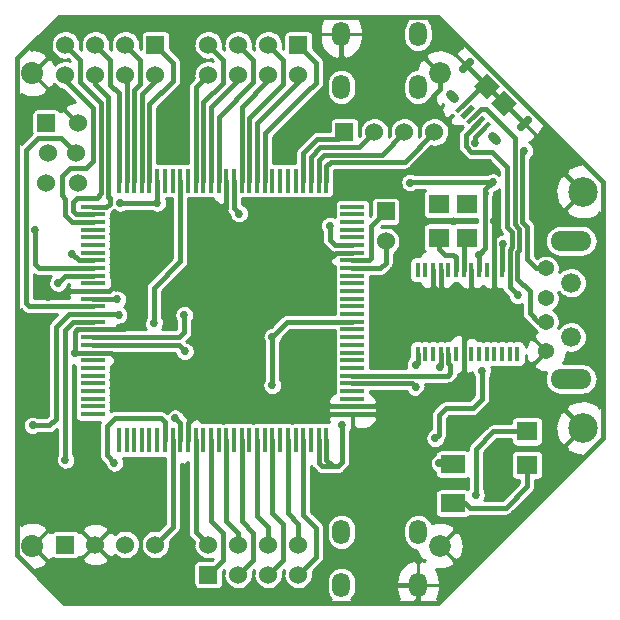
<source format=gtl>
G04 #@! TF.FileFunction,Copper,L1,Top,Signal*
%FSLAX46Y46*%
G04 Gerber Fmt 4.6, Leading zero omitted, Abs format (unit mm)*
G04 Created by KiCad (PCBNEW 4.0.2+dfsg1-stable) date Fri 18 May 2018 22:31:55 NZST*
%MOMM*%
G01*
G04 APERTURE LIST*
%ADD10C,0.150000*%
%ADD11R,1.524000X1.524000*%
%ADD12C,1.524000*%
%ADD13C,0.749300*%
%ADD14C,0.701040*%
%ADD15C,1.869440*%
%ADD16O,1.506220X2.100000*%
%ADD17R,1.800860X1.597660*%
%ADD18R,0.381000X2.032000*%
%ADD19R,2.032000X0.381000*%
%ADD20R,2.032000X1.524000*%
%ADD21R,0.406400X1.270000*%
%ADD22C,1.849120*%
%ADD23C,1.371600*%
%ADD24O,3.479800X1.701800*%
%ADD25C,1.676400*%
%ADD26C,2.500000*%
%ADD27C,0.698500*%
%ADD28C,0.381000*%
%ADD29C,0.203200*%
%ADD30C,1.016000*%
%ADD31C,0.254000*%
G04 APERTURE END LIST*
D10*
D11*
X137800000Y-73130000D03*
D12*
X137800000Y-75670000D03*
D10*
G36*
X146458034Y-65452735D02*
X146740014Y-65734715D01*
X145786310Y-66688419D01*
X145504330Y-66406439D01*
X146458034Y-65452735D01*
X146458034Y-65452735D01*
G37*
G36*
X145996449Y-64991150D02*
X146278429Y-65273130D01*
X145324725Y-66226834D01*
X145042745Y-65944854D01*
X145996449Y-64991150D01*
X145996449Y-64991150D01*
G37*
G36*
X145536660Y-64531360D02*
X145818640Y-64813340D01*
X144864936Y-65767044D01*
X144582956Y-65485064D01*
X145536660Y-64531360D01*
X145536660Y-64531360D01*
G37*
G36*
X145076870Y-64071571D02*
X145358850Y-64353551D01*
X144405146Y-65307255D01*
X144123166Y-65025275D01*
X145076870Y-64071571D01*
X145076870Y-64071571D01*
G37*
G36*
X144617081Y-63611782D02*
X144899061Y-63893762D01*
X143945357Y-64847466D01*
X143663377Y-64565486D01*
X144617081Y-63611782D01*
X144617081Y-63611782D01*
G37*
D13*
X147145023Y-67093428D02*
X146791201Y-66739606D01*
X143610394Y-63558799D02*
X143256572Y-63204977D01*
D14*
X149884900Y-65415018D02*
X149285018Y-66014900D01*
X144934982Y-60465100D02*
X144335100Y-61064982D01*
D10*
G36*
X147835605Y-62870014D02*
X148931196Y-63965605D01*
X147835605Y-65061196D01*
X146740014Y-63965605D01*
X147835605Y-62870014D01*
X147835605Y-62870014D01*
G37*
G36*
X146384395Y-61418804D02*
X147479986Y-62514395D01*
X146384395Y-63609986D01*
X145288804Y-62514395D01*
X146384395Y-61418804D01*
X146384395Y-61418804D01*
G37*
D15*
X107900000Y-101430000D03*
D16*
X140548660Y-104747900D03*
X134051340Y-104747900D03*
X140548660Y-100252100D03*
X134051340Y-100252100D03*
X134051340Y-58112100D03*
X140548660Y-58112100D03*
X134051340Y-62607900D03*
X140548660Y-62607900D03*
D17*
X144660620Y-72499220D03*
X144660620Y-75338940D03*
X142369540Y-72499220D03*
X142369540Y-75338940D03*
X149780000Y-91750140D03*
X149780000Y-94589860D03*
D18*
X132775700Y-70514500D03*
X132128000Y-70514500D03*
X131480300Y-70514500D03*
X130832600Y-70514500D03*
X130184900Y-70514500D03*
X129524500Y-70514500D03*
X128876800Y-70514500D03*
X128229100Y-70514500D03*
X127581400Y-70514500D03*
X126933700Y-70514500D03*
X126273300Y-70514500D03*
X125625600Y-70514500D03*
X124977900Y-70514500D03*
X124330200Y-70514500D03*
X123669800Y-70514500D03*
X123022100Y-70514500D03*
X122374400Y-70514500D03*
X121726700Y-70514500D03*
X121066300Y-70514500D03*
X120418600Y-70514500D03*
X119770900Y-70514500D03*
X119123200Y-70514500D03*
X118475500Y-70514500D03*
X117815100Y-70514500D03*
X117167400Y-70514500D03*
X116519700Y-70514500D03*
X115872000Y-70514500D03*
X115224300Y-70514500D03*
D19*
X113014500Y-72724300D03*
X113014500Y-73372000D03*
X113014500Y-74019700D03*
X113014500Y-74667400D03*
X113014500Y-75315100D03*
X113014500Y-75975500D03*
X113014500Y-76623200D03*
X113014500Y-77270900D03*
X113014500Y-77918600D03*
X113014500Y-78566300D03*
X113014500Y-79226700D03*
X113014500Y-79874400D03*
X113014500Y-80522100D03*
X113014500Y-81169800D03*
X113014500Y-81830200D03*
X113014500Y-82477900D03*
X113014500Y-83125600D03*
X113014500Y-83773300D03*
X113014500Y-84433700D03*
X113014500Y-85081400D03*
X113014500Y-85729100D03*
X113014500Y-86376800D03*
X113014500Y-87024500D03*
X113014500Y-87684900D03*
X113014500Y-88332600D03*
X113014500Y-88980300D03*
X113014500Y-89628000D03*
X113014500Y-90275700D03*
D18*
X115224300Y-92485500D03*
X115872000Y-92485500D03*
X116519700Y-92485500D03*
X117167400Y-92485500D03*
X117815100Y-92485500D03*
X118475500Y-92485500D03*
X119123200Y-92485500D03*
X119770900Y-92485500D03*
X120418600Y-92485500D03*
X121066300Y-92485500D03*
X121726700Y-92485500D03*
X122374400Y-92485500D03*
X123022100Y-92485500D03*
X123669800Y-92485500D03*
X124330200Y-92485500D03*
X124977900Y-92485500D03*
X125625600Y-92485500D03*
X126273300Y-92485500D03*
X126933700Y-92485500D03*
X127581400Y-92485500D03*
X128229100Y-92485500D03*
X128876800Y-92485500D03*
X129524500Y-92485500D03*
X130184900Y-92485500D03*
X130832600Y-92485500D03*
X131480300Y-92485500D03*
X132128000Y-92485500D03*
X132775700Y-92485500D03*
D19*
X134985500Y-90275700D03*
X134985500Y-89628000D03*
X134985500Y-88980300D03*
X134985500Y-88332600D03*
X134985500Y-87684900D03*
X134985500Y-87024500D03*
X134985500Y-86376800D03*
X134985500Y-85729100D03*
X134985500Y-85081400D03*
X134985500Y-84433700D03*
X134985500Y-83773300D03*
X134985500Y-83125600D03*
X134985500Y-82477900D03*
X134985500Y-81830200D03*
X134985500Y-81169800D03*
X134985500Y-80522100D03*
X134985500Y-79874400D03*
X134985500Y-79226700D03*
X134985500Y-78566300D03*
X134985500Y-77918600D03*
X134985500Y-77270900D03*
X134985500Y-76623200D03*
X134985500Y-75975500D03*
X134985500Y-75315100D03*
X134985500Y-74667400D03*
X134985500Y-74019700D03*
X134985500Y-73372000D03*
X134985500Y-72724300D03*
D20*
X143500000Y-94524000D03*
X143500000Y-97826000D03*
D21*
X140507720Y-85176360D03*
X141142720Y-85176360D03*
X141803120Y-85176360D03*
X142463520Y-85176360D03*
X143098520Y-85176360D03*
X143758920Y-85176360D03*
X144419320Y-85176360D03*
X145054320Y-85176360D03*
X145714720Y-85176360D03*
X146349720Y-85176360D03*
X147010120Y-85176360D03*
X147670520Y-85176360D03*
X148305520Y-85176360D03*
X148965920Y-85176360D03*
X148965920Y-78064360D03*
X148305520Y-78064360D03*
X147695920Y-78064360D03*
X147010120Y-78064360D03*
X146349720Y-78064360D03*
X145714720Y-78064360D03*
X145054320Y-78064360D03*
X144419320Y-78064360D03*
X143758920Y-78064360D03*
X143098520Y-78064360D03*
X142463520Y-78064360D03*
X141803120Y-78064360D03*
X141142720Y-78064360D03*
X140507720Y-78064360D03*
D11*
X109066500Y-65660000D03*
D12*
X111733500Y-65660000D03*
X109193500Y-68200000D03*
X111606500Y-68200000D03*
X109066500Y-70740000D03*
X111733500Y-70740000D03*
D15*
X107900000Y-61430000D03*
D22*
X142400000Y-61430000D03*
X142400000Y-101430000D03*
D23*
X151389080Y-84960460D03*
X151389080Y-82461100D03*
X151389080Y-80459580D03*
X151389080Y-77960220D03*
D24*
X153520140Y-87309960D03*
X153520140Y-75610720D03*
D25*
X153520140Y-79159100D03*
X153520140Y-83761580D03*
D11*
X122790000Y-103870000D03*
D12*
X122790000Y-101330000D03*
X125330000Y-103870000D03*
X125330000Y-101330000D03*
X127870000Y-103870000D03*
X127870000Y-101330000D03*
X130410000Y-103870000D03*
X130410000Y-101330000D03*
D11*
X130410000Y-59030000D03*
D12*
X130410000Y-61570000D03*
X127870000Y-59030000D03*
X127870000Y-61570000D03*
X125330000Y-59030000D03*
X125330000Y-61570000D03*
X122790000Y-59030000D03*
X122790000Y-61570000D03*
D11*
X110690000Y-101330000D03*
D12*
X113230000Y-101330000D03*
X115770000Y-101330000D03*
X118310000Y-101330000D03*
D11*
X134320000Y-66400000D03*
D12*
X136860000Y-66400000D03*
X139400000Y-66400000D03*
X141940000Y-66400000D03*
D11*
X118310000Y-59030000D03*
D12*
X118310000Y-61570000D03*
X115770000Y-59030000D03*
X115770000Y-61570000D03*
X113230000Y-59030000D03*
X113230000Y-61570000D03*
X110690000Y-59030000D03*
X110690000Y-61570000D03*
D26*
X154520000Y-71460000D03*
X154520000Y-91460000D03*
D27*
X118470000Y-72400000D03*
X115340000Y-72400000D03*
X148998940Y-80230980D03*
X140360400Y-86118700D03*
X140350240Y-88000840D03*
X149540000Y-67990000D03*
X145340000Y-67350000D03*
X115100000Y-80570000D03*
X133090000Y-74340000D03*
X128210000Y-87850000D03*
X128220000Y-83720000D03*
X134140000Y-91250000D03*
X145968720Y-86619080D03*
X142008860Y-92329000D03*
X142410180Y-86268560D03*
X145709640Y-76860400D03*
X146870000Y-70650000D03*
X139880000Y-70680000D03*
X120750000Y-81880000D03*
X145450000Y-97100000D03*
X110070000Y-79190000D03*
X108130000Y-74660000D03*
X142360000Y-94460000D03*
X147740000Y-75850000D03*
X144548860Y-72219820D03*
X142158720Y-72450960D03*
X119990000Y-90640000D03*
X114840000Y-94400000D03*
X125410000Y-73310000D03*
X111290000Y-76710000D03*
X144810480Y-88150700D03*
X142989300Y-88496140D03*
X149560280Y-83540600D03*
X147010120Y-73910120D03*
X123860000Y-73310000D03*
X115160000Y-77690000D03*
X115180000Y-85740000D03*
X121580000Y-90570000D03*
X133050000Y-78310000D03*
X123860000Y-83210000D03*
X131980000Y-85490000D03*
X119300000Y-87020000D03*
X127000000Y-87310000D03*
X128510000Y-89540000D03*
X142410000Y-81400000D03*
X125320000Y-77220000D03*
X116610000Y-73760000D03*
X111480000Y-85080000D03*
X109260000Y-80350000D03*
X114000000Y-99160000D03*
X115000000Y-96050000D03*
X118430000Y-99200000D03*
X136680000Y-95400000D03*
X139010000Y-95890000D03*
X139140000Y-98500000D03*
X136910000Y-100250000D03*
X136680000Y-104850000D03*
X132410000Y-98070000D03*
X118200000Y-82590000D03*
X115200000Y-81880000D03*
X107920000Y-91250000D03*
X110700000Y-94150000D03*
X120820000Y-84980000D03*
D28*
X118475500Y-72394500D02*
X118470000Y-72400000D01*
X118475500Y-70514500D02*
X118475500Y-72394500D01*
X118470000Y-72400000D02*
X115340000Y-72400000D01*
X148965920Y-78826360D02*
X150009860Y-79870300D01*
X150009860Y-79870300D02*
X150009860Y-81770220D01*
X150009860Y-81770220D02*
X150700740Y-82461100D01*
X150700740Y-82461100D02*
X151389080Y-82461100D01*
X148965920Y-78064360D02*
X148965920Y-78826360D01*
X148965920Y-76584080D02*
X149125000Y-76425000D01*
X149125000Y-76425000D02*
X149125000Y-75275000D01*
X148965920Y-78064360D02*
X148965920Y-76584080D01*
X149125000Y-74585266D02*
X148740000Y-74200266D01*
X148740000Y-74200266D02*
X148740000Y-66880000D01*
X148740000Y-66880000D02*
X146310000Y-64450000D01*
X146310000Y-64450000D02*
X145900000Y-64450000D01*
X145900000Y-64450000D02*
X145200798Y-65149202D01*
X149125000Y-75275000D02*
X149125000Y-74585266D01*
X148305520Y-79537560D02*
X148998940Y-80230980D01*
X148305520Y-78064360D02*
X148305520Y-79537560D01*
X148305520Y-76394480D02*
X148525000Y-76175000D01*
X148525000Y-76175000D02*
X148525000Y-75550000D01*
X148305520Y-78064360D02*
X148305520Y-76394480D01*
X148525000Y-74885000D02*
X148120000Y-74480000D01*
X148120000Y-74480000D02*
X148120000Y-69390000D01*
X148120000Y-69390000D02*
X146840000Y-68110000D01*
X146840000Y-68110000D02*
X145070000Y-68110000D01*
X145070000Y-68110000D02*
X144580000Y-67620000D01*
X144580000Y-67620000D02*
X144580000Y-66689579D01*
X144580000Y-66689579D02*
X145660587Y-65608992D01*
X148525000Y-75550000D02*
X148525000Y-74885000D01*
X107350000Y-80900000D02*
X107350000Y-69820000D01*
X107619800Y-81169800D02*
X107350000Y-80900000D01*
X113014500Y-81169800D02*
X107619800Y-81169800D01*
X110356500Y-66950000D02*
X111606500Y-68200000D01*
X108350000Y-66950000D02*
X110356500Y-66950000D01*
X107350000Y-67950000D02*
X108350000Y-66950000D01*
X107350000Y-69820000D02*
X107350000Y-67950000D01*
X140507720Y-85971380D02*
X140360400Y-86118700D01*
X140507720Y-85176360D02*
X140507720Y-85971380D01*
X140034300Y-87684900D02*
X140350240Y-88000840D01*
X134985500Y-87684900D02*
X140034300Y-87684900D01*
X143098520Y-85958680D02*
X143278860Y-86139020D01*
X143278860Y-86139020D02*
X143278860Y-86829900D01*
X143098520Y-85176360D02*
X143098520Y-85958680D01*
X143084260Y-87024500D02*
X143278860Y-86829900D01*
X134985500Y-87024500D02*
X143084260Y-87024500D01*
X150570220Y-77960220D02*
X149780000Y-77170000D01*
X149780000Y-77170000D02*
X149780000Y-74450000D01*
X149780000Y-74450000D02*
X149340000Y-74010000D01*
X149340000Y-70110000D02*
X149340000Y-70090000D01*
X149340000Y-74010000D02*
X149340000Y-70110000D01*
X151389080Y-77960220D02*
X150570220Y-77960220D01*
X149340000Y-68190000D02*
X149540000Y-67990000D01*
X145340000Y-67350000D02*
X145360000Y-67330000D01*
X145360000Y-67330000D02*
X145360000Y-66832749D01*
X145360000Y-66832749D02*
X146122172Y-66070577D01*
X149340000Y-70110000D02*
X149340000Y-68190000D01*
X115052100Y-80522100D02*
X115100000Y-80570000D01*
X113014500Y-80522100D02*
X115052100Y-80522100D01*
X133545500Y-75975500D02*
X133090000Y-75520000D01*
X133090000Y-75520000D02*
X133090000Y-74340000D01*
X134985500Y-75975500D02*
X133545500Y-75975500D01*
X128220000Y-83720000D02*
X128210000Y-83730000D01*
X128210000Y-83730000D02*
X128210000Y-87850000D01*
X129462100Y-82477900D02*
X128220000Y-83720000D01*
X134985500Y-82477900D02*
X129462100Y-82477900D01*
X132128000Y-94398000D02*
X132450000Y-94720000D01*
X133350000Y-94720000D02*
X133740000Y-94720000D01*
X132450000Y-94720000D02*
X133350000Y-94720000D01*
X133740000Y-94720000D02*
X134140000Y-94320000D01*
X134140000Y-94320000D02*
X134140000Y-91250000D01*
X132128000Y-92485500D02*
X132128000Y-94398000D01*
X132775700Y-94145700D02*
X133350000Y-94720000D01*
X132775700Y-92485500D02*
X132775700Y-94145700D01*
X145714720Y-78064360D02*
X145714720Y-76794360D01*
X145714720Y-76794360D02*
X145714720Y-78064360D01*
X145968720Y-88981280D02*
X145968720Y-86619080D01*
X145171160Y-89778840D02*
X145968720Y-88981280D01*
X142930880Y-89778840D02*
X145171160Y-89778840D01*
X142318740Y-90390980D02*
X142930880Y-89778840D01*
X142318740Y-92019120D02*
X142318740Y-90390980D01*
X142008860Y-92329000D02*
X142318740Y-92019120D01*
X142463520Y-86215220D02*
X142410180Y-86268560D01*
X142463520Y-85176360D02*
X142463520Y-86215220D01*
X145714720Y-76855320D02*
X145714720Y-76794360D01*
X145709640Y-76860400D02*
X145714720Y-76855320D01*
X145714720Y-76794360D02*
X146260820Y-76248260D01*
X146260820Y-71259180D02*
X146870000Y-70650000D01*
X146260820Y-71470820D02*
X146260820Y-71259180D01*
X146260820Y-71600060D02*
X146325440Y-71535440D01*
X146260820Y-76248260D02*
X146260820Y-71600060D01*
X146260820Y-71470820D02*
X146325440Y-71535440D01*
X139910000Y-70650000D02*
X139880000Y-70680000D01*
X146870000Y-70650000D02*
X139910000Y-70650000D01*
X121726700Y-100266700D02*
X122790000Y-101330000D01*
X121726700Y-92485500D02*
X121726700Y-100266700D01*
X123022100Y-99352100D02*
X124060000Y-100390000D01*
X124060000Y-100390000D02*
X124060000Y-102600000D01*
X124060000Y-102600000D02*
X122790000Y-103870000D01*
X123022100Y-92485500D02*
X123022100Y-99352100D01*
X124330200Y-99370200D02*
X125330000Y-100370000D01*
X125330000Y-100370000D02*
X125330000Y-101330000D01*
X124330200Y-92485500D02*
X124330200Y-99370200D01*
X125625600Y-99355600D02*
X126600000Y-100330000D01*
X126600000Y-100330000D02*
X126600000Y-102600000D01*
X126600000Y-102600000D02*
X125330000Y-103870000D01*
X125625600Y-92485500D02*
X125625600Y-99355600D01*
X126933700Y-98883700D02*
X127870000Y-99820000D01*
X127870000Y-99820000D02*
X127870000Y-101330000D01*
X126933700Y-92485500D02*
X126933700Y-98883700D01*
X128229100Y-98689100D02*
X129140000Y-99600000D01*
X129140000Y-99600000D02*
X129140000Y-102600000D01*
X129140000Y-102600000D02*
X127870000Y-103870000D01*
X128229100Y-92485500D02*
X128229100Y-98689100D01*
X129524500Y-98674500D02*
X130410000Y-99560000D01*
X130410000Y-99560000D02*
X130410000Y-101330000D01*
X129524500Y-92485500D02*
X129524500Y-98674500D01*
X130832600Y-98822600D02*
X131910000Y-99900000D01*
X131910000Y-99900000D02*
X131910000Y-102370000D01*
X131910000Y-102370000D02*
X130410000Y-103870000D01*
X130832600Y-92485500D02*
X130832600Y-98822600D01*
X120336700Y-83773300D02*
X120750000Y-83360000D01*
X120750000Y-83360000D02*
X120750000Y-81880000D01*
X113014500Y-83773300D02*
X120336700Y-83773300D01*
X145450000Y-93230000D02*
X146929860Y-91750140D01*
X146929860Y-91750140D02*
X149780000Y-91750140D01*
X145450000Y-97100000D02*
X145450000Y-93230000D01*
X110693700Y-78566300D02*
X110070000Y-79190000D01*
X113014500Y-78566300D02*
X110693700Y-78566300D01*
X144419320Y-75580240D02*
X144660620Y-75338940D01*
X144419320Y-78064360D02*
X144419320Y-75580240D01*
X143758920Y-77000100D02*
X143548100Y-76789280D01*
X143548100Y-76789280D02*
X142859760Y-76789280D01*
X142859760Y-76789280D02*
X142369540Y-76299060D01*
X142369540Y-76299060D02*
X142369540Y-75338940D01*
X143758920Y-78064360D02*
X143758920Y-77000100D01*
X108438600Y-77918600D02*
X108130000Y-77610000D01*
X108130000Y-77610000D02*
X108130000Y-74660000D01*
X113014500Y-77918600D02*
X108438600Y-77918600D01*
X143249000Y-94524000D02*
X143500000Y-94524000D01*
X142424000Y-94524000D02*
X142360000Y-94460000D01*
X143500000Y-94524000D02*
X142424000Y-94524000D01*
X147695920Y-75894080D02*
X147740000Y-75850000D01*
X147695920Y-78064360D02*
X147695920Y-75894080D01*
X144548860Y-72219820D02*
X144660620Y-72331580D01*
X144660620Y-72331580D02*
X144660620Y-72499220D01*
X142158720Y-72450960D02*
X142206980Y-72499220D01*
X142206980Y-72499220D02*
X142369540Y-72499220D01*
X144536000Y-97826000D02*
X144930000Y-98220000D01*
X144930000Y-98220000D02*
X147960000Y-98220000D01*
X147960000Y-98220000D02*
X149780000Y-96400000D01*
X149780000Y-96400000D02*
X149780000Y-94589860D01*
X143500000Y-97826000D02*
X144536000Y-97826000D01*
X120418600Y-91068600D02*
X119990000Y-90640000D01*
X120418600Y-92485500D02*
X120418600Y-91068600D01*
X119123200Y-90983200D02*
X118750000Y-90610000D01*
X118750000Y-90610000D02*
X114900000Y-90610000D01*
X114900000Y-90610000D02*
X114220000Y-91290000D01*
X114220000Y-91290000D02*
X114220000Y-93780000D01*
X114220000Y-93780000D02*
X114840000Y-94400000D01*
X119123200Y-92485500D02*
X119123200Y-90983200D01*
X124977900Y-72877900D02*
X125410000Y-73310000D01*
X124977900Y-70514500D02*
X124977900Y-72877900D01*
X111850900Y-77270900D02*
X111290000Y-76710000D01*
X113014500Y-77270900D02*
X111850900Y-77270900D01*
X119770900Y-99869100D02*
X118310000Y-101330000D01*
X119770900Y-92485500D02*
X119770900Y-99869100D01*
X119810000Y-62070000D02*
X119810000Y-60530000D01*
X119810000Y-60530000D02*
X118310000Y-59030000D01*
X117815100Y-64064900D02*
X119810000Y-62070000D01*
X117815100Y-70514500D02*
X117815100Y-64064900D01*
X117167400Y-63222600D02*
X118310000Y-62080000D01*
X118310000Y-62080000D02*
X118310000Y-61570000D01*
X117167400Y-70514500D02*
X117167400Y-63222600D01*
X117050000Y-62360000D02*
X117050000Y-60310000D01*
X117050000Y-60310000D02*
X115770000Y-59030000D01*
X116519700Y-62890300D02*
X117050000Y-62360000D01*
X116519700Y-70514500D02*
X116519700Y-62890300D01*
X115872000Y-61672000D02*
X115770000Y-61570000D01*
X115872000Y-70514500D02*
X115872000Y-61672000D01*
X114510000Y-62420000D02*
X114510000Y-60310000D01*
X114510000Y-60310000D02*
X113230000Y-59030000D01*
X115224300Y-63134300D02*
X114510000Y-62420000D01*
X115224300Y-70514500D02*
X115224300Y-63134300D01*
X114175700Y-72724300D02*
X114440000Y-72460000D01*
X114440000Y-72460000D02*
X114440000Y-72020000D01*
X114440000Y-72020000D02*
X114340000Y-71920000D01*
X114340000Y-71920000D02*
X114340000Y-63440000D01*
X114340000Y-63440000D02*
X113230000Y-62330000D01*
X113230000Y-62330000D02*
X113230000Y-61570000D01*
X113014500Y-72724300D02*
X114175700Y-72724300D01*
X111622000Y-73372000D02*
X111360000Y-73110000D01*
X111360000Y-73110000D02*
X111360000Y-72300000D01*
X111360000Y-72300000D02*
X111700000Y-71960000D01*
X111700000Y-71960000D02*
X113370000Y-71960000D01*
X113370000Y-71960000D02*
X113720000Y-71610000D01*
X113720000Y-71610000D02*
X113720000Y-63950000D01*
X113720000Y-63950000D02*
X111970000Y-62200000D01*
X111970000Y-62200000D02*
X111970000Y-60310000D01*
X111970000Y-60310000D02*
X110690000Y-59030000D01*
X113014500Y-73372000D02*
X111622000Y-73372000D01*
X110400000Y-70150000D02*
X111070000Y-69480000D01*
X111070000Y-69480000D02*
X112470000Y-69480000D01*
X112470000Y-69480000D02*
X113070000Y-68880000D01*
X113070000Y-68880000D02*
X113070000Y-68320000D01*
X111259700Y-74019700D02*
X113014500Y-74019700D01*
X110690000Y-61570000D02*
X110690000Y-62020000D01*
X113070000Y-64400000D02*
X110690000Y-62020000D01*
X113070000Y-68320000D02*
X113070000Y-64400000D01*
X110700000Y-72060000D02*
X110400000Y-71760000D01*
X110700000Y-73460000D02*
X110700000Y-72060000D01*
X111259700Y-74019700D02*
X110700000Y-73460000D01*
X110400000Y-71760000D02*
X110400000Y-70150000D01*
X144419320Y-85176360D02*
X144419320Y-87759540D01*
X143680180Y-87800180D02*
X141650720Y-87800180D01*
X144419320Y-85176360D02*
X144419320Y-87061040D01*
X140619480Y-88831420D02*
X140619480Y-89720420D01*
X144419320Y-87061040D02*
X143680180Y-87800180D01*
X141650720Y-87800180D02*
X140619480Y-88831420D01*
X140616940Y-89717880D02*
X140619480Y-89720420D01*
D29*
X140616940Y-89717880D02*
X140619480Y-89720420D01*
X144419320Y-87759540D02*
X144810480Y-88150700D01*
D28*
X144419320Y-87759540D02*
X144810480Y-88150700D01*
D29*
X140619480Y-88831420D02*
X140619480Y-89720420D01*
X142250180Y-87800180D02*
X141650720Y-87800180D01*
X143680180Y-87800180D02*
X142250180Y-87800180D01*
D28*
X142948660Y-88455500D02*
X142948660Y-88399620D01*
X142989300Y-88496140D02*
X142948660Y-88455500D01*
D30*
X145069560Y-83400900D02*
X144868900Y-83400900D01*
X146659600Y-83400900D02*
X145849340Y-83400900D01*
X145849340Y-83400900D02*
X145069560Y-83400900D01*
D28*
X146540220Y-83400900D02*
X146428460Y-83289140D01*
X146659600Y-83400900D02*
X146540220Y-83400900D01*
D30*
X149420580Y-83400900D02*
X149230080Y-83400900D01*
X149230080Y-83400900D02*
X146659600Y-83400900D01*
D28*
X149420580Y-83400900D02*
X149560280Y-83540600D01*
X147010120Y-78064360D02*
X147010120Y-73910120D01*
X147010120Y-79589880D02*
X146540000Y-80060000D01*
X142980000Y-80060000D02*
X142460000Y-80060000D01*
X145470000Y-80060000D02*
X142980000Y-80060000D01*
X146540000Y-80060000D02*
X145470000Y-80060000D01*
X142460000Y-80060000D02*
X141803120Y-79403120D01*
X141803120Y-79403120D02*
X141803120Y-78064360D01*
X147010120Y-78064360D02*
X147010120Y-79589880D01*
X142463520Y-79543520D02*
X142980000Y-80060000D01*
X142463520Y-78064360D02*
X142463520Y-79543520D01*
X145054320Y-79644320D02*
X145470000Y-80060000D01*
X145054320Y-78064360D02*
X145054320Y-79644320D01*
X144419320Y-84051140D02*
X145069560Y-83400900D01*
X144419320Y-85176360D02*
X144419320Y-84051140D01*
X124330200Y-72839800D02*
X123860000Y-73310000D01*
X124330200Y-70514500D02*
X124330200Y-72839800D01*
X114690000Y-78160000D02*
X115160000Y-77690000D01*
X114690000Y-79558800D02*
X114690000Y-78160000D01*
X114374400Y-79874400D02*
X114690000Y-79558800D01*
X113014500Y-79874400D02*
X114374400Y-79874400D01*
X114521400Y-85081400D02*
X115180000Y-85740000D01*
X113014500Y-85081400D02*
X114521400Y-85081400D01*
X121066300Y-91083700D02*
X121580000Y-90570000D01*
X121066300Y-92485500D02*
X121066300Y-91083700D01*
X133050000Y-77140000D02*
X133050000Y-78310000D01*
X133566800Y-76623200D02*
X133050000Y-77140000D01*
X123860000Y-78630000D02*
X123860000Y-83210000D01*
X123860000Y-73310000D02*
X123860000Y-78630000D01*
X131700000Y-85770000D02*
X131980000Y-85490000D01*
X131700000Y-88300000D02*
X131700000Y-85770000D01*
X131700000Y-89160000D02*
X131700000Y-88300000D01*
X131745000Y-89205000D02*
X131700000Y-89160000D01*
X132815700Y-90275700D02*
X131745000Y-89205000D01*
X134985500Y-90275700D02*
X132815700Y-90275700D01*
X133028000Y-89628000D02*
X131700000Y-88300000D01*
X134985500Y-89628000D02*
X133028000Y-89628000D01*
X140064200Y-90275700D02*
X140619480Y-89720420D01*
X134985500Y-90275700D02*
X140064200Y-90275700D01*
X142946140Y-88496140D02*
X142250180Y-87800180D01*
X142989300Y-88496140D02*
X142946140Y-88496140D01*
X115674400Y-83125600D02*
X116320000Y-82480000D01*
X116320000Y-82480000D02*
X116320000Y-78850000D01*
X116320000Y-78850000D02*
X115160000Y-77690000D01*
X113014500Y-83125600D02*
X115674400Y-83125600D01*
X119300000Y-87020000D02*
X119600000Y-87320000D01*
X119600000Y-87320000D02*
X121260000Y-87320000D01*
X121260000Y-87320000D02*
X122270000Y-88330000D01*
X122270000Y-88330000D02*
X122270000Y-89880000D01*
X122270000Y-89880000D02*
X121580000Y-90570000D01*
X127000000Y-87310000D02*
X123740000Y-90570000D01*
X123740000Y-90570000D02*
X121580000Y-90570000D01*
X128510000Y-89540000D02*
X128650000Y-89680000D01*
X128650000Y-89680000D02*
X131270000Y-89680000D01*
X131270000Y-89680000D02*
X131745000Y-89205000D01*
X142463520Y-81346480D02*
X142410000Y-81400000D01*
X142463520Y-78064360D02*
X142463520Y-81346480D01*
X134985500Y-76623200D02*
X133566800Y-76623200D01*
X123860000Y-78680000D02*
X125320000Y-77220000D01*
X123860000Y-83210000D02*
X123860000Y-78680000D01*
X116610000Y-73760000D02*
X116610000Y-73730000D01*
X146384395Y-62514395D02*
X144635041Y-60765041D01*
X147835605Y-63965605D02*
X149584959Y-65714959D01*
X146384395Y-62514395D02*
X147835605Y-63965605D01*
X144281219Y-64228781D02*
X145995605Y-62514395D01*
X145995605Y-62514395D02*
X146384395Y-62514395D01*
X144281219Y-64229624D02*
X144281219Y-64228781D01*
X111481400Y-85081400D02*
X111480000Y-85080000D01*
X111654400Y-83125600D02*
X111480000Y-83300000D01*
X111480000Y-83300000D02*
X111480000Y-85080000D01*
X113014500Y-83125600D02*
X111654400Y-83125600D01*
X111481400Y-85081400D02*
X111480000Y-85080000D01*
X113014500Y-85081400D02*
X111481400Y-85081400D01*
X111045600Y-79874400D02*
X110570000Y-80350000D01*
X110570000Y-80350000D02*
X109260000Y-80350000D01*
X113014500Y-79874400D02*
X111045600Y-79874400D01*
X140527060Y-89628000D02*
X140619480Y-89720420D01*
X134985500Y-89628000D02*
X140527060Y-89628000D01*
X134051340Y-60151340D02*
X134530000Y-60630000D01*
X134530000Y-60630000D02*
X135410000Y-60630000D01*
X135410000Y-60630000D02*
X139400000Y-64620000D01*
X139400000Y-64620000D02*
X141340000Y-64620000D01*
X141340000Y-64620000D02*
X141880000Y-64080000D01*
X141880000Y-64080000D02*
X141880000Y-63280000D01*
X141880000Y-63280000D02*
X142400000Y-62760000D01*
X142400000Y-62760000D02*
X142400000Y-61430000D01*
X134051340Y-58112100D02*
X134051340Y-60151340D01*
X114000000Y-97050000D02*
X115000000Y-96050000D01*
X118430000Y-99200000D02*
X118530000Y-99200000D01*
X114000000Y-99160000D02*
X114000000Y-97050000D01*
X132410000Y-98070000D02*
X132490000Y-97990000D01*
X132490000Y-97990000D02*
X134830000Y-97990000D01*
X134830000Y-97990000D02*
X136680000Y-96140000D01*
X136680000Y-96140000D02*
X136680000Y-95400000D01*
X139010000Y-95890000D02*
X139140000Y-96020000D01*
X139140000Y-96020000D02*
X139140000Y-98500000D01*
X136910000Y-100250000D02*
X136680000Y-100480000D01*
X136680000Y-100480000D02*
X136680000Y-104850000D01*
X136680000Y-106260000D02*
X136670000Y-106270000D01*
X136670000Y-106270000D02*
X110610000Y-106270000D01*
X110610000Y-106270000D02*
X106600000Y-102260000D01*
X106600000Y-102260000D02*
X106600000Y-60170000D01*
X106600000Y-60170000D02*
X110120000Y-56650000D01*
X110120000Y-56650000D02*
X142270000Y-56650000D01*
X142270000Y-56650000D02*
X156220000Y-70600000D01*
X156220000Y-70600000D02*
X156220000Y-92310000D01*
X156220000Y-92310000D02*
X142260000Y-106270000D01*
X136680000Y-104850000D02*
X136680000Y-106260000D01*
X138242100Y-104747900D02*
X140548660Y-104747900D01*
X137600000Y-106270000D02*
X137380000Y-106050000D01*
X137380000Y-106050000D02*
X137380000Y-105610000D01*
X137380000Y-105610000D02*
X138242100Y-104747900D01*
X142260000Y-106270000D02*
X137600000Y-106270000D01*
X136910000Y-103660000D02*
X135450000Y-105120000D01*
X135450000Y-105120000D02*
X135450000Y-105740000D01*
X135450000Y-105740000D02*
X135990000Y-106280000D01*
X135990000Y-106280000D02*
X140230000Y-106280000D01*
X140230000Y-106280000D02*
X140548660Y-105961340D01*
X140548660Y-105961340D02*
X140548660Y-104747900D01*
X136910000Y-100250000D02*
X136910000Y-103660000D01*
X120418600Y-77351400D02*
X118200000Y-79570000D01*
X118200000Y-79570000D02*
X118200000Y-82590000D01*
X120418600Y-77351400D02*
X120418600Y-70514500D01*
X130832600Y-68177400D02*
X132030000Y-66980000D01*
X132030000Y-66980000D02*
X133740000Y-66980000D01*
X133740000Y-66980000D02*
X134320000Y-66400000D01*
X130832600Y-70514500D02*
X130832600Y-68177400D01*
X131480300Y-68499700D02*
X132290000Y-67690000D01*
X132290000Y-67690000D02*
X135570000Y-67690000D01*
X135570000Y-67690000D02*
X136860000Y-66400000D01*
X131480300Y-70514500D02*
X131480300Y-68499700D01*
X132128000Y-68812000D02*
X132620000Y-68320000D01*
X132620000Y-68320000D02*
X137480000Y-68320000D01*
X137480000Y-68320000D02*
X139400000Y-66400000D01*
X132128000Y-70514500D02*
X132128000Y-68812000D01*
X132775700Y-69324300D02*
X133190000Y-68910000D01*
X133190000Y-68910000D02*
X139430000Y-68910000D01*
X139430000Y-68910000D02*
X141940000Y-66400000D01*
X132775700Y-70514500D02*
X132775700Y-69324300D01*
X131100000Y-63030000D02*
X131910000Y-62220000D01*
X131910000Y-62220000D02*
X131910000Y-60530000D01*
X131910000Y-60530000D02*
X130410000Y-59030000D01*
X131070000Y-63030000D02*
X127581400Y-66518600D01*
X127581400Y-66518600D02*
X127581400Y-70514500D01*
X131100000Y-63030000D02*
X131070000Y-63030000D01*
X126933700Y-65626300D02*
X130410000Y-62150000D01*
X130410000Y-62150000D02*
X130410000Y-61570000D01*
X126933700Y-70514500D02*
X126933700Y-65626300D01*
X126273300Y-65176700D02*
X129150000Y-62300000D01*
X129150000Y-62300000D02*
X129150000Y-60310000D01*
X129150000Y-60310000D02*
X127870000Y-59030000D01*
X126273300Y-70514500D02*
X126273300Y-65176700D01*
X125625600Y-64264400D02*
X127870000Y-62020000D01*
X127870000Y-62020000D02*
X127870000Y-61570000D01*
X125625600Y-70514500D02*
X125625600Y-64264400D01*
X123669800Y-65130200D02*
X126590000Y-62210000D01*
X126590000Y-62210000D02*
X126590000Y-60290000D01*
X126590000Y-60290000D02*
X125330000Y-59030000D01*
X123669800Y-70514500D02*
X123669800Y-65130200D01*
X123022100Y-64267900D02*
X125330000Y-61960000D01*
X125330000Y-61960000D02*
X125330000Y-61570000D01*
X123022100Y-70514500D02*
X123022100Y-64267900D01*
X122374400Y-63905600D02*
X124050000Y-62230000D01*
X124050000Y-62230000D02*
X124050000Y-60290000D01*
X124050000Y-60290000D02*
X122790000Y-59030000D01*
X122374400Y-70514500D02*
X122374400Y-63905600D01*
X121726700Y-62633300D02*
X122790000Y-61570000D01*
X121726700Y-70514500D02*
X121726700Y-62633300D01*
X136369100Y-77270900D02*
X136540000Y-77100000D01*
X136540000Y-77100000D02*
X136540000Y-74390000D01*
X136540000Y-74390000D02*
X137800000Y-73130000D01*
X134985500Y-77270900D02*
X136369100Y-77270900D01*
X137361400Y-77918600D02*
X137800000Y-77480000D01*
X137800000Y-77480000D02*
X137800000Y-75670000D01*
X134985500Y-77918600D02*
X137361400Y-77918600D01*
X115150200Y-81830200D02*
X115200000Y-81880000D01*
X113014500Y-81830200D02*
X115150200Y-81830200D01*
X110979800Y-81830200D02*
X109860000Y-82950000D01*
X109860000Y-82950000D02*
X109860000Y-90700000D01*
X109860000Y-90700000D02*
X109310000Y-91250000D01*
X109310000Y-91250000D02*
X107920000Y-91250000D01*
X113014500Y-81830200D02*
X110979800Y-81830200D01*
X111352100Y-82477900D02*
X110670000Y-83160000D01*
X110670000Y-83160000D02*
X110670000Y-94120000D01*
X110670000Y-94120000D02*
X110700000Y-94150000D01*
X113014500Y-82477900D02*
X111352100Y-82477900D01*
X120273700Y-84433700D02*
X120820000Y-84980000D01*
X113014500Y-84433700D02*
X120273700Y-84433700D01*
D31*
X108027500Y-78453838D02*
X108027500Y-78453838D01*
X108027500Y-78657038D02*
X109421386Y-78657038D01*
X108027500Y-78860238D02*
X109301475Y-78860238D01*
X108027500Y-79063438D02*
X109241933Y-79063438D01*
X108027500Y-79266638D02*
X109233812Y-79266638D01*
X110951492Y-79266638D02*
X111002851Y-79266638D01*
X108027500Y-79469838D02*
X109281348Y-79469838D01*
X110860838Y-79469838D02*
X110940385Y-79469838D01*
X108027500Y-79673038D02*
X109386391Y-79673038D01*
X110752679Y-79673038D02*
X111017993Y-79673038D01*
X108027500Y-79876238D02*
X109592033Y-79876238D01*
X110549401Y-79876238D02*
X111825257Y-79876238D01*
X108027500Y-80079438D02*
X111014316Y-80079438D01*
X108027500Y-80282638D02*
X110941140Y-80282638D01*
X108027500Y-80485838D02*
X111004398Y-80485838D01*
X119447718Y-72000439D02*
X119447718Y-72000439D01*
X119283641Y-72203639D02*
X119741100Y-72203639D01*
X119305046Y-72406839D02*
X119741100Y-72406839D01*
X119279878Y-72610039D02*
X119741100Y-72610039D01*
X119201443Y-72813239D02*
X119741100Y-72813239D01*
X119035353Y-73016439D02*
X119741100Y-73016439D01*
X114635964Y-73219639D02*
X115173438Y-73219639D01*
X115507574Y-73219639D02*
X118303438Y-73219639D01*
X118637574Y-73219639D02*
X119741100Y-73219639D01*
X114517761Y-73422839D02*
X119741100Y-73422839D01*
X114514633Y-73626039D02*
X119741100Y-73626039D01*
X114517560Y-73829239D02*
X119741100Y-73829239D01*
X114517730Y-74032439D02*
X119741100Y-74032439D01*
X114517355Y-74235639D02*
X119741100Y-74235639D01*
X114517528Y-74438839D02*
X119741100Y-74438839D01*
X114517698Y-74642039D02*
X119741100Y-74642039D01*
X114517621Y-74845239D02*
X119741100Y-74845239D01*
X114511895Y-75048439D02*
X119741100Y-75048439D01*
X114517666Y-75251639D02*
X119741100Y-75251639D01*
X114517836Y-75454839D02*
X119741100Y-75454839D01*
X114501836Y-75658039D02*
X119741100Y-75658039D01*
X114517623Y-75861239D02*
X119741100Y-75861239D01*
X114517794Y-76064439D02*
X119741100Y-76064439D01*
X114506812Y-76267639D02*
X119741100Y-76267639D01*
X114517591Y-76470839D02*
X119741100Y-76470839D01*
X114517762Y-76674039D02*
X119741100Y-76674039D01*
X114514633Y-76877239D02*
X119741100Y-76877239D01*
X114517560Y-77080439D02*
X119731431Y-77080439D01*
X114517730Y-77283639D02*
X119528231Y-77283639D01*
X114517355Y-77486839D02*
X119325031Y-77486839D01*
X114517528Y-77690039D02*
X119121831Y-77690039D01*
X114517698Y-77893239D02*
X118918631Y-77893239D01*
X114517621Y-78096439D02*
X118715431Y-78096439D01*
X114511895Y-78299639D02*
X118512231Y-78299639D01*
X114517666Y-78502839D02*
X118309031Y-78502839D01*
X114517836Y-78706039D02*
X118105831Y-78706039D01*
X114782477Y-78909239D02*
X117902631Y-78909239D01*
X114947212Y-79112439D02*
X117703270Y-79112439D01*
X115046745Y-79315639D02*
X117572690Y-79315639D01*
X115098673Y-79518839D02*
X117527243Y-79518839D01*
X114962005Y-79722039D02*
X117522500Y-79722039D01*
X115638304Y-79925239D02*
X117522500Y-79925239D01*
X115810666Y-80128439D02*
X117522500Y-80128439D01*
X115905325Y-80331639D02*
X117522500Y-80331639D01*
X115935632Y-80534839D02*
X117522500Y-80534839D01*
X115919421Y-80738039D02*
X117522500Y-80738039D01*
X115850143Y-80941239D02*
X117522500Y-80941239D01*
X115709457Y-81144439D02*
X117522500Y-81144439D01*
X115849922Y-81347639D02*
X117522500Y-81347639D01*
X115968865Y-81550839D02*
X117522500Y-81550839D01*
X116027581Y-81754039D02*
X117522500Y-81754039D01*
X116034063Y-81957239D02*
X117522500Y-81957239D01*
X115990570Y-82160439D02*
X117480586Y-82160439D01*
X115882255Y-82363639D02*
X117393146Y-82363639D01*
X115678454Y-82566839D02*
X117363956Y-82566839D01*
X115098673Y-82770039D02*
X117382790Y-82770039D01*
X114962005Y-82973239D02*
X117452287Y-82973239D01*
X143419340Y-63324640D02*
X143419340Y-63324640D01*
X143447625Y-63324640D02*
X143447625Y-63324640D01*
X143244426Y-63527840D02*
X143330636Y-63527840D01*
X146953969Y-66859269D02*
X146953969Y-66859269D01*
X146982254Y-66859269D02*
X146982254Y-66859269D01*
X147442500Y-71259632D02*
X147442500Y-71259632D01*
X147076178Y-71462832D02*
X147442500Y-71462832D01*
X146989911Y-71666032D02*
X147442500Y-71666032D01*
X146938320Y-71869232D02*
X147442500Y-71869232D01*
X146938320Y-72072432D02*
X147442500Y-72072432D01*
X146938320Y-72275632D02*
X147442500Y-72275632D01*
X146938320Y-72478832D02*
X147442500Y-72478832D01*
X146938320Y-72682032D02*
X147442500Y-72682032D01*
X146938320Y-72885232D02*
X147442500Y-72885232D01*
X146938320Y-73088432D02*
X147442500Y-73088432D01*
X146938320Y-73291632D02*
X147442500Y-73291632D01*
X146938320Y-73494832D02*
X147442500Y-73494832D01*
X146938320Y-73698032D02*
X147442500Y-73698032D01*
X146938320Y-73901232D02*
X147442500Y-73901232D01*
X146938320Y-74104432D02*
X147442500Y-74104432D01*
X146938320Y-74307632D02*
X147442500Y-74307632D01*
X146938320Y-74510832D02*
X147445524Y-74510832D01*
X146938320Y-74714032D02*
X147485847Y-74714032D01*
X146938320Y-74917232D02*
X147606276Y-74917232D01*
X146938320Y-75120432D02*
X147327610Y-75120432D01*
X146938320Y-75323632D02*
X147086871Y-75323632D01*
X146938320Y-75526832D02*
X146968648Y-75526832D01*
X110236982Y-56949700D02*
X132445509Y-56949700D01*
X135657170Y-56949700D02*
X139657546Y-56949700D01*
X141441451Y-56949700D02*
X142153017Y-56949700D01*
X110033782Y-57152900D02*
X132348061Y-57152900D01*
X135754618Y-57152900D02*
X139500278Y-57152900D01*
X141598265Y-57152900D02*
X142356218Y-57152900D01*
X109830582Y-57356100D02*
X132283005Y-57356100D01*
X135819674Y-57356100D02*
X139397139Y-57356100D01*
X141701507Y-57356100D02*
X142559418Y-57356100D01*
X109627382Y-57559300D02*
X132244625Y-57559300D01*
X135858054Y-57559300D02*
X139334599Y-57559300D01*
X141762856Y-57559300D02*
X142762618Y-57559300D01*
X109424182Y-57762500D02*
X132221283Y-57762500D01*
X135881396Y-57762500D02*
X139311807Y-57762500D01*
X141784330Y-57762500D02*
X142965818Y-57762500D01*
X109220982Y-57965700D02*
X110035308Y-57965700D01*
X111345782Y-57965700D02*
X112575308Y-57965700D01*
X113885782Y-57965700D02*
X115115308Y-57965700D01*
X116425782Y-57965700D02*
X117164451Y-57965700D01*
X119455865Y-57965700D02*
X122135308Y-57965700D01*
X123445782Y-57965700D02*
X124675308Y-57965700D01*
X125985782Y-57965700D02*
X127215308Y-57965700D01*
X128525782Y-57965700D02*
X129264451Y-57965700D01*
X131555865Y-57965700D02*
X132218730Y-57965700D01*
X135883950Y-57965700D02*
X139308550Y-57965700D01*
X141788770Y-57965700D02*
X143169018Y-57965700D01*
X109017782Y-58168900D02*
X109784105Y-58168900D01*
X111595185Y-58168900D02*
X112324105Y-58168900D01*
X114135185Y-58168900D02*
X114864105Y-58168900D01*
X116675185Y-58168900D02*
X117071167Y-58168900D01*
X119548853Y-58168900D02*
X121884105Y-58168900D01*
X123695185Y-58168900D02*
X124424105Y-58168900D01*
X126235185Y-58168900D02*
X126964105Y-58168900D01*
X128775185Y-58168900D02*
X129171167Y-58168900D01*
X131648853Y-58168900D02*
X132218730Y-58168900D01*
X134020860Y-58168900D02*
X134081820Y-58168900D01*
X135883950Y-58168900D02*
X139308550Y-58168900D01*
X141788770Y-58168900D02*
X143372218Y-58168900D01*
X108814582Y-58372100D02*
X109626677Y-58372100D01*
X111752497Y-58372100D02*
X112166677Y-58372100D01*
X114292497Y-58372100D02*
X114706677Y-58372100D01*
X116832497Y-58372100D02*
X117060671Y-58372100D01*
X119559052Y-58372100D02*
X121726677Y-58372100D01*
X123852497Y-58372100D02*
X124266677Y-58372100D01*
X126392497Y-58372100D02*
X126806677Y-58372100D01*
X128932497Y-58372100D02*
X129160671Y-58372100D01*
X131659052Y-58372100D02*
X132218730Y-58372100D01*
X134020860Y-58372100D02*
X134081820Y-58372100D01*
X135883950Y-58372100D02*
X139308550Y-58372100D01*
X141788770Y-58372100D02*
X143575418Y-58372100D01*
X108611382Y-58575300D02*
X109525941Y-58575300D01*
X111853576Y-58575300D02*
X112065941Y-58575300D01*
X114393576Y-58575300D02*
X114605941Y-58575300D01*
X116933576Y-58575300D02*
X117060714Y-58575300D01*
X119559094Y-58575300D02*
X121625941Y-58575300D01*
X123953576Y-58575300D02*
X124165941Y-58575300D01*
X126493576Y-58575300D02*
X126705941Y-58575300D01*
X129033576Y-58575300D02*
X129160714Y-58575300D01*
X131659094Y-58575300D02*
X132234333Y-58575300D01*
X134020860Y-58575300D02*
X134081820Y-58575300D01*
X135868348Y-58575300D02*
X135883950Y-58575300D01*
X135883950Y-58575300D02*
X139324128Y-58575300D01*
X141772771Y-58575300D02*
X143778618Y-58575300D01*
X108408182Y-58778500D02*
X109466500Y-58778500D01*
X111913504Y-58778500D02*
X112006500Y-58778500D01*
X114453504Y-58778500D02*
X114546500Y-58778500D01*
X116993504Y-58778500D02*
X117060757Y-58778500D01*
X119559137Y-58778500D02*
X121566500Y-58778500D01*
X124013504Y-58778500D02*
X124106500Y-58778500D01*
X126553504Y-58778500D02*
X126646500Y-58778500D01*
X129093504Y-58778500D02*
X129160757Y-58778500D01*
X131659137Y-58778500D02*
X132257675Y-58778500D01*
X134020860Y-58778500D02*
X134081820Y-58778500D01*
X135845006Y-58778500D02*
X135883950Y-58778500D01*
X135883950Y-58778500D02*
X139368761Y-58778500D01*
X141728604Y-58778500D02*
X143981818Y-58778500D01*
X108204982Y-58981700D02*
X109441499Y-58981700D01*
X111938018Y-58981700D02*
X111981499Y-58981700D01*
X114478018Y-58981700D02*
X114521499Y-58981700D01*
X117018018Y-58981700D02*
X117060799Y-58981700D01*
X119559180Y-58981700D02*
X121541499Y-58981700D01*
X124038018Y-58981700D02*
X124081499Y-58981700D01*
X126578018Y-58981700D02*
X126621499Y-58981700D01*
X129118018Y-58981700D02*
X129160799Y-58981700D01*
X131659180Y-58981700D02*
X132319376Y-58981700D01*
X134020860Y-58981700D02*
X134081820Y-58981700D01*
X135783305Y-58981700D02*
X135883950Y-58981700D01*
X135883950Y-58981700D02*
X139451414Y-58981700D01*
X141646300Y-58981700D02*
X144185018Y-58981700D01*
X108001782Y-59184900D02*
X109448514Y-59184900D01*
X111935181Y-59184900D02*
X111988514Y-59184900D01*
X114475181Y-59184900D02*
X114528514Y-59184900D01*
X117015181Y-59184900D02*
X117060842Y-59184900D01*
X119559223Y-59184900D02*
X121548514Y-59184900D01*
X124035181Y-59184900D02*
X124088514Y-59184900D01*
X126575181Y-59184900D02*
X126628514Y-59184900D01*
X129115181Y-59184900D02*
X129160842Y-59184900D01*
X131659223Y-59184900D02*
X132395941Y-59184900D01*
X134020860Y-59184900D02*
X134081820Y-59184900D01*
X135706740Y-59184900D02*
X135883950Y-59184900D01*
X135883950Y-59184900D02*
X139582793Y-59184900D01*
X141514957Y-59184900D02*
X144311968Y-59184900D01*
X107798582Y-59388100D02*
X109488391Y-59388100D01*
X112006230Y-59388100D02*
X112028391Y-59388100D01*
X114546230Y-59388100D02*
X114568391Y-59388100D01*
X119626230Y-59388100D02*
X121588391Y-59388100D01*
X124106230Y-59388100D02*
X124128391Y-59388100D01*
X126646230Y-59388100D02*
X126668391Y-59388100D01*
X131726230Y-59388100D02*
X132508358Y-59388100D01*
X134020860Y-59388100D02*
X134081820Y-59388100D01*
X135594323Y-59388100D02*
X135883950Y-59388100D01*
X135883950Y-59388100D02*
X139786995Y-59388100D01*
X141309795Y-59388100D02*
X144001658Y-59388100D01*
X108740931Y-59591300D02*
X109568844Y-59591300D01*
X119829430Y-59591300D02*
X121668844Y-59591300D01*
X131929430Y-59591300D02*
X132662239Y-59591300D01*
X134020860Y-59591300D02*
X134081820Y-59591300D01*
X135440442Y-59591300D02*
X135883950Y-59591300D01*
X135883950Y-59591300D02*
X140170382Y-59591300D01*
X140928053Y-59591300D02*
X141596382Y-59591300D01*
X143220292Y-59591300D02*
X143786428Y-59591300D01*
X109067545Y-59794500D02*
X109696721Y-59794500D01*
X120032630Y-59794500D02*
X121796721Y-59794500D01*
X132132630Y-59794500D02*
X132863197Y-59794500D01*
X134020860Y-59794500D02*
X134081820Y-59794500D01*
X135239484Y-59794500D02*
X135883950Y-59794500D01*
X135883950Y-59794500D02*
X141239613Y-59794500D01*
X143560385Y-59794500D02*
X143583228Y-59794500D01*
X143621395Y-59794500D02*
X143707605Y-59794500D01*
X109095292Y-59997700D02*
X109893757Y-59997700D01*
X120235830Y-59997700D02*
X121993757Y-59997700D01*
X132335830Y-59997700D02*
X133152645Y-59997700D01*
X133989857Y-59997700D02*
X134020860Y-59997700D01*
X134020860Y-59997700D02*
X134112824Y-59997700D01*
X134950036Y-59997700D02*
X135883950Y-59997700D01*
X135883950Y-59997700D02*
X141212424Y-59997700D01*
X143824595Y-59997700D02*
X143910805Y-59997700D01*
X109085995Y-60200900D02*
X110250173Y-60200900D01*
X120398877Y-60200900D02*
X122350173Y-60200900D01*
X132498877Y-60200900D02*
X133680455Y-60200900D01*
X133750073Y-60200900D02*
X134020860Y-60200900D01*
X134020860Y-60200900D02*
X134352608Y-60200900D01*
X134422226Y-60200900D02*
X135883950Y-60200900D01*
X135883950Y-60200900D02*
X141214005Y-60200900D01*
X144027795Y-60200900D02*
X144114005Y-60200900D01*
X108882795Y-60404100D02*
X108969005Y-60404100D01*
X109639394Y-60404100D02*
X110241397Y-60404100D01*
X120475567Y-60404100D02*
X122341397Y-60404100D01*
X132575567Y-60404100D02*
X134020860Y-60404100D01*
X134020860Y-60404100D02*
X135883950Y-60404100D01*
X135883950Y-60404100D02*
X140677782Y-60404100D01*
X141330995Y-60404100D02*
X141417205Y-60404100D01*
X144230995Y-60404100D02*
X144317205Y-60404100D01*
X108679595Y-60607300D02*
X108765805Y-60607300D01*
X109740542Y-60607300D02*
X109887855Y-60607300D01*
X120487500Y-60607300D02*
X121987856Y-60607300D01*
X132587500Y-60607300D02*
X134020860Y-60607300D01*
X134020860Y-60607300D02*
X135883950Y-60607300D01*
X135883950Y-60607300D02*
X140562663Y-60607300D01*
X141534195Y-60607300D02*
X141620405Y-60607300D01*
X144434195Y-60607300D02*
X144520405Y-60607300D01*
X108476395Y-60810500D02*
X108562605Y-60810500D01*
X120487500Y-60810500D02*
X121796244Y-60810500D01*
X132587500Y-60810500D02*
X134020860Y-60810500D01*
X134020860Y-60810500D02*
X135883950Y-60810500D01*
X135883950Y-60810500D02*
X140493971Y-60810500D01*
X141737395Y-60810500D02*
X141823605Y-60810500D01*
X144609110Y-60810500D02*
X144632686Y-60810500D01*
X144637395Y-60810500D02*
X144723605Y-60810500D01*
X108273195Y-61013700D02*
X108359405Y-61013700D01*
X120487500Y-61013700D02*
X121669486Y-61013700D01*
X132587500Y-61013700D02*
X134020860Y-61013700D01*
X134020860Y-61013700D02*
X135883950Y-61013700D01*
X135883950Y-61013700D02*
X140432319Y-61013700D01*
X141940595Y-61013700D02*
X142026805Y-61013700D01*
X144840595Y-61013700D02*
X144926805Y-61013700D01*
X108069995Y-61216900D02*
X108156205Y-61216900D01*
X120487500Y-61216900D02*
X121588096Y-61216900D01*
X132587500Y-61216900D02*
X133466018Y-61216900D01*
X134636466Y-61216900D02*
X135883950Y-61216900D01*
X135883950Y-61216900D02*
X139963338Y-61216900D01*
X142143795Y-61216900D02*
X142230005Y-61216900D01*
X145043795Y-61216900D02*
X145130005Y-61216900D01*
X107846995Y-61420100D02*
X107953005Y-61420100D01*
X120487500Y-61420100D02*
X121544904Y-61420100D01*
X132587500Y-61420100D02*
X133181539Y-61420100D01*
X134919621Y-61420100D02*
X135883950Y-61420100D01*
X135883950Y-61420100D02*
X139678859Y-61420100D01*
X142346995Y-61420100D02*
X142453004Y-61420100D01*
X145246995Y-61420100D02*
X145333205Y-61420100D01*
X108050195Y-61623300D02*
X108136405Y-61623300D01*
X120487500Y-61623300D02*
X121540081Y-61623300D01*
X132587500Y-61623300D02*
X133016922Y-61623300D01*
X135087440Y-61623300D02*
X135883950Y-61623300D01*
X135883950Y-61623300D02*
X139514242Y-61623300D01*
X145450195Y-61623300D02*
X145536405Y-61623300D01*
X108253395Y-61826500D02*
X108339605Y-61826500D01*
X120487500Y-61826500D02*
X121567161Y-61826500D01*
X132587500Y-61826500D02*
X132907876Y-61826500D01*
X135195483Y-61826500D02*
X135883950Y-61826500D01*
X135883950Y-61826500D02*
X139405196Y-61826500D01*
X145653395Y-61826500D02*
X145739605Y-61826500D01*
X108456595Y-62029700D02*
X108542805Y-62029700D01*
X120487500Y-62029700D02*
X121372169Y-62029700D01*
X132587500Y-62029700D02*
X132843417Y-62029700D01*
X135257868Y-62029700D02*
X135883950Y-62029700D01*
X135883950Y-62029700D02*
X139340737Y-62029700D01*
X145856595Y-62029700D02*
X145942805Y-62029700D01*
X108659795Y-62232900D02*
X108746005Y-62232900D01*
X120465704Y-62232900D02*
X121182482Y-62232900D01*
X132587048Y-62232900D02*
X132817336Y-62232900D01*
X135284520Y-62232900D02*
X135883950Y-62232900D01*
X135883950Y-62232900D02*
X139314656Y-62232900D01*
X146059795Y-62232900D02*
X146146005Y-62232900D01*
X108862995Y-62436100D02*
X108949205Y-62436100D01*
X109645111Y-62436100D02*
X109789996Y-62436100D01*
X120378778Y-62436100D02*
X121081876Y-62436100D01*
X132549006Y-62436100D02*
X132811230Y-62436100D01*
X135291450Y-62436100D02*
X135883950Y-62436100D01*
X135883950Y-62436100D02*
X139308550Y-62436100D01*
X146262995Y-62436100D02*
X146349205Y-62436100D01*
X109066195Y-62639300D02*
X109152405Y-62639300D01*
X109229720Y-62639300D02*
X110039940Y-62639300D01*
X120198829Y-62639300D02*
X121049200Y-62639300D01*
X132438357Y-62639300D02*
X132811230Y-62639300D01*
X135291450Y-62639300D02*
X135883950Y-62639300D01*
X135883950Y-62639300D02*
X139308550Y-62639300D01*
X146466194Y-62639300D02*
X146552406Y-62639300D01*
X109097997Y-62842500D02*
X110554370Y-62842500D01*
X119995629Y-62842500D02*
X121049200Y-62842500D01*
X132245630Y-62842500D02*
X132811230Y-62842500D01*
X135291450Y-62842500D02*
X135883950Y-62842500D01*
X135883950Y-62842500D02*
X139308550Y-62842500D01*
X146669394Y-62842500D02*
X146755606Y-62842500D01*
X109070250Y-63045700D02*
X110757570Y-63045700D01*
X119792429Y-63045700D02*
X121049200Y-63045700D01*
X132042430Y-63045700D02*
X132824318Y-63045700D01*
X135278300Y-63045700D02*
X135291450Y-63045700D01*
X135291450Y-63045700D02*
X135883950Y-63045700D01*
X135883950Y-63045700D02*
X139321638Y-63045700D01*
X146872594Y-63045700D02*
X146958806Y-63045700D01*
X106909700Y-63248900D02*
X107024126Y-63248900D01*
X108766179Y-63248900D02*
X110960770Y-63248900D01*
X119589229Y-63248900D02*
X121049200Y-63248900D01*
X131839230Y-63248900D02*
X132863773Y-63248900D01*
X135239342Y-63248900D02*
X135291450Y-63248900D01*
X135291450Y-63248900D02*
X135883950Y-63248900D01*
X135883950Y-63248900D02*
X139361093Y-63248900D01*
X147075794Y-63248900D02*
X147162006Y-63248900D01*
X106909700Y-63452100D02*
X107836636Y-63452100D01*
X107861702Y-63452100D02*
X111163970Y-63452100D01*
X119386029Y-63452100D02*
X121049200Y-63452100D01*
X131636030Y-63452100D02*
X132940588Y-63452100D01*
X135162944Y-63452100D02*
X135291450Y-63452100D01*
X135291450Y-63452100D02*
X135883950Y-63452100D01*
X135883950Y-63452100D02*
X139437908Y-63452100D01*
X141660264Y-63452100D02*
X141824248Y-63452100D01*
X147278994Y-63452100D02*
X147365206Y-63452100D01*
X106909700Y-63655300D02*
X111367170Y-63655300D01*
X119182829Y-63655300D02*
X121049200Y-63655300D01*
X131402830Y-63655300D02*
X133064758Y-63655300D01*
X135038950Y-63655300D02*
X135291450Y-63655300D01*
X135291450Y-63655300D02*
X135883950Y-63655300D01*
X135883950Y-63655300D02*
X139562078Y-63655300D01*
X141536270Y-63655300D02*
X141879635Y-63655300D01*
X147482194Y-63655300D02*
X147568406Y-63655300D01*
X106909700Y-63858500D02*
X111339370Y-63858500D01*
X118979629Y-63858500D02*
X121049200Y-63858500D01*
X131199630Y-63858500D02*
X133258971Y-63858500D01*
X134844066Y-63858500D02*
X135291450Y-63858500D01*
X135291450Y-63858500D02*
X135883950Y-63858500D01*
X135883950Y-63858500D02*
X139756291Y-63858500D01*
X141341386Y-63858500D02*
X141964961Y-63858500D01*
X147685394Y-63858500D02*
X147771606Y-63858500D01*
X106909700Y-64061700D02*
X110812119Y-64061700D01*
X118776429Y-64061700D02*
X121049200Y-64061700D01*
X130996430Y-64061700D02*
X133591008Y-64061700D01*
X134516536Y-64061700D02*
X135291450Y-64061700D01*
X135291450Y-64061700D02*
X135883950Y-64061700D01*
X135883950Y-64061700D02*
X140088328Y-64061700D01*
X141013856Y-64061700D02*
X142088774Y-64061700D01*
X147888594Y-64061700D02*
X147974806Y-64061700D01*
X106909700Y-64264900D02*
X110660154Y-64264900D01*
X118573229Y-64264900D02*
X121049200Y-64264900D01*
X130793230Y-64264900D02*
X135291450Y-64264900D01*
X135291450Y-64264900D02*
X135883950Y-64264900D01*
X135883950Y-64264900D02*
X142260016Y-64264900D01*
X142507366Y-64264900D02*
X142593575Y-64264900D01*
X148091794Y-64264900D02*
X148178006Y-64264900D01*
X106909700Y-64468100D02*
X108071487Y-64468100D01*
X110062080Y-64468100D02*
X110642304Y-64468100D01*
X118492600Y-64468100D02*
X121049200Y-64468100D01*
X130590030Y-64468100D02*
X135291450Y-64468100D01*
X135291450Y-64468100D02*
X135883950Y-64468100D01*
X135883950Y-64468100D02*
X142463216Y-64468100D01*
X148294994Y-64468100D02*
X148381206Y-64468100D01*
X106909700Y-64671300D02*
X107871496Y-64671300D01*
X110701695Y-64671300D02*
X110787905Y-64671300D01*
X118492600Y-64671300D02*
X121049200Y-64671300D01*
X130386830Y-64671300D02*
X135291450Y-64671300D01*
X135291450Y-64671300D02*
X135883950Y-64671300D01*
X135883950Y-64671300D02*
X142584194Y-64671300D01*
X148498194Y-64671300D02*
X148584406Y-64671300D01*
X106909700Y-64874500D02*
X107817631Y-64874500D01*
X110904895Y-64874500D02*
X110991105Y-64874500D01*
X118492600Y-64874500D02*
X121049200Y-64874500D01*
X130183630Y-64874500D02*
X135291450Y-64874500D01*
X135291450Y-64874500D02*
X135883950Y-64874500D01*
X135883950Y-64874500D02*
X142623693Y-64874500D01*
X148701395Y-64874500D02*
X148787605Y-64874500D01*
X106909700Y-65077700D02*
X107817187Y-65077700D01*
X111108095Y-65077700D02*
X111194305Y-65077700D01*
X118492600Y-65077700D02*
X121049200Y-65077700D01*
X129980430Y-65077700D02*
X135291450Y-65077700D01*
X135291450Y-65077700D02*
X135883950Y-65077700D01*
X135883950Y-65077700D02*
X142708016Y-65077700D01*
X143390037Y-65077700D02*
X143476248Y-65077700D01*
X148904595Y-65077700D02*
X148990805Y-65077700D01*
X106909700Y-65280900D02*
X107817230Y-65280900D01*
X111311295Y-65280900D02*
X111397505Y-65280900D01*
X118492600Y-65280900D02*
X121049200Y-65280900D01*
X129777230Y-65280900D02*
X133226434Y-65280900D01*
X135413743Y-65280900D02*
X135883950Y-65280900D01*
X135883950Y-65280900D02*
X136295562Y-65280900D01*
X137421000Y-65280900D02*
X138835562Y-65280900D01*
X139961000Y-65280900D02*
X141375562Y-65280900D01*
X142501000Y-65280900D02*
X143273048Y-65280900D01*
X149107795Y-65280900D02*
X149194005Y-65280900D01*
X106909700Y-65484100D02*
X107817273Y-65484100D01*
X111514495Y-65484100D02*
X111600705Y-65484100D01*
X118492600Y-65484100D02*
X121049200Y-65484100D01*
X129574030Y-65484100D02*
X133094393Y-65484100D01*
X135545334Y-65484100D02*
X135883950Y-65484100D01*
X135883950Y-65484100D02*
X136010065Y-65484100D01*
X137710766Y-65484100D02*
X138550065Y-65484100D01*
X140250766Y-65484100D02*
X141090065Y-65484100D01*
X142790766Y-65484100D02*
X143253429Y-65484100D01*
X149310995Y-65484100D02*
X149397205Y-65484100D01*
X106909700Y-65687300D02*
X107817316Y-65687300D01*
X111689410Y-65687300D02*
X111777589Y-65687300D01*
X118492600Y-65687300D02*
X121049200Y-65687300D01*
X129370830Y-65687300D02*
X133070660Y-65687300D01*
X135569040Y-65687300D02*
X135834199Y-65687300D01*
X137886088Y-65687300D02*
X138374199Y-65687300D01*
X140426088Y-65687300D02*
X140914199Y-65687300D01*
X142966088Y-65687300D02*
X143259521Y-65687300D01*
X149514195Y-65687300D02*
X149628690Y-65687300D01*
X106909700Y-65890500D02*
X107817358Y-65890500D01*
X118492600Y-65890500D02*
X121049200Y-65890500D01*
X129167630Y-65890500D02*
X133070702Y-65890500D01*
X135569083Y-65890500D02*
X135719428Y-65890500D01*
X138000989Y-65890500D02*
X138259428Y-65890500D01*
X140540989Y-65890500D02*
X140799428Y-65890500D01*
X143080989Y-65890500D02*
X143653574Y-65890500D01*
X144234187Y-65890500D02*
X144299234Y-65890500D01*
X149717395Y-65890500D02*
X149803605Y-65890500D01*
X106909700Y-66093700D02*
X107817401Y-66093700D01*
X118492600Y-66093700D02*
X121049200Y-66093700D01*
X128964430Y-66093700D02*
X133070745Y-66093700D01*
X135569125Y-66093700D02*
X135648148Y-66093700D01*
X138072653Y-66093700D02*
X138188148Y-66093700D01*
X140612653Y-66093700D02*
X140728148Y-66093700D01*
X143152653Y-66093700D02*
X144217748Y-66093700D01*
X149920595Y-66093700D02*
X150006805Y-66093700D01*
X151136761Y-66093700D02*
X151297018Y-66093700D01*
X106909700Y-66296900D02*
X107817444Y-66296900D01*
X118492600Y-66296900D02*
X121049200Y-66296900D01*
X128761230Y-66296900D02*
X133070787Y-66296900D01*
X135569168Y-66296900D02*
X135612265Y-66296900D01*
X138108783Y-66296900D02*
X138152265Y-66296900D01*
X140648783Y-66296900D02*
X140692265Y-66296900D01*
X143188783Y-66296900D02*
X144029304Y-66296900D01*
X150123795Y-66296900D02*
X150210005Y-66296900D01*
X151002350Y-66296900D02*
X151500218Y-66296900D01*
X106909700Y-66500100D02*
X107823489Y-66500100D01*
X118492600Y-66500100D02*
X121049200Y-66500100D01*
X128558030Y-66500100D02*
X131551781Y-66500100D01*
X135569211Y-66500100D02*
X135609427Y-66500100D01*
X138105946Y-66500100D02*
X138149427Y-66500100D01*
X140645946Y-66500100D02*
X140689427Y-66500100D01*
X143185946Y-66500100D02*
X143932727Y-66500100D01*
X150326995Y-66500100D02*
X150413205Y-66500100D01*
X150822172Y-66500100D02*
X151703418Y-66500100D01*
X106909700Y-66703300D02*
X107638570Y-66703300D01*
X118492600Y-66703300D02*
X121049200Y-66703300D01*
X128354830Y-66703300D02*
X131348570Y-66703300D01*
X135569253Y-66703300D02*
X135598569Y-66703300D01*
X138071976Y-66703300D02*
X138138569Y-66703300D01*
X140611976Y-66703300D02*
X140678569Y-66703300D01*
X143151976Y-66703300D02*
X143902500Y-66703300D01*
X150530195Y-66703300D02*
X150616405Y-66703300D01*
X150618972Y-66703300D02*
X151906618Y-66703300D01*
X106909700Y-66906500D02*
X107435370Y-66906500D01*
X118492600Y-66906500D02*
X121049200Y-66906500D01*
X128258900Y-66906500D02*
X131145370Y-66906500D01*
X143081751Y-66906500D02*
X143902500Y-66906500D01*
X150415772Y-66906500D02*
X152109818Y-66906500D01*
X106909700Y-67109700D02*
X107232170Y-67109700D01*
X118492600Y-67109700D02*
X121049200Y-67109700D01*
X128258900Y-67109700D02*
X130942170Y-67109700D01*
X142967920Y-67109700D02*
X143902500Y-67109700D01*
X150195705Y-67109700D02*
X152313018Y-67109700D01*
X106909700Y-67312900D02*
X107028970Y-67312900D01*
X118492600Y-67312900D02*
X121049200Y-67312900D01*
X128258900Y-67312900D02*
X130738970Y-67312900D01*
X142792582Y-67312900D02*
X143902500Y-67312900D01*
X150031680Y-67312900D02*
X152516218Y-67312900D01*
X118492600Y-67516100D02*
X121049200Y-67516100D01*
X128258900Y-67516100D02*
X130535770Y-67516100D01*
X142512386Y-67516100D02*
X143902500Y-67516100D01*
X150229180Y-67516100D02*
X152719418Y-67516100D01*
X118492600Y-67719300D02*
X121049200Y-67719300D01*
X128258900Y-67719300D02*
X130336313Y-67719300D01*
X141578830Y-67719300D02*
X143911846Y-67719300D01*
X150332962Y-67719300D02*
X152922618Y-67719300D01*
X118492600Y-67922500D02*
X121049200Y-67922500D01*
X128258900Y-67922500D02*
X130205455Y-67922500D01*
X141375630Y-67922500D02*
X143977189Y-67922500D01*
X150376084Y-67922500D02*
X153125818Y-67922500D01*
X118492600Y-68125700D02*
X121049200Y-68125700D01*
X128258900Y-68125700D02*
X130159903Y-68125700D01*
X141172430Y-68125700D02*
X144127571Y-68125700D01*
X150366768Y-68125700D02*
X153329018Y-68125700D01*
X118492600Y-68328900D02*
X121049200Y-68328900D01*
X128258900Y-68328900D02*
X130155100Y-68328900D01*
X140969230Y-68328900D02*
X144330771Y-68328900D01*
X150304541Y-68328900D02*
X153532218Y-68328900D01*
X118492600Y-68532100D02*
X121049200Y-68532100D01*
X128258900Y-68532100D02*
X130155100Y-68532100D01*
X140766030Y-68532100D02*
X144533971Y-68532100D01*
X150181015Y-68532100D02*
X153735418Y-68532100D01*
X118492600Y-68735300D02*
X121049200Y-68735300D01*
X128258900Y-68735300D02*
X130155100Y-68735300D01*
X140562830Y-68735300D02*
X144809315Y-68735300D01*
X150017500Y-68735300D02*
X153938618Y-68735300D01*
X118492600Y-68938500D02*
X121049200Y-68938500D01*
X128258900Y-68938500D02*
X130155100Y-68938500D01*
X140359630Y-68938500D02*
X146710370Y-68938500D01*
X150017500Y-68938500D02*
X154141818Y-68938500D01*
X140156430Y-69141700D02*
X146913570Y-69141700D01*
X150017500Y-69141700D02*
X154275951Y-69141700D01*
X139953230Y-69344900D02*
X147116770Y-69344900D01*
X150017500Y-69344900D02*
X153541626Y-69344900D01*
X139650446Y-69548100D02*
X147319970Y-69548100D01*
X150017500Y-69548100D02*
X153169538Y-69548100D01*
X133453267Y-69751300D02*
X147442500Y-69751300D01*
X150017500Y-69751300D02*
X153125305Y-69751300D01*
X133453299Y-69954500D02*
X139461394Y-69954500D01*
X140299924Y-69954500D02*
X146405548Y-69954500D01*
X147334401Y-69954500D02*
X147442500Y-69954500D01*
X150017500Y-69954500D02*
X153081616Y-69954500D01*
X133453331Y-70157700D02*
X139224086Y-70157700D01*
X150017500Y-70157700D02*
X152580740Y-70157700D01*
X153174595Y-70157700D02*
X153260805Y-70157700D01*
X133453363Y-70360900D02*
X139106905Y-70360900D01*
X150017500Y-70360900D02*
X152465054Y-70360900D01*
X153377795Y-70360900D02*
X153464005Y-70360900D01*
X133453395Y-70564100D02*
X139049666Y-70564100D01*
X150017500Y-70564100D02*
X152363078Y-70564100D01*
X153580995Y-70564100D02*
X153667205Y-70564100D01*
X133453428Y-70767300D02*
X139045769Y-70767300D01*
X150017500Y-70767300D02*
X152295270Y-70767300D01*
X153784195Y-70767300D02*
X153870405Y-70767300D01*
X133453460Y-70970500D02*
X139095570Y-70970500D01*
X150017500Y-70970500D02*
X152233911Y-70970500D01*
X153987395Y-70970500D02*
X154073605Y-70970500D01*
X133453492Y-71173700D02*
X139203262Y-71173700D01*
X150017500Y-71173700D02*
X152208047Y-71173700D01*
X154190595Y-71173700D02*
X154276805Y-71173700D01*
X133453524Y-71376900D02*
X139417374Y-71376900D01*
X140342600Y-71376900D02*
X141103698Y-71376900D01*
X150017500Y-71376900D02*
X152182182Y-71376900D01*
X154393795Y-71376900D02*
X154480005Y-71376900D01*
X133452886Y-71580100D02*
X140996627Y-71580100D01*
X150017500Y-71580100D02*
X152193151Y-71580100D01*
X154356795Y-71580100D02*
X154443005Y-71580100D01*
X133383137Y-71783300D02*
X140981776Y-71783300D01*
X150017500Y-71783300D02*
X152207168Y-71783300D01*
X154153595Y-71783300D02*
X154239805Y-71783300D01*
X133137894Y-71986500D02*
X136732140Y-71986500D01*
X138867336Y-71986500D02*
X140981817Y-71986500D01*
X150017500Y-71986500D02*
X152249081Y-71986500D01*
X153950395Y-71986500D02*
X154036605Y-71986500D01*
X121096100Y-72189700D02*
X123281576Y-72189700D01*
X125655400Y-72189700D02*
X133624843Y-72189700D01*
X136346152Y-72189700D02*
X136584650Y-72189700D01*
X139015277Y-72189700D02*
X140981858Y-72189700D01*
X150017500Y-72189700D02*
X152304084Y-72189700D01*
X153747195Y-72189700D02*
X153833405Y-72189700D01*
X121096100Y-72392900D02*
X123487718Y-72392900D01*
X124246944Y-72392900D02*
X124299718Y-72392900D01*
X125655400Y-72392900D02*
X133501247Y-72392900D01*
X136470076Y-72392900D02*
X136550793Y-72392900D01*
X139049035Y-72392900D02*
X140981899Y-72392900D01*
X150017500Y-72392900D02*
X152382380Y-72392900D01*
X153543995Y-72392900D02*
X153630205Y-72392900D01*
X121096100Y-72596100D02*
X123962104Y-72596100D01*
X124043744Y-72596100D02*
X124299718Y-72596100D01*
X125847121Y-72596100D02*
X133482174Y-72596100D01*
X136488612Y-72596100D02*
X136550697Y-72596100D01*
X139049078Y-72596100D02*
X140981940Y-72596100D01*
X150017500Y-72596100D02*
X152483011Y-72596100D01*
X153340795Y-72596100D02*
X153427005Y-72596100D01*
X121096100Y-72799300D02*
X124300400Y-72799300D01*
X126074731Y-72799300D02*
X133482344Y-72799300D01*
X136488782Y-72799300D02*
X136550740Y-72799300D01*
X139049120Y-72799300D02*
X140981981Y-72799300D01*
X150017500Y-72799300D02*
X152600685Y-72799300D01*
X153137595Y-72799300D02*
X153223805Y-72799300D01*
X121096100Y-73002500D02*
X124311960Y-73002500D01*
X126187794Y-73002500D02*
X133490390Y-73002500D01*
X136480673Y-73002500D02*
X136550783Y-73002500D01*
X139049163Y-73002500D02*
X140982021Y-73002500D01*
X150017500Y-73002500D02*
X153089572Y-73002500D01*
X121096100Y-73205700D02*
X124388349Y-73205700D01*
X126241870Y-73205700D02*
X133482298Y-73205700D01*
X136488580Y-73205700D02*
X136550825Y-73205700D01*
X139049206Y-73205700D02*
X140982062Y-73205700D01*
X150017500Y-73205700D02*
X153133262Y-73205700D01*
X155906739Y-73205700D02*
X155910300Y-73205700D01*
X121096100Y-73408900D02*
X124550770Y-73408900D01*
X126243760Y-73408900D02*
X133482312Y-73408900D01*
X136488750Y-73408900D02*
X136550868Y-73408900D01*
X139049249Y-73408900D02*
X140994584Y-73408900D01*
X150017500Y-73408900D02*
X153234634Y-73408900D01*
X155814772Y-73408900D02*
X155910300Y-73408900D01*
X121096100Y-73612100D02*
X124630162Y-73612100D01*
X126190926Y-73612100D02*
X132675061Y-73612100D01*
X139049292Y-73612100D02*
X141094617Y-73612100D01*
X150017500Y-73612100D02*
X153609651Y-73612100D01*
X155423662Y-73612100D02*
X155910300Y-73612100D01*
X121096100Y-73815300D02*
X124740738Y-73815300D01*
X126076975Y-73815300D02*
X132435729Y-73815300D01*
X139049335Y-73815300D02*
X145583320Y-73815300D01*
X150103430Y-73815300D02*
X155910300Y-73815300D01*
X121096100Y-74018500D02*
X124964064Y-74018500D01*
X125854322Y-74018500D02*
X132317934Y-74018500D01*
X139033209Y-74018500D02*
X145583320Y-74018500D01*
X150298300Y-74018500D02*
X155910960Y-74018500D01*
X121096100Y-74221700D02*
X132260176Y-74221700D01*
X138921158Y-74221700D02*
X141098583Y-74221700D01*
X150415818Y-74221700D02*
X155910960Y-74221700D01*
X121096100Y-74424900D02*
X132255329Y-74424900D01*
X137463229Y-74424900D02*
X137661205Y-74424900D01*
X137946133Y-74424900D02*
X140995584Y-74424900D01*
X150455038Y-74424900D02*
X152014369Y-74424900D01*
X155026807Y-74424900D02*
X155910960Y-74424900D01*
X121096100Y-74628100D02*
X132304620Y-74628100D01*
X138488991Y-74628100D02*
X140981777Y-74628100D01*
X150457500Y-74628100D02*
X151718446Y-74628100D01*
X155320343Y-74628100D02*
X155910960Y-74628100D01*
X121096100Y-74831300D02*
X132411716Y-74831300D01*
X138727429Y-74831300D02*
X140981818Y-74831300D01*
X150457500Y-74831300D02*
X151537069Y-74831300D01*
X155501765Y-74831300D02*
X155910960Y-74831300D01*
X121096100Y-75034500D02*
X132412500Y-75034500D01*
X138877380Y-75034500D02*
X140981859Y-75034500D01*
X150457500Y-75034500D02*
X151418236Y-75034500D01*
X155621167Y-75034500D02*
X155910960Y-75034500D01*
X121096100Y-75237700D02*
X132412500Y-75237700D01*
X138972809Y-75237700D02*
X140981900Y-75237700D01*
X150457500Y-75237700D02*
X151341983Y-75237700D01*
X155698115Y-75237700D02*
X155910960Y-75237700D01*
X121096100Y-75440900D02*
X132412500Y-75440900D01*
X139027939Y-75440900D02*
X140981941Y-75440900D01*
X150457500Y-75440900D02*
X151299364Y-75440900D01*
X155741477Y-75440900D02*
X155910960Y-75440900D01*
X121096100Y-75644100D02*
X132424016Y-75644100D01*
X139047705Y-75644100D02*
X140981982Y-75644100D01*
X150457500Y-75644100D02*
X151286386Y-75644100D01*
X155755256Y-75644100D02*
X155757782Y-75644100D01*
X155757782Y-75644100D02*
X155910960Y-75644100D01*
X121096100Y-75847300D02*
X132500190Y-75847300D01*
X139040603Y-75847300D02*
X140982022Y-75847300D01*
X150457500Y-75847300D02*
X151304879Y-75847300D01*
X155733899Y-75847300D02*
X155757782Y-75847300D01*
X155757782Y-75847300D02*
X155910960Y-75847300D01*
X121096100Y-76050500D02*
X132662370Y-76050500D01*
X138994437Y-76050500D02*
X140982063Y-76050500D01*
X150457500Y-76050500D02*
X151361814Y-76050500D01*
X155677631Y-76050500D02*
X155757782Y-76050500D01*
X155757782Y-76050500D02*
X155910960Y-76050500D01*
X121096100Y-76253700D02*
X132865570Y-76253700D01*
X138907380Y-76253700D02*
X140995590Y-76253700D01*
X150457500Y-76253700D02*
X151454014Y-76253700D01*
X155585947Y-76253700D02*
X155757782Y-76253700D01*
X155757782Y-76253700D02*
X155910960Y-76253700D01*
X121096100Y-76456900D02*
X133024055Y-76456900D01*
X138773461Y-76456900D02*
X141099662Y-76456900D01*
X150457500Y-76456900D02*
X151592191Y-76456900D01*
X155447982Y-76456900D02*
X155757782Y-76456900D01*
X155757782Y-76456900D02*
X155910960Y-76456900D01*
X121096100Y-76660100D02*
X133153454Y-76660100D01*
X138570929Y-76660100D02*
X140842503Y-76660100D01*
X150457500Y-76660100D02*
X151799499Y-76660100D01*
X155239978Y-76660100D02*
X155757782Y-76660100D01*
X155757782Y-76660100D02*
X155910960Y-76660100D01*
X121096100Y-76863300D02*
X132950254Y-76863300D01*
X138477500Y-76863300D02*
X140679564Y-76863300D01*
X150457500Y-76863300D02*
X150973168Y-76863300D01*
X151806197Y-76863300D02*
X152165402Y-76863300D01*
X154877981Y-76863300D02*
X155757782Y-76863300D01*
X155757782Y-76863300D02*
X155910960Y-76863300D01*
X121096100Y-77066500D02*
X132919338Y-77066500D01*
X138477500Y-77066500D02*
X139978755Y-77066500D01*
X152154478Y-77066500D02*
X155757782Y-77066500D01*
X155757782Y-77066500D02*
X155910960Y-77066500D01*
X121096100Y-77269700D02*
X132990137Y-77269700D01*
X138477500Y-77269700D02*
X139843335Y-77269700D01*
X152338415Y-77269700D02*
X155757782Y-77269700D01*
X155757782Y-77269700D02*
X155910960Y-77269700D01*
X121083995Y-77472900D02*
X133111969Y-77472900D01*
X138477500Y-77472900D02*
X139817183Y-77472900D01*
X152456789Y-77472900D02*
X155757782Y-77472900D01*
X155757782Y-77472900D02*
X155910960Y-77472900D01*
X121009575Y-77676100D02*
X133316736Y-77676100D01*
X138445171Y-77676100D02*
X139817230Y-77676100D01*
X152528442Y-77676100D02*
X155757782Y-77676100D01*
X155757782Y-77676100D02*
X155910960Y-77676100D01*
X120848830Y-77879300D02*
X133482247Y-77879300D01*
X138345140Y-77879300D02*
X139817281Y-77879300D01*
X152561455Y-77879300D02*
X153156573Y-77879300D01*
X153876201Y-77879300D02*
X155757782Y-77879300D01*
X155757782Y-77879300D02*
X155910960Y-77879300D01*
X120645630Y-78082500D02*
X133482418Y-78082500D01*
X138155630Y-78082500D02*
X139817332Y-78082500D01*
X152558617Y-78082500D02*
X152745076Y-78082500D01*
X154293960Y-78082500D02*
X155757782Y-78082500D01*
X155757782Y-78082500D02*
X155910960Y-78082500D01*
X120442430Y-78285700D02*
X133490819Y-78285700D01*
X137952430Y-78285700D02*
X139817384Y-78285700D01*
X152517871Y-78285700D02*
X152517890Y-78285700D01*
X154520504Y-78285700D02*
X155757782Y-78285700D01*
X155757782Y-78285700D02*
X155910960Y-78285700D01*
X120239230Y-78488900D02*
X133482216Y-78488900D01*
X137726340Y-78488900D02*
X139817435Y-78488900D01*
X154665955Y-78488900D02*
X155757782Y-78488900D01*
X155757782Y-78488900D02*
X155910960Y-78488900D01*
X120036030Y-78692100D02*
X133482386Y-78692100D01*
X136488824Y-78692100D02*
X139817487Y-78692100D01*
X154761069Y-78692100D02*
X155757782Y-78692100D01*
X155757782Y-78692100D02*
X155910960Y-78692100D01*
X119832830Y-78895300D02*
X133500448Y-78895300D01*
X136470245Y-78895300D02*
X139858514Y-78895300D01*
X146998855Y-78895300D02*
X147040600Y-78895300D01*
X154818892Y-78895300D02*
X155757782Y-78895300D01*
X155757782Y-78895300D02*
X155910960Y-78895300D01*
X119629630Y-79098500D02*
X133482174Y-79098500D01*
X136488612Y-79098500D02*
X140025336Y-79098500D01*
X145023840Y-79098500D02*
X145084800Y-79098500D01*
X146979640Y-79098500D02*
X147040600Y-79098500D01*
X154844429Y-79098500D02*
X155757782Y-79098500D01*
X155757782Y-79098500D02*
X155910960Y-79098500D01*
X119426430Y-79301700D02*
X133482344Y-79301700D01*
X136488782Y-79301700D02*
X140704036Y-79301700D01*
X143562605Y-79301700D02*
X143955236Y-79301700D01*
X145023840Y-79301700D02*
X145084800Y-79301700D01*
X146979640Y-79301700D02*
X147040600Y-79301700D01*
X154841592Y-79301700D02*
X155757782Y-79301700D01*
X155757782Y-79301700D02*
X155910960Y-79301700D01*
X119223230Y-79504900D02*
X133490390Y-79504900D01*
X136480673Y-79504900D02*
X140879039Y-79504900D01*
X143387602Y-79504900D02*
X144130239Y-79504900D01*
X145023840Y-79504900D02*
X145084800Y-79504900D01*
X145978402Y-79504900D02*
X146086039Y-79504900D01*
X146979640Y-79504900D02*
X147040600Y-79504900D01*
X154800606Y-79504900D02*
X155757782Y-79504900D01*
X155757782Y-79504900D02*
X155910960Y-79504900D01*
X119020030Y-79708100D02*
X133482298Y-79708100D01*
X136488580Y-79708100D02*
X141214376Y-79708100D01*
X141573525Y-79708100D02*
X141874776Y-79708100D01*
X142391865Y-79708100D02*
X142693115Y-79708100D01*
X143052265Y-79708100D02*
X144465576Y-79708100D01*
X144824725Y-79708100D02*
X145283915Y-79708100D01*
X145643065Y-79708100D02*
X146421376Y-79708100D01*
X146780525Y-79708100D02*
X147239715Y-79708100D01*
X147598865Y-79708100D02*
X147652682Y-79708100D01*
X154726384Y-79708100D02*
X155757782Y-79708100D01*
X155757782Y-79708100D02*
X155910960Y-79708100D01*
X118877500Y-79911300D02*
X133482312Y-79911300D01*
X136488750Y-79911300D02*
X147740587Y-79911300D01*
X154611336Y-79911300D02*
X155757782Y-79911300D01*
X155757782Y-79911300D02*
X155910960Y-79911300D01*
X118877500Y-80114500D02*
X133482846Y-80114500D01*
X136488186Y-80114500D02*
X147924330Y-80114500D01*
X152515416Y-80114500D02*
X152600436Y-80114500D01*
X154438594Y-80114500D02*
X155757782Y-80114500D01*
X155757782Y-80114500D02*
X155910960Y-80114500D01*
X118877500Y-80317700D02*
X133482564Y-80317700D01*
X136488548Y-80317700D02*
X148127530Y-80317700D01*
X152556607Y-80317700D02*
X152865042Y-80317700D01*
X154167772Y-80317700D02*
X155757782Y-80317700D01*
X155757782Y-80317700D02*
X155910960Y-80317700D01*
X118877500Y-80520900D02*
X133482280Y-80520900D01*
X136488718Y-80520900D02*
X148214280Y-80520900D01*
X152559468Y-80520900D02*
X155757782Y-80520900D01*
X155757782Y-80520900D02*
X155910960Y-80520900D01*
X118877500Y-80724100D02*
X133482450Y-80724100D01*
X136488452Y-80724100D02*
X148321828Y-80724100D01*
X152531721Y-80724100D02*
X155757782Y-80724100D01*
X155757782Y-80724100D02*
X155910960Y-80724100D01*
X118877500Y-80927300D02*
X133482999Y-80927300D01*
X136487679Y-80927300D02*
X148535480Y-80927300D01*
X152464682Y-80927300D02*
X155757782Y-80927300D01*
X155757782Y-80927300D02*
X155910960Y-80927300D01*
X118877500Y-81130500D02*
X120372641Y-81130500D01*
X121125079Y-81130500D02*
X133482248Y-81130500D01*
X136488686Y-81130500D02*
X149332360Y-81130500D01*
X152351100Y-81130500D02*
X155757782Y-81130500D01*
X155757782Y-81130500D02*
X155910960Y-81130500D01*
X118877500Y-81333700D02*
X120112594Y-81333700D01*
X121386080Y-81333700D02*
X133482418Y-81333700D01*
X136488719Y-81333700D02*
X149332360Y-81333700D01*
X152171884Y-81333700D02*
X155757782Y-81333700D01*
X155757782Y-81333700D02*
X155910960Y-81333700D01*
X106909700Y-81536900D02*
X107028771Y-81536900D01*
X118877500Y-81536900D02*
X119987191Y-81536900D01*
X121513120Y-81536900D02*
X133493426Y-81536900D01*
X136477620Y-81536900D02*
X149332360Y-81536900D01*
X152116295Y-81536900D02*
X155757782Y-81536900D01*
X155757782Y-81536900D02*
X155910960Y-81536900D01*
X106909700Y-81740100D02*
X107256541Y-81740100D01*
X118877500Y-81740100D02*
X119924768Y-81740100D01*
X121574821Y-81740100D02*
X133482205Y-81740100D01*
X136488644Y-81740100D02*
X149332360Y-81740100D01*
X152318164Y-81740100D02*
X155757782Y-81740100D01*
X155757782Y-81740100D02*
X155910960Y-81740100D01*
X106909700Y-81943300D02*
X109908570Y-81943300D01*
X118877500Y-81943300D02*
X119912748Y-81943300D01*
X121584257Y-81943300D02*
X129050755Y-81943300D01*
X136488814Y-81943300D02*
X149357789Y-81943300D01*
X152444226Y-81943300D02*
X155757782Y-81943300D01*
X155757782Y-81943300D02*
X155910960Y-81943300D01*
X106909700Y-82146500D02*
X109705370Y-82146500D01*
X118909378Y-82146500D02*
X119956068Y-82146500D01*
X121546776Y-82146500D02*
X128835370Y-82146500D01*
X136472852Y-82146500D02*
X149446663Y-82146500D01*
X152522407Y-82146500D02*
X155757782Y-82146500D01*
X155757782Y-82146500D02*
X155910960Y-82146500D01*
X106909700Y-82349700D02*
X109502170Y-82349700D01*
X119004941Y-82349700D02*
X120057795Y-82349700D01*
X121442087Y-82349700D02*
X128632170Y-82349700D01*
X136488612Y-82349700D02*
X149631211Y-82349700D01*
X152561880Y-82349700D02*
X155757782Y-82349700D01*
X155757782Y-82349700D02*
X155910960Y-82349700D01*
X106909700Y-82552900D02*
X109313013Y-82552900D01*
X119035659Y-82552900D02*
X120072500Y-82552900D01*
X121427500Y-82552900D02*
X128428969Y-82552900D01*
X136488782Y-82552900D02*
X149834411Y-82552900D01*
X152559042Y-82552900D02*
X152973998Y-82552900D01*
X154064684Y-82552900D02*
X155757782Y-82552900D01*
X155757782Y-82552900D02*
X155910960Y-82552900D01*
X106909700Y-82756100D02*
X109214129Y-82756100D01*
X119019861Y-82756100D02*
X120072500Y-82756100D01*
X121427500Y-82756100D02*
X128225769Y-82756100D01*
X136480673Y-82756100D02*
X150037611Y-82756100D01*
X152524797Y-82756100D02*
X152652767Y-82756100D01*
X154389343Y-82756100D02*
X155757782Y-82756100D01*
X155757782Y-82756100D02*
X155910960Y-82756100D01*
X106909700Y-82959300D02*
X109182500Y-82959300D01*
X118951006Y-82959300D02*
X120072500Y-82959300D01*
X121427500Y-82959300D02*
X127870361Y-82959300D01*
X136488580Y-82959300D02*
X150244972Y-82959300D01*
X152451111Y-82959300D02*
X152463321Y-82959300D01*
X154578201Y-82959300D02*
X155757782Y-82959300D01*
X155757782Y-82959300D02*
X155910960Y-82959300D01*
X106909700Y-83162500D02*
X109182500Y-83162500D01*
X121427500Y-83162500D02*
X127594031Y-83162500D01*
X129735629Y-83162500D02*
X133482311Y-83162500D01*
X136488750Y-83162500D02*
X150445793Y-83162500D01*
X154706630Y-83162500D02*
X155757782Y-83162500D01*
X155757782Y-83162500D02*
X155910960Y-83162500D01*
X106909700Y-83365700D02*
X109182500Y-83365700D01*
X121427460Y-83365700D02*
X127461991Y-83365700D01*
X129532429Y-83365700D02*
X133482846Y-83365700D01*
X136488186Y-83365700D02*
X150631072Y-83365700D01*
X154790383Y-83365700D02*
X155757782Y-83365700D01*
X155757782Y-83365700D02*
X155910960Y-83365700D01*
X106909700Y-83568900D02*
X109182500Y-83568900D01*
X121391208Y-83568900D02*
X127397148Y-83568900D01*
X129329229Y-83568900D02*
X133482564Y-83568900D01*
X136488548Y-83568900D02*
X143742553Y-83568900D01*
X144226005Y-83568900D02*
X144612635Y-83568900D01*
X145096086Y-83568900D02*
X150367285Y-83568900D01*
X154832974Y-83568900D02*
X155757782Y-83568900D01*
X155757782Y-83568900D02*
X155910960Y-83568900D01*
X106909700Y-83772100D02*
X109182500Y-83772100D01*
X121284399Y-83772100D02*
X127382905Y-83772100D01*
X129126029Y-83772100D02*
X133482280Y-83772100D01*
X136488718Y-83772100D02*
X143458703Y-83772100D01*
X144388840Y-83772100D02*
X144449800Y-83772100D01*
X145379936Y-83772100D02*
X150354104Y-83772100D01*
X154843436Y-83772100D02*
X155757782Y-83772100D01*
X155757782Y-83772100D02*
X155910960Y-83772100D01*
X106909700Y-83975300D02*
X109182500Y-83975300D01*
X121092830Y-83975300D02*
X127421633Y-83975300D01*
X129019596Y-83975300D02*
X133482450Y-83975300D01*
X136488452Y-83975300D02*
X143295764Y-83975300D01*
X144388840Y-83975300D02*
X144449800Y-83975300D01*
X145542875Y-83975300D02*
X149917892Y-83975300D01*
X150360814Y-83975300D02*
X150447026Y-83975300D01*
X154830614Y-83975300D02*
X155757782Y-83975300D01*
X155757782Y-83975300D02*
X155910960Y-83975300D01*
X106909700Y-84178500D02*
X109182500Y-84178500D01*
X121071377Y-84178500D02*
X127520577Y-84178500D01*
X128919988Y-84178500D02*
X133485606Y-84178500D01*
X136485164Y-84178500D02*
X139978755Y-84178500D01*
X144388840Y-84178500D02*
X144449800Y-84178500D01*
X149495143Y-84178500D02*
X149803322Y-84178500D01*
X150564014Y-84178500D02*
X150650226Y-84178500D01*
X154784448Y-84178500D02*
X155757782Y-84178500D01*
X155757782Y-84178500D02*
X155910960Y-84178500D01*
X106909700Y-84381700D02*
X109182500Y-84381700D01*
X121404442Y-84381700D02*
X127532500Y-84381700D01*
X128887500Y-84381700D02*
X133482237Y-84381700D01*
X136488676Y-84381700D02*
X139843335Y-84381700D01*
X149630080Y-84381700D02*
X149721030Y-84381700D01*
X150767214Y-84381700D02*
X150853426Y-84381700D01*
X154694720Y-84381700D02*
X155757782Y-84381700D01*
X155757782Y-84381700D02*
X155910960Y-84381700D01*
X106909700Y-84584900D02*
X109182500Y-84584900D01*
X121561535Y-84584900D02*
X127532500Y-84584900D01*
X128887500Y-84584900D02*
X133482408Y-84584900D01*
X136488807Y-84584900D02*
X139817183Y-84584900D01*
X149656162Y-84584900D02*
X149656602Y-84584900D01*
X150970414Y-84584900D02*
X151056626Y-84584900D01*
X154561166Y-84584900D02*
X155757782Y-84584900D01*
X155757782Y-84584900D02*
X155910960Y-84584900D01*
X106909700Y-84788100D02*
X109182500Y-84788100D01*
X121634524Y-84788100D02*
X127532500Y-84788100D01*
X128887500Y-84788100D02*
X133493426Y-84788100D01*
X136477620Y-84788100D02*
X139817230Y-84788100D01*
X151173614Y-84788100D02*
X151259826Y-84788100D01*
X154363910Y-84788100D02*
X155757782Y-84788100D01*
X155757782Y-84788100D02*
X155910960Y-84788100D01*
X106909700Y-84991300D02*
X109182500Y-84991300D01*
X121654984Y-84991300D02*
X127532500Y-84991300D01*
X128887500Y-84991300D02*
X133482205Y-84991300D01*
X136488644Y-84991300D02*
X139817281Y-84991300D01*
X151315135Y-84991300D02*
X151429629Y-84991300D01*
X154014464Y-84991300D02*
X155757782Y-84991300D01*
X155757782Y-84991300D02*
X155910960Y-84991300D01*
X106909700Y-85194500D02*
X109182500Y-85194500D01*
X114922745Y-85194500D02*
X120009115Y-85194500D01*
X121628865Y-85194500D02*
X127532500Y-85194500D01*
X128887500Y-85194500D02*
X133482376Y-85194500D01*
X136488814Y-85194500D02*
X139817332Y-85194500D01*
X151111935Y-85194500D02*
X151198145Y-85194500D01*
X153138971Y-85194500D02*
X155757782Y-85194500D01*
X155757782Y-85194500D02*
X155910960Y-85194500D01*
X106909700Y-85397700D02*
X109182500Y-85397700D01*
X115106733Y-85397700D02*
X120094283Y-85397700D01*
X121548769Y-85397700D02*
X127532500Y-85397700D01*
X128887500Y-85397700D02*
X133497933Y-85397700D01*
X136472852Y-85397700D02*
X139817384Y-85397700D01*
X149656368Y-85397700D02*
X149678404Y-85397700D01*
X150908735Y-85397700D02*
X150994945Y-85397700D01*
X153103702Y-85397700D02*
X155757782Y-85397700D01*
X155757782Y-85397700D02*
X155910960Y-85397700D01*
X106909700Y-85600900D02*
X109182500Y-85600900D01*
X115063250Y-85600900D02*
X120257022Y-85600900D01*
X121380668Y-85600900D02*
X127532500Y-85600900D01*
X128887500Y-85600900D02*
X133482174Y-85600900D01*
X136488612Y-85600900D02*
X139701404Y-85600900D01*
X149656419Y-85600900D02*
X149735487Y-85600900D01*
X150705535Y-85600900D02*
X150791745Y-85600900D01*
X153036832Y-85600900D02*
X155757782Y-85600900D01*
X155757782Y-85600900D02*
X155910960Y-85600900D01*
X106909700Y-85804100D02*
X109182500Y-85804100D01*
X114973695Y-85804100D02*
X120673728Y-85804100D01*
X120962274Y-85804100D02*
X127532500Y-85804100D01*
X128887500Y-85804100D02*
X133482344Y-85804100D01*
X136488782Y-85804100D02*
X139585376Y-85804100D01*
X149656203Y-85804100D02*
X149837173Y-85804100D01*
X150502335Y-85804100D02*
X150588545Y-85804100D01*
X152940061Y-85804100D02*
X155757782Y-85804100D01*
X155757782Y-85804100D02*
X155910960Y-85804100D01*
X106909700Y-86007300D02*
X109182500Y-86007300D01*
X114822014Y-86007300D02*
X127532500Y-86007300D01*
X128887500Y-86007300D02*
X133490390Y-86007300D01*
X136480673Y-86007300D02*
X139529110Y-86007300D01*
X149615055Y-86007300D02*
X150385345Y-86007300D01*
X154717006Y-86007300D02*
X155757782Y-86007300D01*
X155757782Y-86007300D02*
X155910960Y-86007300D01*
X106909700Y-86210500D02*
X109182500Y-86210500D01*
X111347500Y-86210500D02*
X111460426Y-86210500D01*
X114568575Y-86210500D02*
X127532500Y-86210500D01*
X128887500Y-86210500D02*
X133482298Y-86210500D01*
X136488580Y-86210500D02*
X139526995Y-86210500D01*
X144388840Y-86210500D02*
X144449800Y-86210500D01*
X149448430Y-86210500D02*
X150358106Y-86210500D01*
X155181098Y-86210500D02*
X155757782Y-86210500D01*
X155757782Y-86210500D02*
X155910960Y-86210500D01*
X106909700Y-86413700D02*
X109182500Y-86413700D01*
X111347500Y-86413700D02*
X111511311Y-86413700D01*
X114517750Y-86413700D02*
X127532500Y-86413700D01*
X128887500Y-86413700D02*
X133482312Y-86413700D01*
X144388840Y-86413700D02*
X144449800Y-86413700D01*
X146780575Y-86413700D02*
X150372088Y-86413700D01*
X155407824Y-86413700D02*
X155757782Y-86413700D01*
X155757782Y-86413700D02*
X155910960Y-86413700D01*
X106909700Y-86616900D02*
X109182500Y-86616900D01*
X111347500Y-86616900D02*
X111511846Y-86616900D01*
X114517186Y-86616900D02*
X127532500Y-86616900D01*
X128887500Y-86616900D02*
X133482846Y-86616900D01*
X144388840Y-86616900D02*
X144449800Y-86616900D01*
X146803892Y-86616900D02*
X150775042Y-86616900D01*
X155560085Y-86616900D02*
X155757782Y-86616900D01*
X155757782Y-86616900D02*
X155910960Y-86616900D01*
X106909700Y-86820100D02*
X109182500Y-86820100D01*
X111347500Y-86820100D02*
X111511564Y-86820100D01*
X114517548Y-86820100D02*
X127532500Y-86820100D01*
X128887500Y-86820100D02*
X133482564Y-86820100D01*
X144189725Y-86820100D02*
X144648915Y-86820100D01*
X145008065Y-86820100D02*
X145155361Y-86820100D01*
X146780648Y-86820100D02*
X151378151Y-86820100D01*
X155663727Y-86820100D02*
X155757782Y-86820100D01*
X155757782Y-86820100D02*
X155910960Y-86820100D01*
X106909700Y-87023300D02*
X109182500Y-87023300D01*
X111347500Y-87023300D02*
X111511280Y-87023300D01*
X114517718Y-87023300D02*
X127532500Y-87023300D01*
X128887500Y-87023300D02*
X133482280Y-87023300D01*
X143924888Y-87023300D02*
X145234315Y-87023300D01*
X146704178Y-87023300D02*
X151315250Y-87023300D01*
X155723532Y-87023300D02*
X155757782Y-87023300D01*
X155757782Y-87023300D02*
X155910960Y-87023300D01*
X106909700Y-87226500D02*
X109182500Y-87226500D01*
X111347500Y-87226500D02*
X111511450Y-87226500D01*
X114517452Y-87226500D02*
X127532500Y-87226500D01*
X128887500Y-87226500D02*
X133482450Y-87226500D01*
X143826265Y-87226500D02*
X145291220Y-87226500D01*
X146646220Y-87226500D02*
X151290288Y-87226500D01*
X155749336Y-87226500D02*
X155757782Y-87226500D01*
X155757782Y-87226500D02*
X155910960Y-87226500D01*
X106909700Y-87429700D02*
X109182500Y-87429700D01*
X111347500Y-87429700D02*
X111514606Y-87429700D01*
X114514164Y-87429700D02*
X127484245Y-87429700D01*
X128934792Y-87429700D02*
X133485606Y-87429700D01*
X143637190Y-87429700D02*
X145291220Y-87429700D01*
X146646220Y-87429700D02*
X151294246Y-87429700D01*
X155746179Y-87429700D02*
X155757782Y-87429700D01*
X155757782Y-87429700D02*
X155910960Y-87429700D01*
X106909700Y-87632900D02*
X109182500Y-87632900D01*
X111347500Y-87632900D02*
X111511237Y-87632900D01*
X114517676Y-87632900D02*
X127401177Y-87632900D01*
X129019535Y-87632900D02*
X133482237Y-87632900D01*
X143376250Y-87632900D02*
X145291220Y-87632900D01*
X146646220Y-87632900D02*
X151327426Y-87632900D01*
X155713799Y-87632900D02*
X155757782Y-87632900D01*
X155757782Y-87632900D02*
X155910960Y-87632900D01*
X106909700Y-87836100D02*
X109182500Y-87836100D01*
X111347500Y-87836100D02*
X111511408Y-87836100D01*
X114517807Y-87836100D02*
X127373827Y-87836100D01*
X129045335Y-87836100D02*
X133482408Y-87836100D01*
X141170142Y-87836100D02*
X145291220Y-87836100D01*
X146646220Y-87836100D02*
X151392932Y-87836100D01*
X155649122Y-87836100D02*
X155757782Y-87836100D01*
X155757782Y-87836100D02*
X155910960Y-87836100D01*
X106909700Y-88039300D02*
X109182500Y-88039300D01*
X111347500Y-88039300D02*
X111522426Y-88039300D01*
X114506620Y-88039300D02*
X127394490Y-88039300D01*
X129024590Y-88039300D02*
X133493426Y-88039300D01*
X141184844Y-88039300D02*
X145291220Y-88039300D01*
X146646220Y-88039300D02*
X151499162Y-88039300D01*
X155539252Y-88039300D02*
X155757782Y-88039300D01*
X155757782Y-88039300D02*
X155910960Y-88039300D01*
X106909700Y-88242500D02*
X109182500Y-88242500D01*
X111347500Y-88242500D02*
X111511205Y-88242500D01*
X114517644Y-88242500D02*
X127468042Y-88242500D01*
X128950677Y-88242500D02*
X133482205Y-88242500D01*
X141152934Y-88242500D02*
X145291220Y-88242500D01*
X146646220Y-88242500D02*
X151661626Y-88242500D01*
X155376539Y-88242500D02*
X155757782Y-88242500D01*
X155757782Y-88242500D02*
X155910960Y-88242500D01*
X106909700Y-88445700D02*
X109182500Y-88445700D01*
X111347500Y-88445700D02*
X111511376Y-88445700D01*
X114517814Y-88445700D02*
X127622687Y-88445700D01*
X128797131Y-88445700D02*
X133482376Y-88445700D01*
X136488813Y-88445700D02*
X139642026Y-88445700D01*
X141059850Y-88445700D02*
X145291220Y-88445700D01*
X146646220Y-88445700D02*
X151922378Y-88445700D01*
X155120098Y-88445700D02*
X155757782Y-88445700D01*
X155757782Y-88445700D02*
X155910960Y-88445700D01*
X106909700Y-88648900D02*
X109182500Y-88648900D01*
X111347500Y-88648900D02*
X111526933Y-88648900D01*
X114501852Y-88648900D02*
X127949719Y-88648900D01*
X128462893Y-88648900D02*
X133231559Y-88648900D01*
X136739440Y-88648900D02*
X139817342Y-88648900D01*
X140882387Y-88648900D02*
X145291220Y-88648900D01*
X146646220Y-88648900D02*
X155757782Y-88648900D01*
X155757782Y-88648900D02*
X155910960Y-88648900D01*
X106909700Y-88852100D02*
X109182500Y-88852100D01*
X111347500Y-88852100D02*
X111511174Y-88852100D01*
X114517612Y-88852100D02*
X133062189Y-88852100D01*
X136908810Y-88852100D02*
X145139770Y-88852100D01*
X146646220Y-88852100D02*
X155757782Y-88852100D01*
X155757782Y-88852100D02*
X155910960Y-88852100D01*
X106909700Y-89055300D02*
X109182500Y-89055300D01*
X111347500Y-89055300D02*
X111511344Y-89055300D01*
X114517782Y-89055300D02*
X132959114Y-89055300D01*
X137011885Y-89055300D02*
X144936570Y-89055300D01*
X146638938Y-89055300D02*
X155757782Y-89055300D01*
X155757782Y-89055300D02*
X155910300Y-89055300D01*
X106909700Y-89258500D02*
X109182500Y-89258500D01*
X111347500Y-89258500D02*
X111519390Y-89258500D01*
X114509673Y-89258500D02*
X132904188Y-89258500D01*
X137066811Y-89258500D02*
X142501934Y-89258500D01*
X146585759Y-89258500D02*
X153737040Y-89258500D01*
X155282312Y-89258500D02*
X155757782Y-89258500D01*
X155757782Y-89258500D02*
X155910300Y-89258500D01*
X106909700Y-89461700D02*
X109182500Y-89461700D01*
X111347500Y-89461700D02*
X111511298Y-89461700D01*
X114517580Y-89461700D02*
X133024055Y-89461700D01*
X136946944Y-89461700D02*
X142289890Y-89461700D01*
X146446430Y-89461700D02*
X153305776Y-89461700D01*
X155718596Y-89461700D02*
X155757782Y-89461700D01*
X155757782Y-89461700D02*
X155910300Y-89461700D01*
X106909700Y-89664900D02*
X109182500Y-89664900D01*
X111347500Y-89664900D02*
X111511312Y-89664900D01*
X114517750Y-89664900D02*
X132975129Y-89664900D01*
X136995870Y-89664900D02*
X142086690Y-89664900D01*
X146243230Y-89664900D02*
X153143882Y-89664900D01*
X155896117Y-89664900D02*
X155910300Y-89664900D01*
X106909700Y-89868100D02*
X109182500Y-89868100D01*
X111347500Y-89868100D02*
X111511846Y-89868100D01*
X114517186Y-89868100D02*
X119668082Y-89868100D01*
X120311792Y-89868100D02*
X132912008Y-89868100D01*
X137058990Y-89868100D02*
X141883490Y-89868100D01*
X146040030Y-89868100D02*
X153100192Y-89868100D01*
X106909700Y-90071300D02*
X109182500Y-90071300D01*
X111347500Y-90071300D02*
X111511564Y-90071300D01*
X119156974Y-90071300D02*
X119375468Y-90071300D01*
X120603836Y-90071300D02*
X132919338Y-90071300D01*
X137051663Y-90071300D02*
X141725044Y-90071300D01*
X145836830Y-90071300D02*
X152783420Y-90071300D01*
X153088195Y-90071300D02*
X153174405Y-90071300D01*
X106909700Y-90274500D02*
X109182500Y-90274500D01*
X111347500Y-90274500D02*
X111511280Y-90274500D01*
X120743887Y-90274500D02*
X132990137Y-90274500D01*
X134955020Y-90274500D02*
X135015980Y-90274500D01*
X136980864Y-90274500D02*
X141652835Y-90274500D01*
X145631022Y-90274500D02*
X152514243Y-90274500D01*
X153291395Y-90274500D02*
X153377605Y-90274500D01*
X106909700Y-90477700D02*
X107599072Y-90477700D01*
X108240840Y-90477700D02*
X109124170Y-90477700D01*
X111347500Y-90477700D02*
X111511450Y-90477700D01*
X120853645Y-90477700D02*
X121278954Y-90477700D01*
X121683214Y-90477700D02*
X132988354Y-90477700D01*
X134955020Y-90477700D02*
X135015980Y-90477700D01*
X136982645Y-90477700D02*
X141641240Y-90477700D01*
X143190149Y-90477700D02*
X148764089Y-90477700D01*
X150795228Y-90477700D02*
X152398557Y-90477700D01*
X153494595Y-90477700D02*
X153580805Y-90477700D01*
X106909700Y-90680900D02*
X107305876Y-90680900D01*
X111347500Y-90680900D02*
X111560227Y-90680900D01*
X121035820Y-90680900D02*
X121096780Y-90680900D01*
X121995093Y-90680900D02*
X132911517Y-90680900D01*
X134955020Y-90680900D02*
X135015980Y-90680900D01*
X137059484Y-90680900D02*
X141641240Y-90680900D01*
X142996240Y-90680900D02*
X148474511Y-90680900D01*
X151085483Y-90680900D02*
X152324102Y-90680900D01*
X153697795Y-90680900D02*
X153784005Y-90680900D01*
X106909700Y-90884100D02*
X107166963Y-90884100D01*
X111347500Y-90884100D02*
X111747129Y-90884100D01*
X121067223Y-90884100D02*
X121096780Y-90884100D01*
X122163957Y-90884100D02*
X132974121Y-90884100D01*
X134955020Y-90884100D02*
X135015980Y-90884100D01*
X136996880Y-90884100D02*
X141641240Y-90884100D01*
X142996240Y-90884100D02*
X148396191Y-90884100D01*
X151163597Y-90884100D02*
X152256294Y-90884100D01*
X153900995Y-90884100D02*
X153987205Y-90884100D01*
X106909700Y-91087300D02*
X107099614Y-91087300D01*
X111347500Y-91087300D02*
X113576896Y-91087300D01*
X121096100Y-91087300D02*
X121096780Y-91087300D01*
X134960306Y-91087300D02*
X135015980Y-91087300D01*
X136884731Y-91087300D02*
X141641240Y-91087300D01*
X142996240Y-91087300D02*
X146792446Y-91087300D01*
X151167486Y-91087300D02*
X152219044Y-91087300D01*
X154104195Y-91087300D02*
X154190405Y-91087300D01*
X106909700Y-91290500D02*
X107083067Y-91290500D01*
X111347500Y-91290500D02*
X113542500Y-91290500D01*
X134974576Y-91290500D02*
X135030655Y-91290500D01*
X136703491Y-91290500D02*
X141641240Y-91290500D01*
X142996240Y-91290500D02*
X146431370Y-91290500D01*
X151167527Y-91290500D02*
X152193180Y-91290500D01*
X154307395Y-91290500D02*
X154393605Y-91290500D01*
X106909700Y-91493700D02*
X107117040Y-91493700D01*
X111347500Y-91493700D02*
X113542500Y-91493700D01*
X134942231Y-91493700D02*
X135233855Y-91493700D01*
X136341530Y-91493700D02*
X141641240Y-91493700D01*
X142996240Y-91493700D02*
X146228170Y-91493700D01*
X151167568Y-91493700D02*
X152187191Y-91493700D01*
X154443195Y-91493700D02*
X154476895Y-91493700D01*
X154476895Y-91493700D02*
X154557689Y-91493700D01*
X106909700Y-91696900D02*
X107213101Y-91696900D01*
X109821230Y-91696900D02*
X109992500Y-91696900D01*
X111347500Y-91696900D02*
X113542500Y-91696900D01*
X134848171Y-91696900D02*
X141459070Y-91696900D01*
X142996240Y-91696900D02*
X146024970Y-91696900D01*
X151167609Y-91696900D02*
X152201208Y-91696900D01*
X154239995Y-91696900D02*
X154326205Y-91696900D01*
X106909700Y-91900100D02*
X107390038Y-91900100D01*
X109489609Y-91900100D02*
X109992500Y-91900100D01*
X111347500Y-91900100D02*
X113542500Y-91900100D01*
X134817500Y-91900100D02*
X141288993Y-91900100D01*
X142996240Y-91900100D02*
X145821770Y-91900100D01*
X151167650Y-91900100D02*
X152225694Y-91900100D01*
X154036795Y-91900100D02*
X154123005Y-91900100D01*
X106909700Y-92103300D02*
X109992500Y-92103300D01*
X111347500Y-92103300D02*
X113542500Y-92103300D01*
X134817500Y-92103300D02*
X141201865Y-92103300D01*
X142987925Y-92103300D02*
X145618570Y-92103300D01*
X151167691Y-92103300D02*
X152280697Y-92103300D01*
X153833595Y-92103300D02*
X153919805Y-92103300D01*
X106909700Y-92306500D02*
X109992500Y-92306500D01*
X111347500Y-92306500D02*
X113542500Y-92306500D01*
X134817500Y-92306500D02*
X141172807Y-92306500D01*
X142930193Y-92306500D02*
X145415370Y-92306500D01*
X151167732Y-92306500D02*
X152339592Y-92306500D01*
X153630395Y-92306500D02*
X153716605Y-92306500D01*
X106909700Y-92509700D02*
X109992500Y-92509700D01*
X111347500Y-92509700D02*
X113542500Y-92509700D01*
X134817500Y-92509700D02*
X141191771Y-92509700D01*
X142825404Y-92509700D02*
X145212170Y-92509700D01*
X147128430Y-92509700D02*
X148392532Y-92509700D01*
X151167737Y-92509700D02*
X152440223Y-92509700D01*
X153427195Y-92509700D02*
X153513405Y-92509700D01*
X106909700Y-92712900D02*
X109992500Y-92712900D01*
X111347500Y-92712900D02*
X113542500Y-92712900D01*
X134817500Y-92712900D02*
X141261409Y-92712900D01*
X142753366Y-92712900D02*
X145008970Y-92712900D01*
X146925230Y-92712900D02*
X148420370Y-92712900D01*
X151139820Y-92712900D02*
X152543282Y-92712900D01*
X153223995Y-92712900D02*
X153310205Y-92712900D01*
X106909700Y-92916100D02*
X109992500Y-92916100D01*
X111347500Y-92916100D02*
X113542500Y-92916100D01*
X134817500Y-92916100D02*
X141413242Y-92916100D01*
X142605022Y-92916100D02*
X144853126Y-92916100D01*
X146722030Y-92916100D02*
X148557788Y-92916100D01*
X151001895Y-92916100D02*
X153107005Y-92916100D01*
X106909700Y-93119300D02*
X109992500Y-93119300D01*
X111347500Y-93119300D02*
X113542500Y-93119300D01*
X134817500Y-93119300D02*
X141728894Y-93119300D01*
X142283925Y-93119300D02*
X144783507Y-93119300D01*
X146518830Y-93119300D02*
X153114685Y-93119300D01*
X106909700Y-93322500D02*
X109992500Y-93322500D01*
X111347500Y-93322500D02*
X113542500Y-93322500D01*
X134817500Y-93322500D02*
X142272275Y-93322500D01*
X144727246Y-93322500D02*
X144772500Y-93322500D01*
X146315630Y-93322500D02*
X148738433Y-93322500D01*
X150819976Y-93322500D02*
X153158375Y-93322500D01*
X106909700Y-93525700D02*
X109992500Y-93525700D01*
X111347500Y-93525700D02*
X113542500Y-93525700D01*
X134817500Y-93525700D02*
X142055934Y-93525700D01*
X146127500Y-93525700D02*
X148471085Y-93525700D01*
X151088858Y-93525700D02*
X153439790Y-93525700D01*
X106909700Y-93728900D02*
X109974792Y-93728900D01*
X111424260Y-93728900D02*
X113542500Y-93728900D01*
X134817500Y-93728900D02*
X141949952Y-93728900D01*
X146127500Y-93728900D02*
X148395148Y-93728900D01*
X151164603Y-93728900D02*
X153959666Y-93728900D01*
X106909700Y-93932100D02*
X109891347Y-93932100D01*
X111509376Y-93932100D02*
X113561595Y-93932100D01*
X134817500Y-93932100D02*
X141707920Y-93932100D01*
X146127500Y-93932100D02*
X148392248Y-93932100D01*
X151167487Y-93932100D02*
X154161217Y-93932100D01*
X106909700Y-94135300D02*
X109863838Y-94135300D01*
X111535347Y-94135300D02*
X113644704Y-94135300D01*
X115635435Y-94135300D02*
X119093400Y-94135300D01*
X134817500Y-94135300D02*
X141589305Y-94135300D01*
X146127500Y-94135300D02*
X148392289Y-94135300D01*
X151167528Y-94135300D02*
X153958017Y-94135300D01*
X106909700Y-94338500D02*
X109884343Y-94338500D01*
X111514772Y-94338500D02*
X113820370Y-94338500D01*
X115676000Y-94338500D02*
X119093400Y-94338500D01*
X121008444Y-94338500D02*
X121035818Y-94338500D01*
X134816420Y-94338500D02*
X141530857Y-94338500D01*
X146127500Y-94338500D02*
X148392330Y-94338500D01*
X151167569Y-94338500D02*
X153754817Y-94338500D01*
X106909700Y-94541700D02*
X109957527Y-94541700D01*
X111441033Y-94541700D02*
X114015753Y-94541700D01*
X115665405Y-94541700D02*
X119093400Y-94541700D01*
X120448400Y-94541700D02*
X120574466Y-94541700D01*
X120805244Y-94541700D02*
X121035818Y-94541700D01*
X134777295Y-94541700D02*
X141524741Y-94541700D01*
X146127500Y-94541700D02*
X148392371Y-94541700D01*
X151167610Y-94541700D02*
X153551617Y-94541700D01*
X106909700Y-94744900D02*
X110111915Y-94744900D01*
X111287971Y-94744900D02*
X114077108Y-94744900D01*
X115601870Y-94744900D02*
X119093400Y-94744900D01*
X120448400Y-94744900D02*
X121049200Y-94744900D01*
X131510100Y-94744900D02*
X131548350Y-94744900D01*
X134663659Y-94744900D02*
X141573353Y-94744900D01*
X146127500Y-94744900D02*
X148392411Y-94744900D01*
X151167651Y-94744900D02*
X153348417Y-94744900D01*
X106909700Y-94948100D02*
X110437888Y-94948100D01*
X110954956Y-94948100D02*
X114206721Y-94948100D01*
X115476783Y-94948100D02*
X119093400Y-94948100D01*
X120448400Y-94948100D02*
X121049200Y-94948100D01*
X131510100Y-94948100D02*
X131719971Y-94948100D01*
X134470030Y-94948100D02*
X141679653Y-94948100D01*
X146127500Y-94948100D02*
X148392452Y-94948100D01*
X151167692Y-94948100D02*
X153145217Y-94948100D01*
X106909700Y-95151300D02*
X114470766Y-95151300D01*
X115215613Y-95151300D02*
X119093400Y-95151300D01*
X120448400Y-95151300D02*
X121049200Y-95151300D01*
X131510100Y-95151300D02*
X131923171Y-95151300D01*
X134266830Y-95151300D02*
X141889317Y-95151300D01*
X146127500Y-95151300D02*
X148392493Y-95151300D01*
X151167733Y-95151300D02*
X152942017Y-95151300D01*
X106909700Y-95354500D02*
X119093400Y-95354500D01*
X120448400Y-95354500D02*
X121049200Y-95354500D01*
X131510100Y-95354500D02*
X132219163Y-95354500D01*
X133972838Y-95354500D02*
X142001088Y-95354500D01*
X146127500Y-95354500D02*
X148392534Y-95354500D01*
X151167702Y-95354500D02*
X151167772Y-95354500D01*
X151167772Y-95354500D02*
X152738817Y-95354500D01*
X106909700Y-95557700D02*
X119093400Y-95557700D01*
X120448400Y-95557700D02*
X121049200Y-95557700D01*
X131510100Y-95557700D02*
X142079805Y-95557700D01*
X146127500Y-95557700D02*
X148422464Y-95557700D01*
X151137685Y-95557700D02*
X151167772Y-95557700D01*
X151167772Y-95557700D02*
X152535617Y-95557700D01*
X106909700Y-95760900D02*
X119093400Y-95760900D01*
X120448400Y-95760900D02*
X121049200Y-95760900D01*
X131510100Y-95760900D02*
X142375486Y-95760900D01*
X144624966Y-95760900D02*
X144772500Y-95760900D01*
X146127500Y-95760900D02*
X148562832Y-95760900D01*
X150996780Y-95760900D02*
X151167772Y-95760900D01*
X151167772Y-95760900D02*
X152332417Y-95760900D01*
X106909700Y-95964100D02*
X119093400Y-95964100D01*
X120448400Y-95964100D02*
X121049200Y-95964100D01*
X131510100Y-95964100D02*
X144772500Y-95964100D01*
X146127500Y-95964100D02*
X149102500Y-95964100D01*
X150457500Y-95964100D02*
X151167772Y-95964100D01*
X151167772Y-95964100D02*
X152129217Y-95964100D01*
X106909700Y-96167300D02*
X119093400Y-96167300D01*
X120448400Y-96167300D02*
X121049200Y-96167300D01*
X131510100Y-96167300D02*
X144772500Y-96167300D01*
X146127500Y-96167300D02*
X149054570Y-96167300D01*
X150457500Y-96167300D02*
X151167772Y-96167300D01*
X151167772Y-96167300D02*
X151926017Y-96167300D01*
X106909700Y-96370500D02*
X119093400Y-96370500D01*
X120448400Y-96370500D02*
X121049200Y-96370500D01*
X131510100Y-96370500D02*
X144772500Y-96370500D01*
X146127500Y-96370500D02*
X148851370Y-96370500D01*
X150457500Y-96370500D02*
X151167772Y-96370500D01*
X151167772Y-96370500D02*
X151722817Y-96370500D01*
X106909700Y-96573700D02*
X119093400Y-96573700D01*
X120448400Y-96573700D02*
X121049200Y-96573700D01*
X131510100Y-96573700D02*
X144772500Y-96573700D01*
X146127500Y-96573700D02*
X148648170Y-96573700D01*
X150432278Y-96573700D02*
X151167772Y-96573700D01*
X151167772Y-96573700D02*
X151519617Y-96573700D01*
X106909700Y-96776900D02*
X119093400Y-96776900D01*
X120448400Y-96776900D02*
X121049200Y-96776900D01*
X131510100Y-96776900D02*
X142090199Y-96776900D01*
X146221364Y-96776900D02*
X148444970Y-96776900D01*
X150342985Y-96776900D02*
X151167772Y-96776900D01*
X151167772Y-96776900D02*
X151316417Y-96776900D01*
X106909700Y-96980100D02*
X119093400Y-96980100D01*
X120448400Y-96980100D02*
X121049200Y-96980100D01*
X131510100Y-96980100D02*
X142004047Y-96980100D01*
X146278781Y-96980100D02*
X148241770Y-96980100D01*
X150158030Y-96980100D02*
X151113217Y-96980100D01*
X106909700Y-97183300D02*
X119093400Y-97183300D01*
X120448400Y-97183300D02*
X121049200Y-97183300D01*
X131510100Y-97183300D02*
X141996674Y-97183300D01*
X146283978Y-97183300D02*
X148038570Y-97183300D01*
X149954830Y-97183300D02*
X150910017Y-97183300D01*
X106909700Y-97386500D02*
X119093400Y-97386500D01*
X120448400Y-97386500D02*
X121049200Y-97386500D01*
X131510100Y-97386500D02*
X141996717Y-97386500D01*
X146237871Y-97386500D02*
X147835370Y-97386500D01*
X149751630Y-97386500D02*
X150706817Y-97386500D01*
X106909700Y-97589700D02*
X119093400Y-97589700D01*
X120448400Y-97589700D02*
X121049200Y-97589700D01*
X131510100Y-97589700D02*
X141996760Y-97589700D01*
X149548430Y-97589700D02*
X150503617Y-97589700D01*
X106909700Y-97792900D02*
X119093400Y-97792900D01*
X120448400Y-97792900D02*
X121049200Y-97792900D01*
X131510100Y-97792900D02*
X141996803Y-97792900D01*
X149345230Y-97792900D02*
X150300417Y-97792900D01*
X106909700Y-97996100D02*
X119093400Y-97996100D01*
X120448400Y-97996100D02*
X121049200Y-97996100D01*
X131510100Y-97996100D02*
X141996846Y-97996100D01*
X149142030Y-97996100D02*
X150097217Y-97996100D01*
X106909700Y-98199300D02*
X119093400Y-98199300D01*
X120448400Y-98199300D02*
X121049200Y-98199300D01*
X131510100Y-98199300D02*
X141996888Y-98199300D01*
X148938830Y-98199300D02*
X149894017Y-98199300D01*
X106909700Y-98402500D02*
X119093400Y-98402500D01*
X120448400Y-98402500D02*
X121049200Y-98402500D01*
X131510100Y-98402500D02*
X141996931Y-98402500D01*
X148735630Y-98402500D02*
X149690817Y-98402500D01*
X106909700Y-98605700D02*
X119093400Y-98605700D01*
X120448400Y-98605700D02*
X121049200Y-98605700D01*
X131573829Y-98605700D02*
X141996974Y-98605700D01*
X148532430Y-98605700D02*
X149487618Y-98605700D01*
X106909700Y-98808900D02*
X119093400Y-98808900D01*
X120448400Y-98808900D02*
X121049200Y-98808900D01*
X131777029Y-98808900D02*
X133565868Y-98808900D01*
X134539924Y-98808900D02*
X140063188Y-98808900D01*
X141037244Y-98808900D02*
X142048282Y-98808900D01*
X148289056Y-98808900D02*
X149284418Y-98808900D01*
X106909700Y-99012100D02*
X119093400Y-99012100D01*
X120448400Y-99012100D02*
X121049200Y-99012100D01*
X131980229Y-99012100D02*
X133245430Y-99012100D01*
X134856522Y-99012100D02*
X139742750Y-99012100D01*
X141353842Y-99012100D02*
X142241821Y-99012100D01*
X144757743Y-99012100D02*
X149081218Y-99012100D01*
X106909700Y-99215300D02*
X119093400Y-99215300D01*
X120448400Y-99215300D02*
X121049200Y-99215300D01*
X132183429Y-99215300D02*
X133054835Y-99215300D01*
X135046567Y-99215300D02*
X139552155Y-99215300D01*
X141543887Y-99215300D02*
X148878018Y-99215300D01*
X106909700Y-99418500D02*
X107789059Y-99418500D01*
X108048020Y-99418500D02*
X119093400Y-99418500D01*
X120448400Y-99418500D02*
X121049200Y-99418500D01*
X132386629Y-99418500D02*
X132933909Y-99418500D01*
X135167728Y-99418500D02*
X139431229Y-99418500D01*
X141665048Y-99418500D02*
X142432277Y-99418500D01*
X142466131Y-99418500D02*
X148674818Y-99418500D01*
X106909700Y-99621700D02*
X107012526Y-99621700D01*
X108794582Y-99621700D02*
X112528822Y-99621700D01*
X113929927Y-99621700D02*
X119060170Y-99621700D01*
X120448400Y-99621700D02*
X121049200Y-99621700D01*
X132525679Y-99621700D02*
X132859976Y-99621700D01*
X135242108Y-99621700D02*
X139357296Y-99621700D01*
X143273952Y-99621700D02*
X148471618Y-99621700D01*
X109071696Y-99824900D02*
X112166317Y-99824900D01*
X114293682Y-99824900D02*
X118856970Y-99824900D01*
X120448400Y-99824900D02*
X121049200Y-99824900D01*
X132580270Y-99824900D02*
X132823191Y-99824900D01*
X135279401Y-99824900D02*
X139320511Y-99824900D01*
X143564453Y-99824900D02*
X148268418Y-99824900D01*
X109099443Y-100028100D02*
X112148467Y-100028100D01*
X114311532Y-100028100D02*
X118653770Y-100028100D01*
X120427841Y-100028100D02*
X121049200Y-100028100D01*
X132587500Y-100028100D02*
X132811230Y-100028100D01*
X135291450Y-100028100D02*
X139308550Y-100028100D01*
X143591642Y-100028100D02*
X148065218Y-100028100D01*
X109055595Y-100231300D02*
X109141805Y-100231300D01*
X109307348Y-100231300D02*
X109575891Y-100231300D01*
X111804000Y-100231300D02*
X112174405Y-100231300D01*
X114285595Y-100231300D02*
X114325847Y-100231300D01*
X114325847Y-100231300D02*
X115167877Y-100231300D01*
X116374782Y-100231300D02*
X117707877Y-100231300D01*
X120341769Y-100231300D02*
X121049200Y-100231300D01*
X132587500Y-100231300D02*
X132811230Y-100231300D01*
X135291450Y-100231300D02*
X139308550Y-100231300D01*
X143555595Y-100231300D02*
X143641805Y-100231300D01*
X143749157Y-100231300D02*
X147862018Y-100231300D01*
X108852395Y-100434500D02*
X108938605Y-100434500D01*
X112291395Y-100434500D02*
X112377605Y-100434500D01*
X114082395Y-100434500D02*
X114168605Y-100434500D01*
X114841228Y-100434500D02*
X114899232Y-100434500D01*
X116641024Y-100434500D02*
X117439233Y-100434500D01*
X120163629Y-100434500D02*
X121073035Y-100434500D01*
X132587500Y-100434500D02*
X132811230Y-100434500D01*
X135291450Y-100434500D02*
X139308550Y-100434500D01*
X143352395Y-100434500D02*
X143438605Y-100434500D01*
X144143167Y-100434500D02*
X147658818Y-100434500D01*
X108649195Y-100637700D02*
X108735405Y-100637700D01*
X112494595Y-100637700D02*
X112580805Y-100637700D01*
X113879195Y-100637700D02*
X113965405Y-100637700D01*
X116809642Y-100637700D02*
X117270231Y-100637700D01*
X119960429Y-100637700D02*
X121160103Y-100637700D01*
X132587500Y-100637700D02*
X132819200Y-100637700D01*
X135284155Y-100637700D02*
X135291450Y-100637700D01*
X135291450Y-100637700D02*
X139316520Y-100637700D01*
X143149195Y-100637700D02*
X143235405Y-100637700D01*
X144244334Y-100637700D02*
X147455618Y-100637700D01*
X108445995Y-100840900D02*
X108532205Y-100840900D01*
X112697795Y-100840900D02*
X112784005Y-100840900D01*
X113675995Y-100840900D02*
X113762205Y-100840900D01*
X116919398Y-100840900D02*
X117160684Y-100840900D01*
X119757229Y-100840900D02*
X121342770Y-100840900D01*
X132587500Y-100840900D02*
X132848013Y-100840900D01*
X135255900Y-100840900D02*
X135291450Y-100840900D01*
X135291450Y-100840900D02*
X139345333Y-100840900D01*
X142945995Y-100840900D02*
X143032205Y-100840900D01*
X144316665Y-100840900D02*
X147252418Y-100840900D01*
X108242795Y-101044100D02*
X108329005Y-101044100D01*
X112900995Y-101044100D02*
X112987205Y-101044100D01*
X113472795Y-101044100D02*
X113559005Y-101044100D01*
X116986693Y-101044100D02*
X117093812Y-101044100D01*
X119554029Y-101044100D02*
X121545970Y-101044100D01*
X132587500Y-101044100D02*
X132912833Y-101044100D01*
X135191441Y-101044100D02*
X135291450Y-101044100D01*
X135291450Y-101044100D02*
X139410153Y-101044100D01*
X142742795Y-101044100D02*
X142829005Y-101044100D01*
X144372129Y-101044100D02*
X147049218Y-101044100D01*
X108039595Y-101247300D02*
X108125805Y-101247300D01*
X113104195Y-101247300D02*
X113190405Y-101247300D01*
X113269595Y-101247300D02*
X113355805Y-101247300D01*
X117018498Y-101247300D02*
X117019053Y-101247300D01*
X117019053Y-101247300D02*
X117061980Y-101247300D01*
X119558498Y-101247300D02*
X121541980Y-101247300D01*
X132587500Y-101247300D02*
X133022185Y-101247300D01*
X135079931Y-101247300D02*
X135291450Y-101247300D01*
X135291450Y-101247300D02*
X139519505Y-101247300D01*
X142539595Y-101247300D02*
X142625805Y-101247300D01*
X144396214Y-101247300D02*
X146846018Y-101247300D01*
X107849110Y-101450500D02*
X107963605Y-101450500D01*
X113066395Y-101450500D02*
X113152605Y-101450500D01*
X113307395Y-101450500D02*
X113393605Y-101450500D01*
X117015661Y-101450500D02*
X117019053Y-101450500D01*
X117019053Y-101450500D02*
X117062201Y-101450500D01*
X119555661Y-101450500D02*
X121542201Y-101450500D01*
X132587500Y-101450500D02*
X133195873Y-101450500D01*
X134908990Y-101450500D02*
X135291450Y-101450500D01*
X135291450Y-101450500D02*
X139693193Y-101450500D01*
X142349110Y-101450500D02*
X142463605Y-101450500D01*
X144410662Y-101450500D02*
X146642818Y-101450500D01*
X108080595Y-101653700D02*
X108166805Y-101653700D01*
X112863195Y-101653700D02*
X112949405Y-101653700D01*
X113510595Y-101653700D02*
X113596805Y-101653700D01*
X116977342Y-101653700D02*
X117019053Y-101653700D01*
X117019053Y-101653700D02*
X117099494Y-101653700D01*
X119517342Y-101653700D02*
X121579494Y-101653700D01*
X132587500Y-101653700D02*
X133485818Y-101653700D01*
X134616386Y-101653700D02*
X135291450Y-101653700D01*
X135291450Y-101653700D02*
X139983138Y-101653700D01*
X142580595Y-101653700D02*
X142666805Y-101653700D01*
X144391783Y-101653700D02*
X144413035Y-101653700D01*
X144413035Y-101653700D02*
X146439618Y-101653700D01*
X108283795Y-101856900D02*
X108370005Y-101856900D01*
X112659995Y-101856900D02*
X112746205Y-101856900D01*
X113713795Y-101856900D02*
X113800005Y-101856900D01*
X116902669Y-101856900D02*
X117019053Y-101856900D01*
X117019053Y-101856900D02*
X117175224Y-101856900D01*
X119442669Y-101856900D02*
X121655224Y-101856900D01*
X132587500Y-101856900D02*
X135291450Y-101856900D01*
X135291450Y-101856900D02*
X140439062Y-101856900D01*
X142783795Y-101856900D02*
X142870005Y-101856900D01*
X144366354Y-101856900D02*
X144413035Y-101856900D01*
X144413035Y-101856900D02*
X146236418Y-101856900D01*
X108486995Y-102060100D02*
X108573205Y-102060100D01*
X112456795Y-102060100D02*
X112543005Y-102060100D01*
X113916995Y-102060100D02*
X114003205Y-102060100D01*
X116783529Y-102060100D02*
X117019053Y-102060100D01*
X117019053Y-102060100D02*
X117294552Y-102060100D01*
X119323529Y-102060100D02*
X121774552Y-102060100D01*
X132587500Y-102060100D02*
X135291450Y-102060100D01*
X135291450Y-102060100D02*
X140494526Y-102060100D01*
X142986995Y-102060100D02*
X143073205Y-102060100D01*
X144302517Y-102060100D02*
X144413035Y-102060100D01*
X144413035Y-102060100D02*
X146033218Y-102060100D01*
X108690195Y-102263300D02*
X108776405Y-102263300D01*
X112253595Y-102263300D02*
X112339805Y-102263300D01*
X114120195Y-102263300D02*
X114206405Y-102263300D01*
X114817882Y-102263300D02*
X114934890Y-102263300D01*
X116601160Y-102263300D02*
X117019053Y-102263300D01*
X117019053Y-102263300D02*
X117474890Y-102263300D01*
X119141160Y-102263300D02*
X121954890Y-102263300D01*
X132587500Y-102263300D02*
X135291450Y-102263300D01*
X135291450Y-102263300D02*
X140576078Y-102263300D01*
X143190195Y-102263300D02*
X143276405Y-102263300D01*
X144231332Y-102263300D02*
X144413035Y-102263300D01*
X144413035Y-102263300D02*
X145830018Y-102263300D01*
X108893395Y-102466500D02*
X108979605Y-102466500D01*
X111766044Y-102466500D02*
X112136605Y-102466500D01*
X114323395Y-102466500D02*
X115251435Y-102466500D01*
X116293935Y-102466500D02*
X117019053Y-102466500D01*
X117019053Y-102466500D02*
X117791435Y-102466500D01*
X118833935Y-102466500D02*
X122271435Y-102466500D01*
X132577934Y-102466500D02*
X135291450Y-102466500D01*
X135291450Y-102466500D02*
X140677246Y-102466500D01*
X143393395Y-102466500D02*
X143479605Y-102466500D01*
X144116213Y-102466500D02*
X144413035Y-102466500D01*
X144413035Y-102466500D02*
X145626818Y-102466500D01*
X109096595Y-102669700D02*
X112151788Y-102669700D01*
X114308213Y-102669700D02*
X114325847Y-102669700D01*
X114325847Y-102669700D02*
X117019053Y-102669700D01*
X117019053Y-102669700D02*
X121813363Y-102669700D01*
X132514679Y-102669700D02*
X135291450Y-102669700D01*
X135291450Y-102669700D02*
X140141400Y-102669700D01*
X140259901Y-102669700D02*
X140837418Y-102669700D01*
X140955919Y-102669700D02*
X141117191Y-102669700D01*
X143596595Y-102669700D02*
X144413035Y-102669700D01*
X144413035Y-102669700D02*
X145423618Y-102669700D01*
X109093846Y-102872900D02*
X112217052Y-102872900D01*
X114250429Y-102872900D02*
X114325847Y-102872900D01*
X114325847Y-102872900D02*
X117019053Y-102872900D01*
X117019053Y-102872900D02*
X121599124Y-102872900D01*
X132365230Y-102872900D02*
X135291450Y-102872900D01*
X135291450Y-102872900D02*
X139629556Y-102872900D01*
X140499685Y-102872900D02*
X140597634Y-102872900D01*
X143586157Y-102872900D02*
X143611369Y-102872900D01*
X143611369Y-102872900D02*
X144413035Y-102872900D01*
X144413035Y-102872900D02*
X145220418Y-102872900D01*
X109066099Y-103076100D02*
X112644663Y-103076100D01*
X113826031Y-103076100D02*
X114325847Y-103076100D01*
X114325847Y-103076100D02*
X117019053Y-103076100D01*
X117019053Y-103076100D02*
X121541190Y-103076100D01*
X132162030Y-103076100D02*
X135291450Y-103076100D01*
X135291450Y-103076100D02*
X139347260Y-103076100D01*
X140518180Y-103076100D02*
X140579140Y-103076100D01*
X143558968Y-103076100D02*
X143611369Y-103076100D01*
X143611369Y-103076100D02*
X144413035Y-103076100D01*
X144413035Y-103076100D02*
X145017218Y-103076100D01*
X108705107Y-103279300D02*
X114325847Y-103279300D01*
X114325847Y-103279300D02*
X117019053Y-103279300D01*
X117019053Y-103279300D02*
X121540685Y-103279300D01*
X131958830Y-103279300D02*
X133635931Y-103279300D01*
X134463861Y-103279300D02*
X135291450Y-103279300D01*
X135291450Y-103279300D02*
X139150615Y-103279300D01*
X140518180Y-103279300D02*
X140579140Y-103279300D01*
X143182328Y-103279300D02*
X143611369Y-103279300D01*
X143611369Y-103279300D02*
X144413035Y-103279300D01*
X144413035Y-103279300D02*
X144814018Y-103279300D01*
X108259182Y-103482500D02*
X114325847Y-103482500D01*
X114325847Y-103482500D02*
X117019053Y-103482500D01*
X117019053Y-103482500D02*
X121540728Y-103482500D01*
X124135629Y-103482500D02*
X124137138Y-103482500D01*
X126675629Y-103482500D02*
X126677138Y-103482500D01*
X129215629Y-103482500D02*
X129217138Y-103482500D01*
X131755630Y-103482500D02*
X133277022Y-103482500D01*
X134825818Y-103482500D02*
X135291450Y-103482500D01*
X135291450Y-103482500D02*
X138999812Y-103482500D01*
X140518180Y-103482500D02*
X140579140Y-103482500D01*
X142097507Y-103482500D02*
X143611369Y-103482500D01*
X143611369Y-103482500D02*
X144413035Y-103482500D01*
X144413035Y-103482500D02*
X144610818Y-103482500D01*
X108462382Y-103685700D02*
X114325847Y-103685700D01*
X114325847Y-103685700D02*
X117019053Y-103685700D01*
X117019053Y-103685700D02*
X121540771Y-103685700D01*
X124039151Y-103685700D02*
X124092216Y-103685700D01*
X126566810Y-103685700D02*
X126632216Y-103685700D01*
X129106810Y-103685700D02*
X129172216Y-103685700D01*
X131646810Y-103685700D02*
X133076148Y-103685700D01*
X135025852Y-103685700D02*
X135291450Y-103685700D01*
X135291450Y-103685700D02*
X138887395Y-103685700D01*
X140518180Y-103685700D02*
X140579140Y-103685700D01*
X142209924Y-103685700D02*
X143611369Y-103685700D01*
X143611369Y-103685700D02*
X144407618Y-103685700D01*
X108665582Y-103888900D02*
X114325847Y-103888900D01*
X114325847Y-103888900D02*
X117019053Y-103888900D01*
X117019053Y-103888900D02*
X121540814Y-103888900D01*
X124039194Y-103888900D02*
X124080561Y-103888900D01*
X126577080Y-103888900D02*
X126620561Y-103888900D01*
X129117080Y-103888900D02*
X129160561Y-103888900D01*
X131657080Y-103888900D02*
X132947873Y-103888900D01*
X135154222Y-103888900D02*
X135291450Y-103888900D01*
X135291450Y-103888900D02*
X138813301Y-103888900D01*
X140518180Y-103888900D02*
X140579140Y-103888900D01*
X142284018Y-103888900D02*
X143611369Y-103888900D01*
X143611369Y-103888900D02*
X144204418Y-103888900D01*
X108868782Y-104092100D02*
X114325847Y-104092100D01*
X114325847Y-104092100D02*
X117019053Y-104092100D01*
X117019053Y-104092100D02*
X121540857Y-104092100D01*
X124039237Y-104092100D02*
X124100848Y-104092100D01*
X126560425Y-104092100D02*
X126640848Y-104092100D01*
X129100425Y-104092100D02*
X129180848Y-104092100D01*
X131640425Y-104092100D02*
X132868033Y-104092100D01*
X135234439Y-104092100D02*
X135291450Y-104092100D01*
X135291450Y-104092100D02*
X138753776Y-104092100D01*
X140518180Y-104092100D02*
X140579140Y-104092100D01*
X142343543Y-104092100D02*
X143611369Y-104092100D01*
X143611369Y-104092100D02*
X144001218Y-104092100D01*
X109071982Y-104295300D02*
X114325847Y-104295300D01*
X114325847Y-104295300D02*
X117019053Y-104295300D01*
X117019053Y-104295300D02*
X121540899Y-104295300D01*
X124039280Y-104295300D02*
X124154998Y-104295300D01*
X126507903Y-104295300D02*
X126694998Y-104295300D01*
X129047903Y-104295300D02*
X129234998Y-104295300D01*
X131587903Y-104295300D02*
X132826040Y-104295300D01*
X135276911Y-104295300D02*
X135291450Y-104295300D01*
X135291450Y-104295300D02*
X138730435Y-104295300D01*
X140518180Y-104295300D02*
X140579140Y-104295300D01*
X142366884Y-104295300D02*
X143611369Y-104295300D01*
X143611369Y-104295300D02*
X143798018Y-104295300D01*
X109275182Y-104498500D02*
X114325847Y-104498500D01*
X114325847Y-104498500D02*
X117019053Y-104498500D01*
X117019053Y-104498500D02*
X121540942Y-104498500D01*
X124039323Y-104498500D02*
X124249075Y-104498500D01*
X126415201Y-104498500D02*
X126789075Y-104498500D01*
X128955201Y-104498500D02*
X129329075Y-104498500D01*
X131495201Y-104498500D02*
X132811230Y-104498500D01*
X135291450Y-104498500D02*
X138716050Y-104498500D01*
X140518180Y-104498500D02*
X140579140Y-104498500D01*
X142381270Y-104498500D02*
X143594818Y-104498500D01*
X109478382Y-104701700D02*
X114325847Y-104701700D01*
X114325847Y-104701700D02*
X117019053Y-104701700D01*
X117019053Y-104701700D02*
X121545326Y-104701700D01*
X124034868Y-104701700D02*
X124396776Y-104701700D01*
X126267850Y-104701700D02*
X126936776Y-104701700D01*
X128807850Y-104701700D02*
X129476776Y-104701700D01*
X131347850Y-104701700D02*
X132811230Y-104701700D01*
X135291450Y-104701700D02*
X138716050Y-104701700D01*
X140518180Y-104701700D02*
X140579140Y-104701700D01*
X142381270Y-104701700D02*
X143391618Y-104701700D01*
X109681582Y-104904900D02*
X114325847Y-104904900D01*
X114325847Y-104904900D02*
X117019053Y-104904900D01*
X117019053Y-104904900D02*
X121624602Y-104904900D01*
X123955379Y-104904900D02*
X124630445Y-104904900D01*
X126030336Y-104904900D02*
X127170445Y-104904900D01*
X128570336Y-104904900D02*
X129710445Y-104904900D01*
X131110336Y-104904900D02*
X132811230Y-104904900D01*
X135291450Y-104904900D02*
X138716050Y-104904900D01*
X142381270Y-104904900D02*
X143188418Y-104904900D01*
X109884782Y-105108100D02*
X114325847Y-105108100D01*
X114325847Y-105108100D02*
X117019053Y-105108100D01*
X117019053Y-105108100D02*
X121925332Y-105108100D01*
X123654905Y-105108100D02*
X125144493Y-105108100D01*
X125501396Y-105108100D02*
X127684493Y-105108100D01*
X128041396Y-105108100D02*
X130224493Y-105108100D01*
X130581396Y-105108100D02*
X132816709Y-105108100D01*
X135287004Y-105108100D02*
X138719822Y-105108100D01*
X142377499Y-105108100D02*
X142985218Y-105108100D01*
X110087982Y-105311300D02*
X114325847Y-105311300D01*
X114325847Y-105311300D02*
X117019053Y-105311300D01*
X117019053Y-105311300D02*
X132840344Y-105311300D01*
X135263958Y-105311300D02*
X138743163Y-105311300D01*
X142354158Y-105311300D02*
X142782018Y-105311300D01*
X110291182Y-105514500D02*
X114325847Y-105514500D01*
X114325847Y-105514500D02*
X117019053Y-105514500D01*
X117019053Y-105514500D02*
X132901693Y-105514500D01*
X135199499Y-105514500D02*
X138783719Y-105514500D01*
X142313602Y-105514500D02*
X142578818Y-105514500D01*
X110494382Y-105717700D02*
X114325847Y-105717700D01*
X114325847Y-105717700D02*
X117019053Y-105717700D01*
X117019053Y-105717700D02*
X133007371Y-105717700D01*
X135093895Y-105717700D02*
X138848776Y-105717700D01*
X142248545Y-105717700D02*
X142375618Y-105717700D01*
X110697582Y-105920900D02*
X114325847Y-105920900D01*
X114325847Y-105920900D02*
X117019053Y-105920900D01*
X117019053Y-105920900D02*
X133167194Y-105920900D01*
X134933560Y-105920900D02*
X138948694Y-105920900D01*
X142148626Y-105920900D02*
X142172418Y-105920900D01*
X111829537Y-79874474D02*
X111768761Y-79899525D01*
X111760701Y-79904880D01*
X111188875Y-79904880D01*
X110919689Y-80174065D01*
X110919719Y-80178285D01*
X110962288Y-80385662D01*
X111007114Y-80492300D01*
X108027500Y-80492300D01*
X108027500Y-78453838D01*
X108055835Y-78477614D01*
X108058955Y-78479329D01*
X108061710Y-78481592D01*
X108116876Y-78511171D01*
X108171704Y-78541314D01*
X108175099Y-78542391D01*
X108178240Y-78544075D01*
X108238108Y-78562378D01*
X108297740Y-78581295D01*
X108301278Y-78581691D01*
X108304687Y-78582734D01*
X108366970Y-78589060D01*
X108429141Y-78596034D01*
X108436102Y-78596082D01*
X108436235Y-78596096D01*
X108436358Y-78596084D01*
X108438600Y-78596100D01*
X109481201Y-78596100D01*
X109426296Y-78649868D01*
X109333643Y-78785184D01*
X109269038Y-78935920D01*
X109234941Y-79096333D01*
X109232651Y-79260314D01*
X109262256Y-79421617D01*
X109322627Y-79574098D01*
X109411466Y-79711948D01*
X109525387Y-79829918D01*
X109660053Y-79923513D01*
X109810334Y-79989169D01*
X109970506Y-80024385D01*
X110134467Y-80027819D01*
X110295972Y-79999342D01*
X110448871Y-79940036D01*
X110587338Y-79852162D01*
X110706100Y-79739067D01*
X110800633Y-79605057D01*
X110867337Y-79455239D01*
X110898042Y-79320087D01*
X110974330Y-79243800D01*
X111012452Y-79243800D01*
X110962288Y-79363138D01*
X110919719Y-79570515D01*
X110919689Y-79574734D01*
X111188875Y-79843920D01*
X111760204Y-79843920D01*
X111765751Y-79847661D01*
X111829537Y-79874474D01*
X108027500Y-78453838D02*
X108027500Y-78453838D01*
X108027500Y-78657038D02*
X109421386Y-78657038D01*
X108027500Y-78860238D02*
X109301475Y-78860238D01*
X108027500Y-79063438D02*
X109241933Y-79063438D01*
X108027500Y-79266638D02*
X109233812Y-79266638D01*
X110951492Y-79266638D02*
X111002851Y-79266638D01*
X108027500Y-79469838D02*
X109281348Y-79469838D01*
X110860838Y-79469838D02*
X110940385Y-79469838D01*
X108027500Y-79673038D02*
X109386391Y-79673038D01*
X110752679Y-79673038D02*
X111017993Y-79673038D01*
X108027500Y-79876238D02*
X109592033Y-79876238D01*
X110549401Y-79876238D02*
X111825257Y-79876238D01*
X108027500Y-80079438D02*
X111014316Y-80079438D01*
X108027500Y-80282638D02*
X110941140Y-80282638D01*
X108027500Y-80485838D02*
X111004398Y-80485838D01*
X119447718Y-72000439D02*
X119447718Y-72000439D01*
X119283641Y-72203639D02*
X119741100Y-72203639D01*
X119305046Y-72406839D02*
X119741100Y-72406839D01*
X119279878Y-72610039D02*
X119741100Y-72610039D01*
X119201443Y-72813239D02*
X119741100Y-72813239D01*
X119035353Y-73016439D02*
X119741100Y-73016439D01*
X114635964Y-73219639D02*
X115173438Y-73219639D01*
X115507574Y-73219639D02*
X118303438Y-73219639D01*
X118637574Y-73219639D02*
X119741100Y-73219639D01*
X114517761Y-73422839D02*
X119741100Y-73422839D01*
X114514633Y-73626039D02*
X119741100Y-73626039D01*
X114517560Y-73829239D02*
X119741100Y-73829239D01*
X114517730Y-74032439D02*
X119741100Y-74032439D01*
X114517355Y-74235639D02*
X119741100Y-74235639D01*
X114517528Y-74438839D02*
X119741100Y-74438839D01*
X114517698Y-74642039D02*
X119741100Y-74642039D01*
X114517621Y-74845239D02*
X119741100Y-74845239D01*
X114511895Y-75048439D02*
X119741100Y-75048439D01*
X114517666Y-75251639D02*
X119741100Y-75251639D01*
X114517836Y-75454839D02*
X119741100Y-75454839D01*
X114501836Y-75658039D02*
X119741100Y-75658039D01*
X114517623Y-75861239D02*
X119741100Y-75861239D01*
X114517794Y-76064439D02*
X119741100Y-76064439D01*
X114506812Y-76267639D02*
X119741100Y-76267639D01*
X114517591Y-76470839D02*
X119741100Y-76470839D01*
X114517762Y-76674039D02*
X119741100Y-76674039D01*
X114514633Y-76877239D02*
X119741100Y-76877239D01*
X114517560Y-77080439D02*
X119731431Y-77080439D01*
X114517730Y-77283639D02*
X119528231Y-77283639D01*
X114517355Y-77486839D02*
X119325031Y-77486839D01*
X114517528Y-77690039D02*
X119121831Y-77690039D01*
X114517698Y-77893239D02*
X118918631Y-77893239D01*
X114517621Y-78096439D02*
X118715431Y-78096439D01*
X114511895Y-78299639D02*
X118512231Y-78299639D01*
X114517666Y-78502839D02*
X118309031Y-78502839D01*
X114517836Y-78706039D02*
X118105831Y-78706039D01*
X114782477Y-78909239D02*
X117902631Y-78909239D01*
X114947212Y-79112439D02*
X117703270Y-79112439D01*
X115046745Y-79315639D02*
X117572690Y-79315639D01*
X115098673Y-79518839D02*
X117527243Y-79518839D01*
X114962005Y-79722039D02*
X117522500Y-79722039D01*
X115638304Y-79925239D02*
X117522500Y-79925239D01*
X115810666Y-80128439D02*
X117522500Y-80128439D01*
X115905325Y-80331639D02*
X117522500Y-80331639D01*
X115935632Y-80534839D02*
X117522500Y-80534839D01*
X115919421Y-80738039D02*
X117522500Y-80738039D01*
X115850143Y-80941239D02*
X117522500Y-80941239D01*
X115709457Y-81144439D02*
X117522500Y-81144439D01*
X115849922Y-81347639D02*
X117522500Y-81347639D01*
X115968865Y-81550839D02*
X117522500Y-81550839D01*
X116027581Y-81754039D02*
X117522500Y-81754039D01*
X116034063Y-81957239D02*
X117522500Y-81957239D01*
X115990570Y-82160439D02*
X117480586Y-82160439D01*
X115882255Y-82363639D02*
X117393146Y-82363639D01*
X115678454Y-82566839D02*
X117363956Y-82566839D01*
X115098673Y-82770039D02*
X117382790Y-82770039D01*
X114962005Y-82973239D02*
X117452287Y-82973239D01*
X143419340Y-63324640D02*
X143419340Y-63324640D01*
X143447625Y-63324640D02*
X143447625Y-63324640D01*
X143244426Y-63527840D02*
X143330636Y-63527840D01*
X146953969Y-66859269D02*
X146953969Y-66859269D01*
X146982254Y-66859269D02*
X146982254Y-66859269D01*
X147442500Y-71259632D02*
X147442500Y-71259632D01*
X147076178Y-71462832D02*
X147442500Y-71462832D01*
X146989911Y-71666032D02*
X147442500Y-71666032D01*
X146938320Y-71869232D02*
X147442500Y-71869232D01*
X146938320Y-72072432D02*
X147442500Y-72072432D01*
X146938320Y-72275632D02*
X147442500Y-72275632D01*
X146938320Y-72478832D02*
X147442500Y-72478832D01*
X146938320Y-72682032D02*
X147442500Y-72682032D01*
X146938320Y-72885232D02*
X147442500Y-72885232D01*
X146938320Y-73088432D02*
X147442500Y-73088432D01*
X146938320Y-73291632D02*
X147442500Y-73291632D01*
X146938320Y-73494832D02*
X147442500Y-73494832D01*
X146938320Y-73698032D02*
X147442500Y-73698032D01*
X146938320Y-73901232D02*
X147442500Y-73901232D01*
X146938320Y-74104432D02*
X147442500Y-74104432D01*
X146938320Y-74307632D02*
X147442500Y-74307632D01*
X146938320Y-74510832D02*
X147445524Y-74510832D01*
X146938320Y-74714032D02*
X147485847Y-74714032D01*
X146938320Y-74917232D02*
X147606276Y-74917232D01*
X146938320Y-75120432D02*
X147327610Y-75120432D01*
X146938320Y-75323632D02*
X147086871Y-75323632D01*
X146938320Y-75526832D02*
X146968648Y-75526832D01*
X110236982Y-56949700D02*
X132445509Y-56949700D01*
X135657170Y-56949700D02*
X139657546Y-56949700D01*
X141441451Y-56949700D02*
X142153017Y-56949700D01*
X110033782Y-57152900D02*
X132348061Y-57152900D01*
X135754618Y-57152900D02*
X139500278Y-57152900D01*
X141598265Y-57152900D02*
X142356218Y-57152900D01*
X109830582Y-57356100D02*
X132283005Y-57356100D01*
X135819674Y-57356100D02*
X139397139Y-57356100D01*
X141701507Y-57356100D02*
X142559418Y-57356100D01*
X109627382Y-57559300D02*
X132244625Y-57559300D01*
X135858054Y-57559300D02*
X139334599Y-57559300D01*
X141762856Y-57559300D02*
X142762618Y-57559300D01*
X109424182Y-57762500D02*
X132221283Y-57762500D01*
X135881396Y-57762500D02*
X139311807Y-57762500D01*
X141784330Y-57762500D02*
X142965818Y-57762500D01*
X109220982Y-57965700D02*
X110035308Y-57965700D01*
X111345782Y-57965700D02*
X112575308Y-57965700D01*
X113885782Y-57965700D02*
X115115308Y-57965700D01*
X116425782Y-57965700D02*
X117164451Y-57965700D01*
X119455865Y-57965700D02*
X122135308Y-57965700D01*
X123445782Y-57965700D02*
X124675308Y-57965700D01*
X125985782Y-57965700D02*
X127215308Y-57965700D01*
X128525782Y-57965700D02*
X129264451Y-57965700D01*
X131555865Y-57965700D02*
X132218730Y-57965700D01*
X135883950Y-57965700D02*
X139308550Y-57965700D01*
X141788770Y-57965700D02*
X143169018Y-57965700D01*
X109017782Y-58168900D02*
X109784105Y-58168900D01*
X111595185Y-58168900D02*
X112324105Y-58168900D01*
X114135185Y-58168900D02*
X114864105Y-58168900D01*
X116675185Y-58168900D02*
X117071167Y-58168900D01*
X119548853Y-58168900D02*
X121884105Y-58168900D01*
X123695185Y-58168900D02*
X124424105Y-58168900D01*
X126235185Y-58168900D02*
X126964105Y-58168900D01*
X128775185Y-58168900D02*
X129171167Y-58168900D01*
X131648853Y-58168900D02*
X132218730Y-58168900D01*
X134020860Y-58168900D02*
X134081820Y-58168900D01*
X135883950Y-58168900D02*
X139308550Y-58168900D01*
X141788770Y-58168900D02*
X143372218Y-58168900D01*
X108814582Y-58372100D02*
X109626677Y-58372100D01*
X111752497Y-58372100D02*
X112166677Y-58372100D01*
X114292497Y-58372100D02*
X114706677Y-58372100D01*
X116832497Y-58372100D02*
X117060671Y-58372100D01*
X119559052Y-58372100D02*
X121726677Y-58372100D01*
X123852497Y-58372100D02*
X124266677Y-58372100D01*
X126392497Y-58372100D02*
X126806677Y-58372100D01*
X128932497Y-58372100D02*
X129160671Y-58372100D01*
X131659052Y-58372100D02*
X132218730Y-58372100D01*
X134020860Y-58372100D02*
X134081820Y-58372100D01*
X135883950Y-58372100D02*
X139308550Y-58372100D01*
X141788770Y-58372100D02*
X143575418Y-58372100D01*
X108611382Y-58575300D02*
X109525941Y-58575300D01*
X111853576Y-58575300D02*
X112065941Y-58575300D01*
X114393576Y-58575300D02*
X114605941Y-58575300D01*
X116933576Y-58575300D02*
X117060714Y-58575300D01*
X119559094Y-58575300D02*
X121625941Y-58575300D01*
X123953576Y-58575300D02*
X124165941Y-58575300D01*
X126493576Y-58575300D02*
X126705941Y-58575300D01*
X129033576Y-58575300D02*
X129160714Y-58575300D01*
X131659094Y-58575300D02*
X132234333Y-58575300D01*
X134020860Y-58575300D02*
X134081820Y-58575300D01*
X135868348Y-58575300D02*
X135883950Y-58575300D01*
X135883950Y-58575300D02*
X139324128Y-58575300D01*
X141772771Y-58575300D02*
X143778618Y-58575300D01*
X108408182Y-58778500D02*
X109466500Y-58778500D01*
X111913504Y-58778500D02*
X112006500Y-58778500D01*
X114453504Y-58778500D02*
X114546500Y-58778500D01*
X116993504Y-58778500D02*
X117060757Y-58778500D01*
X119559137Y-58778500D02*
X121566500Y-58778500D01*
X124013504Y-58778500D02*
X124106500Y-58778500D01*
X126553504Y-58778500D02*
X126646500Y-58778500D01*
X129093504Y-58778500D02*
X129160757Y-58778500D01*
X131659137Y-58778500D02*
X132257675Y-58778500D01*
X134020860Y-58778500D02*
X134081820Y-58778500D01*
X135845006Y-58778500D02*
X135883950Y-58778500D01*
X135883950Y-58778500D02*
X139368761Y-58778500D01*
X141728604Y-58778500D02*
X143981818Y-58778500D01*
X108204982Y-58981700D02*
X109441499Y-58981700D01*
X111938018Y-58981700D02*
X111981499Y-58981700D01*
X114478018Y-58981700D02*
X114521499Y-58981700D01*
X117018018Y-58981700D02*
X117060799Y-58981700D01*
X119559180Y-58981700D02*
X121541499Y-58981700D01*
X124038018Y-58981700D02*
X124081499Y-58981700D01*
X126578018Y-58981700D02*
X126621499Y-58981700D01*
X129118018Y-58981700D02*
X129160799Y-58981700D01*
X131659180Y-58981700D02*
X132319376Y-58981700D01*
X134020860Y-58981700D02*
X134081820Y-58981700D01*
X135783305Y-58981700D02*
X135883950Y-58981700D01*
X135883950Y-58981700D02*
X139451414Y-58981700D01*
X141646300Y-58981700D02*
X144185018Y-58981700D01*
X108001782Y-59184900D02*
X109448514Y-59184900D01*
X111935181Y-59184900D02*
X111988514Y-59184900D01*
X114475181Y-59184900D02*
X114528514Y-59184900D01*
X117015181Y-59184900D02*
X117060842Y-59184900D01*
X119559223Y-59184900D02*
X121548514Y-59184900D01*
X124035181Y-59184900D02*
X124088514Y-59184900D01*
X126575181Y-59184900D02*
X126628514Y-59184900D01*
X129115181Y-59184900D02*
X129160842Y-59184900D01*
X131659223Y-59184900D02*
X132395941Y-59184900D01*
X134020860Y-59184900D02*
X134081820Y-59184900D01*
X135706740Y-59184900D02*
X135883950Y-59184900D01*
X135883950Y-59184900D02*
X139582793Y-59184900D01*
X141514957Y-59184900D02*
X144311968Y-59184900D01*
X107798582Y-59388100D02*
X109488391Y-59388100D01*
X112006230Y-59388100D02*
X112028391Y-59388100D01*
X114546230Y-59388100D02*
X114568391Y-59388100D01*
X119626230Y-59388100D02*
X121588391Y-59388100D01*
X124106230Y-59388100D02*
X124128391Y-59388100D01*
X126646230Y-59388100D02*
X126668391Y-59388100D01*
X131726230Y-59388100D02*
X132508358Y-59388100D01*
X134020860Y-59388100D02*
X134081820Y-59388100D01*
X135594323Y-59388100D02*
X135883950Y-59388100D01*
X135883950Y-59388100D02*
X139786995Y-59388100D01*
X141309795Y-59388100D02*
X144001658Y-59388100D01*
X108740931Y-59591300D02*
X109568844Y-59591300D01*
X119829430Y-59591300D02*
X121668844Y-59591300D01*
X131929430Y-59591300D02*
X132662239Y-59591300D01*
X134020860Y-59591300D02*
X134081820Y-59591300D01*
X135440442Y-59591300D02*
X135883950Y-59591300D01*
X135883950Y-59591300D02*
X140170382Y-59591300D01*
X140928053Y-59591300D02*
X141596382Y-59591300D01*
X143220292Y-59591300D02*
X143786428Y-59591300D01*
X109067545Y-59794500D02*
X109696721Y-59794500D01*
X120032630Y-59794500D02*
X121796721Y-59794500D01*
X132132630Y-59794500D02*
X132863197Y-59794500D01*
X134020860Y-59794500D02*
X134081820Y-59794500D01*
X135239484Y-59794500D02*
X135883950Y-59794500D01*
X135883950Y-59794500D02*
X141239613Y-59794500D01*
X143560385Y-59794500D02*
X143583228Y-59794500D01*
X143621395Y-59794500D02*
X143707605Y-59794500D01*
X109095292Y-59997700D02*
X109893757Y-59997700D01*
X120235830Y-59997700D02*
X121993757Y-59997700D01*
X132335830Y-59997700D02*
X133152645Y-59997700D01*
X133989857Y-59997700D02*
X134020860Y-59997700D01*
X134020860Y-59997700D02*
X134112824Y-59997700D01*
X134950036Y-59997700D02*
X135883950Y-59997700D01*
X135883950Y-59997700D02*
X141212424Y-59997700D01*
X143824595Y-59997700D02*
X143910805Y-59997700D01*
X109085995Y-60200900D02*
X110250173Y-60200900D01*
X120398877Y-60200900D02*
X122350173Y-60200900D01*
X132498877Y-60200900D02*
X133680455Y-60200900D01*
X133750073Y-60200900D02*
X134020860Y-60200900D01*
X134020860Y-60200900D02*
X134352608Y-60200900D01*
X134422226Y-60200900D02*
X135883950Y-60200900D01*
X135883950Y-60200900D02*
X141214005Y-60200900D01*
X144027795Y-60200900D02*
X144114005Y-60200900D01*
X108882795Y-60404100D02*
X108969005Y-60404100D01*
X109639394Y-60404100D02*
X110241397Y-60404100D01*
X120475567Y-60404100D02*
X122341397Y-60404100D01*
X132575567Y-60404100D02*
X134020860Y-60404100D01*
X134020860Y-60404100D02*
X135883950Y-60404100D01*
X135883950Y-60404100D02*
X140677782Y-60404100D01*
X141330995Y-60404100D02*
X141417205Y-60404100D01*
X144230995Y-60404100D02*
X144317205Y-60404100D01*
X108679595Y-60607300D02*
X108765805Y-60607300D01*
X109740542Y-60607300D02*
X109887855Y-60607300D01*
X120487500Y-60607300D02*
X121987856Y-60607300D01*
X132587500Y-60607300D02*
X134020860Y-60607300D01*
X134020860Y-60607300D02*
X135883950Y-60607300D01*
X135883950Y-60607300D02*
X140562663Y-60607300D01*
X141534195Y-60607300D02*
X141620405Y-60607300D01*
X144434195Y-60607300D02*
X144520405Y-60607300D01*
X108476395Y-60810500D02*
X108562605Y-60810500D01*
X120487500Y-60810500D02*
X121796244Y-60810500D01*
X132587500Y-60810500D02*
X134020860Y-60810500D01*
X134020860Y-60810500D02*
X135883950Y-60810500D01*
X135883950Y-60810500D02*
X140493971Y-60810500D01*
X141737395Y-60810500D02*
X141823605Y-60810500D01*
X144609110Y-60810500D02*
X144632686Y-60810500D01*
X144637395Y-60810500D02*
X144723605Y-60810500D01*
X108273195Y-61013700D02*
X108359405Y-61013700D01*
X120487500Y-61013700D02*
X121669486Y-61013700D01*
X132587500Y-61013700D02*
X134020860Y-61013700D01*
X134020860Y-61013700D02*
X135883950Y-61013700D01*
X135883950Y-61013700D02*
X140432319Y-61013700D01*
X141940595Y-61013700D02*
X142026805Y-61013700D01*
X144840595Y-61013700D02*
X144926805Y-61013700D01*
X108069995Y-61216900D02*
X108156205Y-61216900D01*
X120487500Y-61216900D02*
X121588096Y-61216900D01*
X132587500Y-61216900D02*
X133466018Y-61216900D01*
X134636466Y-61216900D02*
X135883950Y-61216900D01*
X135883950Y-61216900D02*
X139963338Y-61216900D01*
X142143795Y-61216900D02*
X142230005Y-61216900D01*
X145043795Y-61216900D02*
X145130005Y-61216900D01*
X107846995Y-61420100D02*
X107953005Y-61420100D01*
X120487500Y-61420100D02*
X121544904Y-61420100D01*
X132587500Y-61420100D02*
X133181539Y-61420100D01*
X134919621Y-61420100D02*
X135883950Y-61420100D01*
X135883950Y-61420100D02*
X139678859Y-61420100D01*
X142346995Y-61420100D02*
X142453004Y-61420100D01*
X145246995Y-61420100D02*
X145333205Y-61420100D01*
X108050195Y-61623300D02*
X108136405Y-61623300D01*
X120487500Y-61623300D02*
X121540081Y-61623300D01*
X132587500Y-61623300D02*
X133016922Y-61623300D01*
X135087440Y-61623300D02*
X135883950Y-61623300D01*
X135883950Y-61623300D02*
X139514242Y-61623300D01*
X145450195Y-61623300D02*
X145536405Y-61623300D01*
X108253395Y-61826500D02*
X108339605Y-61826500D01*
X120487500Y-61826500D02*
X121567161Y-61826500D01*
X132587500Y-61826500D02*
X132907876Y-61826500D01*
X135195483Y-61826500D02*
X135883950Y-61826500D01*
X135883950Y-61826500D02*
X139405196Y-61826500D01*
X145653395Y-61826500D02*
X145739605Y-61826500D01*
X108456595Y-62029700D02*
X108542805Y-62029700D01*
X120487500Y-62029700D02*
X121372169Y-62029700D01*
X132587500Y-62029700D02*
X132843417Y-62029700D01*
X135257868Y-62029700D02*
X135883950Y-62029700D01*
X135883950Y-62029700D02*
X139340737Y-62029700D01*
X145856595Y-62029700D02*
X145942805Y-62029700D01*
X108659795Y-62232900D02*
X108746005Y-62232900D01*
X120465704Y-62232900D02*
X121182482Y-62232900D01*
X132587048Y-62232900D02*
X132817336Y-62232900D01*
X135284520Y-62232900D02*
X135883950Y-62232900D01*
X135883950Y-62232900D02*
X139314656Y-62232900D01*
X146059795Y-62232900D02*
X146146005Y-62232900D01*
X108862995Y-62436100D02*
X108949205Y-62436100D01*
X109645111Y-62436100D02*
X109789996Y-62436100D01*
X120378778Y-62436100D02*
X121081876Y-62436100D01*
X132549006Y-62436100D02*
X132811230Y-62436100D01*
X135291450Y-62436100D02*
X135883950Y-62436100D01*
X135883950Y-62436100D02*
X139308550Y-62436100D01*
X146262995Y-62436100D02*
X146349205Y-62436100D01*
X109066195Y-62639300D02*
X109152405Y-62639300D01*
X109229720Y-62639300D02*
X110039940Y-62639300D01*
X120198829Y-62639300D02*
X121049200Y-62639300D01*
X132438357Y-62639300D02*
X132811230Y-62639300D01*
X135291450Y-62639300D02*
X135883950Y-62639300D01*
X135883950Y-62639300D02*
X139308550Y-62639300D01*
X146466194Y-62639300D02*
X146552406Y-62639300D01*
X109097997Y-62842500D02*
X110554370Y-62842500D01*
X119995629Y-62842500D02*
X121049200Y-62842500D01*
X132245630Y-62842500D02*
X132811230Y-62842500D01*
X135291450Y-62842500D02*
X135883950Y-62842500D01*
X135883950Y-62842500D02*
X139308550Y-62842500D01*
X146669394Y-62842500D02*
X146755606Y-62842500D01*
X109070250Y-63045700D02*
X110757570Y-63045700D01*
X119792429Y-63045700D02*
X121049200Y-63045700D01*
X132042430Y-63045700D02*
X132824318Y-63045700D01*
X135278300Y-63045700D02*
X135291450Y-63045700D01*
X135291450Y-63045700D02*
X135883950Y-63045700D01*
X135883950Y-63045700D02*
X139321638Y-63045700D01*
X146872594Y-63045700D02*
X146958806Y-63045700D01*
X106909700Y-63248900D02*
X107024126Y-63248900D01*
X108766179Y-63248900D02*
X110960770Y-63248900D01*
X119589229Y-63248900D02*
X121049200Y-63248900D01*
X131839230Y-63248900D02*
X132863773Y-63248900D01*
X135239342Y-63248900D02*
X135291450Y-63248900D01*
X135291450Y-63248900D02*
X135883950Y-63248900D01*
X135883950Y-63248900D02*
X139361093Y-63248900D01*
X147075794Y-63248900D02*
X147162006Y-63248900D01*
X106909700Y-63452100D02*
X107836636Y-63452100D01*
X107861702Y-63452100D02*
X111163970Y-63452100D01*
X119386029Y-63452100D02*
X121049200Y-63452100D01*
X131636030Y-63452100D02*
X132940588Y-63452100D01*
X135162944Y-63452100D02*
X135291450Y-63452100D01*
X135291450Y-63452100D02*
X135883950Y-63452100D01*
X135883950Y-63452100D02*
X139437908Y-63452100D01*
X141660264Y-63452100D02*
X141824248Y-63452100D01*
X147278994Y-63452100D02*
X147365206Y-63452100D01*
X106909700Y-63655300D02*
X111367170Y-63655300D01*
X119182829Y-63655300D02*
X121049200Y-63655300D01*
X131402830Y-63655300D02*
X133064758Y-63655300D01*
X135038950Y-63655300D02*
X135291450Y-63655300D01*
X135291450Y-63655300D02*
X135883950Y-63655300D01*
X135883950Y-63655300D02*
X139562078Y-63655300D01*
X141536270Y-63655300D02*
X141879635Y-63655300D01*
X147482194Y-63655300D02*
X147568406Y-63655300D01*
X106909700Y-63858500D02*
X111339370Y-63858500D01*
X118979629Y-63858500D02*
X121049200Y-63858500D01*
X131199630Y-63858500D02*
X133258971Y-63858500D01*
X134844066Y-63858500D02*
X135291450Y-63858500D01*
X135291450Y-63858500D02*
X135883950Y-63858500D01*
X135883950Y-63858500D02*
X139756291Y-63858500D01*
X141341386Y-63858500D02*
X141964961Y-63858500D01*
X147685394Y-63858500D02*
X147771606Y-63858500D01*
X106909700Y-64061700D02*
X110812119Y-64061700D01*
X118776429Y-64061700D02*
X121049200Y-64061700D01*
X130996430Y-64061700D02*
X133591008Y-64061700D01*
X134516536Y-64061700D02*
X135291450Y-64061700D01*
X135291450Y-64061700D02*
X135883950Y-64061700D01*
X135883950Y-64061700D02*
X140088328Y-64061700D01*
X141013856Y-64061700D02*
X142088774Y-64061700D01*
X147888594Y-64061700D02*
X147974806Y-64061700D01*
X106909700Y-64264900D02*
X110660154Y-64264900D01*
X118573229Y-64264900D02*
X121049200Y-64264900D01*
X130793230Y-64264900D02*
X135291450Y-64264900D01*
X135291450Y-64264900D02*
X135883950Y-64264900D01*
X135883950Y-64264900D02*
X142260016Y-64264900D01*
X142507366Y-64264900D02*
X142593575Y-64264900D01*
X148091794Y-64264900D02*
X148178006Y-64264900D01*
X106909700Y-64468100D02*
X108071487Y-64468100D01*
X110062080Y-64468100D02*
X110642304Y-64468100D01*
X118492600Y-64468100D02*
X121049200Y-64468100D01*
X130590030Y-64468100D02*
X135291450Y-64468100D01*
X135291450Y-64468100D02*
X135883950Y-64468100D01*
X135883950Y-64468100D02*
X142463216Y-64468100D01*
X148294994Y-64468100D02*
X148381206Y-64468100D01*
X106909700Y-64671300D02*
X107871496Y-64671300D01*
X110701695Y-64671300D02*
X110787905Y-64671300D01*
X118492600Y-64671300D02*
X121049200Y-64671300D01*
X130386830Y-64671300D02*
X135291450Y-64671300D01*
X135291450Y-64671300D02*
X135883950Y-64671300D01*
X135883950Y-64671300D02*
X142584194Y-64671300D01*
X148498194Y-64671300D02*
X148584406Y-64671300D01*
X106909700Y-64874500D02*
X107817631Y-64874500D01*
X110904895Y-64874500D02*
X110991105Y-64874500D01*
X118492600Y-64874500D02*
X121049200Y-64874500D01*
X130183630Y-64874500D02*
X135291450Y-64874500D01*
X135291450Y-64874500D02*
X135883950Y-64874500D01*
X135883950Y-64874500D02*
X142623693Y-64874500D01*
X148701395Y-64874500D02*
X148787605Y-64874500D01*
X106909700Y-65077700D02*
X107817187Y-65077700D01*
X111108095Y-65077700D02*
X111194305Y-65077700D01*
X118492600Y-65077700D02*
X121049200Y-65077700D01*
X129980430Y-65077700D02*
X135291450Y-65077700D01*
X135291450Y-65077700D02*
X135883950Y-65077700D01*
X135883950Y-65077700D02*
X142708016Y-65077700D01*
X143390037Y-65077700D02*
X143476248Y-65077700D01*
X148904595Y-65077700D02*
X148990805Y-65077700D01*
X106909700Y-65280900D02*
X107817230Y-65280900D01*
X111311295Y-65280900D02*
X111397505Y-65280900D01*
X118492600Y-65280900D02*
X121049200Y-65280900D01*
X129777230Y-65280900D02*
X133226434Y-65280900D01*
X135413743Y-65280900D02*
X135883950Y-65280900D01*
X135883950Y-65280900D02*
X136295562Y-65280900D01*
X137421000Y-65280900D02*
X138835562Y-65280900D01*
X139961000Y-65280900D02*
X141375562Y-65280900D01*
X142501000Y-65280900D02*
X143273048Y-65280900D01*
X149107795Y-65280900D02*
X149194005Y-65280900D01*
X106909700Y-65484100D02*
X107817273Y-65484100D01*
X111514495Y-65484100D02*
X111600705Y-65484100D01*
X118492600Y-65484100D02*
X121049200Y-65484100D01*
X129574030Y-65484100D02*
X133094393Y-65484100D01*
X135545334Y-65484100D02*
X135883950Y-65484100D01*
X135883950Y-65484100D02*
X136010065Y-65484100D01*
X137710766Y-65484100D02*
X138550065Y-65484100D01*
X140250766Y-65484100D02*
X141090065Y-65484100D01*
X142790766Y-65484100D02*
X143253429Y-65484100D01*
X149310995Y-65484100D02*
X149397205Y-65484100D01*
X106909700Y-65687300D02*
X107817316Y-65687300D01*
X111689410Y-65687300D02*
X111777589Y-65687300D01*
X118492600Y-65687300D02*
X121049200Y-65687300D01*
X129370830Y-65687300D02*
X133070660Y-65687300D01*
X135569040Y-65687300D02*
X135834199Y-65687300D01*
X137886088Y-65687300D02*
X138374199Y-65687300D01*
X140426088Y-65687300D02*
X140914199Y-65687300D01*
X142966088Y-65687300D02*
X143259521Y-65687300D01*
X149514195Y-65687300D02*
X149628690Y-65687300D01*
X106909700Y-65890500D02*
X107817358Y-65890500D01*
X118492600Y-65890500D02*
X121049200Y-65890500D01*
X129167630Y-65890500D02*
X133070702Y-65890500D01*
X135569083Y-65890500D02*
X135719428Y-65890500D01*
X138000989Y-65890500D02*
X138259428Y-65890500D01*
X140540989Y-65890500D02*
X140799428Y-65890500D01*
X143080989Y-65890500D02*
X143653574Y-65890500D01*
X144234187Y-65890500D02*
X144299234Y-65890500D01*
X149717395Y-65890500D02*
X149803605Y-65890500D01*
X106909700Y-66093700D02*
X107817401Y-66093700D01*
X118492600Y-66093700D02*
X121049200Y-66093700D01*
X128964430Y-66093700D02*
X133070745Y-66093700D01*
X135569125Y-66093700D02*
X135648148Y-66093700D01*
X138072653Y-66093700D02*
X138188148Y-66093700D01*
X140612653Y-66093700D02*
X140728148Y-66093700D01*
X143152653Y-66093700D02*
X144217748Y-66093700D01*
X149920595Y-66093700D02*
X150006805Y-66093700D01*
X151136761Y-66093700D02*
X151297018Y-66093700D01*
X106909700Y-66296900D02*
X107817444Y-66296900D01*
X118492600Y-66296900D02*
X121049200Y-66296900D01*
X128761230Y-66296900D02*
X133070787Y-66296900D01*
X135569168Y-66296900D02*
X135612265Y-66296900D01*
X138108783Y-66296900D02*
X138152265Y-66296900D01*
X140648783Y-66296900D02*
X140692265Y-66296900D01*
X143188783Y-66296900D02*
X144029304Y-66296900D01*
X150123795Y-66296900D02*
X150210005Y-66296900D01*
X151002350Y-66296900D02*
X151500218Y-66296900D01*
X106909700Y-66500100D02*
X107823489Y-66500100D01*
X118492600Y-66500100D02*
X121049200Y-66500100D01*
X128558030Y-66500100D02*
X131551781Y-66500100D01*
X135569211Y-66500100D02*
X135609427Y-66500100D01*
X138105946Y-66500100D02*
X138149427Y-66500100D01*
X140645946Y-66500100D02*
X140689427Y-66500100D01*
X143185946Y-66500100D02*
X143932727Y-66500100D01*
X150326995Y-66500100D02*
X150413205Y-66500100D01*
X150822172Y-66500100D02*
X151703418Y-66500100D01*
X106909700Y-66703300D02*
X107638570Y-66703300D01*
X118492600Y-66703300D02*
X121049200Y-66703300D01*
X128354830Y-66703300D02*
X131348570Y-66703300D01*
X135569253Y-66703300D02*
X135598569Y-66703300D01*
X138071976Y-66703300D02*
X138138569Y-66703300D01*
X140611976Y-66703300D02*
X140678569Y-66703300D01*
X143151976Y-66703300D02*
X143902500Y-66703300D01*
X150530195Y-66703300D02*
X150616405Y-66703300D01*
X150618972Y-66703300D02*
X151906618Y-66703300D01*
X106909700Y-66906500D02*
X107435370Y-66906500D01*
X118492600Y-66906500D02*
X121049200Y-66906500D01*
X128258900Y-66906500D02*
X131145370Y-66906500D01*
X143081751Y-66906500D02*
X143902500Y-66906500D01*
X150415772Y-66906500D02*
X152109818Y-66906500D01*
X106909700Y-67109700D02*
X107232170Y-67109700D01*
X118492600Y-67109700D02*
X121049200Y-67109700D01*
X128258900Y-67109700D02*
X130942170Y-67109700D01*
X142967920Y-67109700D02*
X143902500Y-67109700D01*
X150195705Y-67109700D02*
X152313018Y-67109700D01*
X106909700Y-67312900D02*
X107028970Y-67312900D01*
X118492600Y-67312900D02*
X121049200Y-67312900D01*
X128258900Y-67312900D02*
X130738970Y-67312900D01*
X142792582Y-67312900D02*
X143902500Y-67312900D01*
X150031680Y-67312900D02*
X152516218Y-67312900D01*
X118492600Y-67516100D02*
X121049200Y-67516100D01*
X128258900Y-67516100D02*
X130535770Y-67516100D01*
X142512386Y-67516100D02*
X143902500Y-67516100D01*
X150229180Y-67516100D02*
X152719418Y-67516100D01*
X118492600Y-67719300D02*
X121049200Y-67719300D01*
X128258900Y-67719300D02*
X130336313Y-67719300D01*
X141578830Y-67719300D02*
X143911846Y-67719300D01*
X150332962Y-67719300D02*
X152922618Y-67719300D01*
X118492600Y-67922500D02*
X121049200Y-67922500D01*
X128258900Y-67922500D02*
X130205455Y-67922500D01*
X141375630Y-67922500D02*
X143977189Y-67922500D01*
X150376084Y-67922500D02*
X153125818Y-67922500D01*
X118492600Y-68125700D02*
X121049200Y-68125700D01*
X128258900Y-68125700D02*
X130159903Y-68125700D01*
X141172430Y-68125700D02*
X144127571Y-68125700D01*
X150366768Y-68125700D02*
X153329018Y-68125700D01*
X118492600Y-68328900D02*
X121049200Y-68328900D01*
X128258900Y-68328900D02*
X130155100Y-68328900D01*
X140969230Y-68328900D02*
X144330771Y-68328900D01*
X150304541Y-68328900D02*
X153532218Y-68328900D01*
X118492600Y-68532100D02*
X121049200Y-68532100D01*
X128258900Y-68532100D02*
X130155100Y-68532100D01*
X140766030Y-68532100D02*
X144533971Y-68532100D01*
X150181015Y-68532100D02*
X153735418Y-68532100D01*
X118492600Y-68735300D02*
X121049200Y-68735300D01*
X128258900Y-68735300D02*
X130155100Y-68735300D01*
X140562830Y-68735300D02*
X144809315Y-68735300D01*
X150017500Y-68735300D02*
X153938618Y-68735300D01*
X118492600Y-68938500D02*
X121049200Y-68938500D01*
X128258900Y-68938500D02*
X130155100Y-68938500D01*
X140359630Y-68938500D02*
X146710370Y-68938500D01*
X150017500Y-68938500D02*
X154141818Y-68938500D01*
X140156430Y-69141700D02*
X146913570Y-69141700D01*
X150017500Y-69141700D02*
X154275951Y-69141700D01*
X139953230Y-69344900D02*
X147116770Y-69344900D01*
X150017500Y-69344900D02*
X153541626Y-69344900D01*
X139650446Y-69548100D02*
X147319970Y-69548100D01*
X150017500Y-69548100D02*
X153169538Y-69548100D01*
X133453267Y-69751300D02*
X147442500Y-69751300D01*
X150017500Y-69751300D02*
X153125305Y-69751300D01*
X133453299Y-69954500D02*
X139461394Y-69954500D01*
X140299924Y-69954500D02*
X146405548Y-69954500D01*
X147334401Y-69954500D02*
X147442500Y-69954500D01*
X150017500Y-69954500D02*
X153081616Y-69954500D01*
X133453331Y-70157700D02*
X139224086Y-70157700D01*
X150017500Y-70157700D02*
X152580740Y-70157700D01*
X153174595Y-70157700D02*
X153260805Y-70157700D01*
X133453363Y-70360900D02*
X139106905Y-70360900D01*
X150017500Y-70360900D02*
X152465054Y-70360900D01*
X153377795Y-70360900D02*
X153464005Y-70360900D01*
X133453395Y-70564100D02*
X139049666Y-70564100D01*
X150017500Y-70564100D02*
X152363078Y-70564100D01*
X153580995Y-70564100D02*
X153667205Y-70564100D01*
X133453428Y-70767300D02*
X139045769Y-70767300D01*
X150017500Y-70767300D02*
X152295270Y-70767300D01*
X153784195Y-70767300D02*
X153870405Y-70767300D01*
X133453460Y-70970500D02*
X139095570Y-70970500D01*
X150017500Y-70970500D02*
X152233911Y-70970500D01*
X153987395Y-70970500D02*
X154073605Y-70970500D01*
X133453492Y-71173700D02*
X139203262Y-71173700D01*
X150017500Y-71173700D02*
X152208047Y-71173700D01*
X154190595Y-71173700D02*
X154276805Y-71173700D01*
X133453524Y-71376900D02*
X139417374Y-71376900D01*
X140342600Y-71376900D02*
X141103698Y-71376900D01*
X150017500Y-71376900D02*
X152182182Y-71376900D01*
X154393795Y-71376900D02*
X154480005Y-71376900D01*
X133452886Y-71580100D02*
X140996627Y-71580100D01*
X150017500Y-71580100D02*
X152193151Y-71580100D01*
X154356795Y-71580100D02*
X154443005Y-71580100D01*
X133383137Y-71783300D02*
X140981776Y-71783300D01*
X150017500Y-71783300D02*
X152207168Y-71783300D01*
X154153595Y-71783300D02*
X154239805Y-71783300D01*
X133137894Y-71986500D02*
X136732140Y-71986500D01*
X138867336Y-71986500D02*
X140981817Y-71986500D01*
X150017500Y-71986500D02*
X152249081Y-71986500D01*
X153950395Y-71986500D02*
X154036605Y-71986500D01*
X121096100Y-72189700D02*
X123281576Y-72189700D01*
X125655400Y-72189700D02*
X133624843Y-72189700D01*
X136346152Y-72189700D02*
X136584650Y-72189700D01*
X139015277Y-72189700D02*
X140981858Y-72189700D01*
X150017500Y-72189700D02*
X152304084Y-72189700D01*
X153747195Y-72189700D02*
X153833405Y-72189700D01*
X121096100Y-72392900D02*
X123487718Y-72392900D01*
X124246944Y-72392900D02*
X124299718Y-72392900D01*
X125655400Y-72392900D02*
X133501247Y-72392900D01*
X136470076Y-72392900D02*
X136550793Y-72392900D01*
X139049035Y-72392900D02*
X140981899Y-72392900D01*
X150017500Y-72392900D02*
X152382380Y-72392900D01*
X153543995Y-72392900D02*
X153630205Y-72392900D01*
X121096100Y-72596100D02*
X123962104Y-72596100D01*
X124043744Y-72596100D02*
X124299718Y-72596100D01*
X125847121Y-72596100D02*
X133482174Y-72596100D01*
X136488612Y-72596100D02*
X136550697Y-72596100D01*
X139049078Y-72596100D02*
X140981940Y-72596100D01*
X150017500Y-72596100D02*
X152483011Y-72596100D01*
X153340795Y-72596100D02*
X153427005Y-72596100D01*
X121096100Y-72799300D02*
X124300400Y-72799300D01*
X126074731Y-72799300D02*
X133482344Y-72799300D01*
X136488782Y-72799300D02*
X136550740Y-72799300D01*
X139049120Y-72799300D02*
X140981981Y-72799300D01*
X150017500Y-72799300D02*
X152600685Y-72799300D01*
X153137595Y-72799300D02*
X153223805Y-72799300D01*
X121096100Y-73002500D02*
X124311960Y-73002500D01*
X126187794Y-73002500D02*
X133490390Y-73002500D01*
X136480673Y-73002500D02*
X136550783Y-73002500D01*
X139049163Y-73002500D02*
X140982021Y-73002500D01*
X150017500Y-73002500D02*
X153089572Y-73002500D01*
X121096100Y-73205700D02*
X124388349Y-73205700D01*
X126241870Y-73205700D02*
X133482298Y-73205700D01*
X136488580Y-73205700D02*
X136550825Y-73205700D01*
X139049206Y-73205700D02*
X140982062Y-73205700D01*
X150017500Y-73205700D02*
X153133262Y-73205700D01*
X155906739Y-73205700D02*
X155910300Y-73205700D01*
X121096100Y-73408900D02*
X124550770Y-73408900D01*
X126243760Y-73408900D02*
X133482312Y-73408900D01*
X136488750Y-73408900D02*
X136550868Y-73408900D01*
X139049249Y-73408900D02*
X140994584Y-73408900D01*
X150017500Y-73408900D02*
X153234634Y-73408900D01*
X155814772Y-73408900D02*
X155910300Y-73408900D01*
X121096100Y-73612100D02*
X124630162Y-73612100D01*
X126190926Y-73612100D02*
X132675061Y-73612100D01*
X139049292Y-73612100D02*
X141094617Y-73612100D01*
X150017500Y-73612100D02*
X153609651Y-73612100D01*
X155423662Y-73612100D02*
X155910300Y-73612100D01*
X121096100Y-73815300D02*
X124740738Y-73815300D01*
X126076975Y-73815300D02*
X132435729Y-73815300D01*
X139049335Y-73815300D02*
X145583320Y-73815300D01*
X150103430Y-73815300D02*
X155910300Y-73815300D01*
X121096100Y-74018500D02*
X124964064Y-74018500D01*
X125854322Y-74018500D02*
X132317934Y-74018500D01*
X139033209Y-74018500D02*
X145583320Y-74018500D01*
X150298300Y-74018500D02*
X155910960Y-74018500D01*
X121096100Y-74221700D02*
X132260176Y-74221700D01*
X138921158Y-74221700D02*
X141098583Y-74221700D01*
X150415818Y-74221700D02*
X155910960Y-74221700D01*
X121096100Y-74424900D02*
X132255329Y-74424900D01*
X137463229Y-74424900D02*
X137661205Y-74424900D01*
X137946133Y-74424900D02*
X140995584Y-74424900D01*
X150455038Y-74424900D02*
X152014369Y-74424900D01*
X155026807Y-74424900D02*
X155910960Y-74424900D01*
X121096100Y-74628100D02*
X132304620Y-74628100D01*
X138488991Y-74628100D02*
X140981777Y-74628100D01*
X150457500Y-74628100D02*
X151718446Y-74628100D01*
X155320343Y-74628100D02*
X155910960Y-74628100D01*
X121096100Y-74831300D02*
X132411716Y-74831300D01*
X138727429Y-74831300D02*
X140981818Y-74831300D01*
X150457500Y-74831300D02*
X151537069Y-74831300D01*
X155501765Y-74831300D02*
X155910960Y-74831300D01*
X121096100Y-75034500D02*
X132412500Y-75034500D01*
X138877380Y-75034500D02*
X140981859Y-75034500D01*
X150457500Y-75034500D02*
X151418236Y-75034500D01*
X155621167Y-75034500D02*
X155910960Y-75034500D01*
X121096100Y-75237700D02*
X132412500Y-75237700D01*
X138972809Y-75237700D02*
X140981900Y-75237700D01*
X150457500Y-75237700D02*
X151341983Y-75237700D01*
X155698115Y-75237700D02*
X155910960Y-75237700D01*
X121096100Y-75440900D02*
X132412500Y-75440900D01*
X139027939Y-75440900D02*
X140981941Y-75440900D01*
X150457500Y-75440900D02*
X151299364Y-75440900D01*
X155741477Y-75440900D02*
X155910960Y-75440900D01*
X121096100Y-75644100D02*
X132424016Y-75644100D01*
X139047705Y-75644100D02*
X140981982Y-75644100D01*
X150457500Y-75644100D02*
X151286386Y-75644100D01*
X155755256Y-75644100D02*
X155757782Y-75644100D01*
X155757782Y-75644100D02*
X155910960Y-75644100D01*
X121096100Y-75847300D02*
X132500190Y-75847300D01*
X139040603Y-75847300D02*
X140982022Y-75847300D01*
X150457500Y-75847300D02*
X151304879Y-75847300D01*
X155733899Y-75847300D02*
X155757782Y-75847300D01*
X155757782Y-75847300D02*
X155910960Y-75847300D01*
X121096100Y-76050500D02*
X132662370Y-76050500D01*
X138994437Y-76050500D02*
X140982063Y-76050500D01*
X150457500Y-76050500D02*
X151361814Y-76050500D01*
X155677631Y-76050500D02*
X155757782Y-76050500D01*
X155757782Y-76050500D02*
X155910960Y-76050500D01*
X121096100Y-76253700D02*
X132865570Y-76253700D01*
X138907380Y-76253700D02*
X140995590Y-76253700D01*
X150457500Y-76253700D02*
X151454014Y-76253700D01*
X155585947Y-76253700D02*
X155757782Y-76253700D01*
X155757782Y-76253700D02*
X155910960Y-76253700D01*
X121096100Y-76456900D02*
X133024055Y-76456900D01*
X138773461Y-76456900D02*
X141099662Y-76456900D01*
X150457500Y-76456900D02*
X151592191Y-76456900D01*
X155447982Y-76456900D02*
X155757782Y-76456900D01*
X155757782Y-76456900D02*
X155910960Y-76456900D01*
X121096100Y-76660100D02*
X133153454Y-76660100D01*
X138570929Y-76660100D02*
X140842503Y-76660100D01*
X150457500Y-76660100D02*
X151799499Y-76660100D01*
X155239978Y-76660100D02*
X155757782Y-76660100D01*
X155757782Y-76660100D02*
X155910960Y-76660100D01*
X121096100Y-76863300D02*
X132950254Y-76863300D01*
X138477500Y-76863300D02*
X140679564Y-76863300D01*
X150457500Y-76863300D02*
X150973168Y-76863300D01*
X151806197Y-76863300D02*
X152165402Y-76863300D01*
X154877981Y-76863300D02*
X155757782Y-76863300D01*
X155757782Y-76863300D02*
X155910960Y-76863300D01*
X121096100Y-77066500D02*
X132919338Y-77066500D01*
X138477500Y-77066500D02*
X139978755Y-77066500D01*
X152154478Y-77066500D02*
X155757782Y-77066500D01*
X155757782Y-77066500D02*
X155910960Y-77066500D01*
X121096100Y-77269700D02*
X132990137Y-77269700D01*
X138477500Y-77269700D02*
X139843335Y-77269700D01*
X152338415Y-77269700D02*
X155757782Y-77269700D01*
X155757782Y-77269700D02*
X155910960Y-77269700D01*
X121083995Y-77472900D02*
X133111969Y-77472900D01*
X138477500Y-77472900D02*
X139817183Y-77472900D01*
X152456789Y-77472900D02*
X155757782Y-77472900D01*
X155757782Y-77472900D02*
X155910960Y-77472900D01*
X121009575Y-77676100D02*
X133316736Y-77676100D01*
X138445171Y-77676100D02*
X139817230Y-77676100D01*
X152528442Y-77676100D02*
X155757782Y-77676100D01*
X155757782Y-77676100D02*
X155910960Y-77676100D01*
X120848830Y-77879300D02*
X133482247Y-77879300D01*
X138345140Y-77879300D02*
X139817281Y-77879300D01*
X152561455Y-77879300D02*
X153156573Y-77879300D01*
X153876201Y-77879300D02*
X155757782Y-77879300D01*
X155757782Y-77879300D02*
X155910960Y-77879300D01*
X120645630Y-78082500D02*
X133482418Y-78082500D01*
X138155630Y-78082500D02*
X139817332Y-78082500D01*
X152558617Y-78082500D02*
X152745076Y-78082500D01*
X154293960Y-78082500D02*
X155757782Y-78082500D01*
X155757782Y-78082500D02*
X155910960Y-78082500D01*
X120442430Y-78285700D02*
X133490819Y-78285700D01*
X137952430Y-78285700D02*
X139817384Y-78285700D01*
X152517871Y-78285700D02*
X152517890Y-78285700D01*
X154520504Y-78285700D02*
X155757782Y-78285700D01*
X155757782Y-78285700D02*
X155910960Y-78285700D01*
X120239230Y-78488900D02*
X133482216Y-78488900D01*
X137726340Y-78488900D02*
X139817435Y-78488900D01*
X154665955Y-78488900D02*
X155757782Y-78488900D01*
X155757782Y-78488900D02*
X155910960Y-78488900D01*
X120036030Y-78692100D02*
X133482386Y-78692100D01*
X136488824Y-78692100D02*
X139817487Y-78692100D01*
X154761069Y-78692100D02*
X155757782Y-78692100D01*
X155757782Y-78692100D02*
X155910960Y-78692100D01*
X119832830Y-78895300D02*
X133500448Y-78895300D01*
X136470245Y-78895300D02*
X139858514Y-78895300D01*
X146998855Y-78895300D02*
X147040600Y-78895300D01*
X154818892Y-78895300D02*
X155757782Y-78895300D01*
X155757782Y-78895300D02*
X155910960Y-78895300D01*
X119629630Y-79098500D02*
X133482174Y-79098500D01*
X136488612Y-79098500D02*
X140025336Y-79098500D01*
X145023840Y-79098500D02*
X145084800Y-79098500D01*
X146979640Y-79098500D02*
X147040600Y-79098500D01*
X154844429Y-79098500D02*
X155757782Y-79098500D01*
X155757782Y-79098500D02*
X155910960Y-79098500D01*
X119426430Y-79301700D02*
X133482344Y-79301700D01*
X136488782Y-79301700D02*
X140704036Y-79301700D01*
X143562605Y-79301700D02*
X143955236Y-79301700D01*
X145023840Y-79301700D02*
X145084800Y-79301700D01*
X146979640Y-79301700D02*
X147040600Y-79301700D01*
X154841592Y-79301700D02*
X155757782Y-79301700D01*
X155757782Y-79301700D02*
X155910960Y-79301700D01*
X119223230Y-79504900D02*
X133490390Y-79504900D01*
X136480673Y-79504900D02*
X140879039Y-79504900D01*
X143387602Y-79504900D02*
X144130239Y-79504900D01*
X145023840Y-79504900D02*
X145084800Y-79504900D01*
X145978402Y-79504900D02*
X146086039Y-79504900D01*
X146979640Y-79504900D02*
X147040600Y-79504900D01*
X154800606Y-79504900D02*
X155757782Y-79504900D01*
X155757782Y-79504900D02*
X155910960Y-79504900D01*
X119020030Y-79708100D02*
X133482298Y-79708100D01*
X136488580Y-79708100D02*
X141214376Y-79708100D01*
X141573525Y-79708100D02*
X141874776Y-79708100D01*
X142391865Y-79708100D02*
X142693115Y-79708100D01*
X143052265Y-79708100D02*
X144465576Y-79708100D01*
X144824725Y-79708100D02*
X145283915Y-79708100D01*
X145643065Y-79708100D02*
X146421376Y-79708100D01*
X146780525Y-79708100D02*
X147239715Y-79708100D01*
X147598865Y-79708100D02*
X147652682Y-79708100D01*
X154726384Y-79708100D02*
X155757782Y-79708100D01*
X155757782Y-79708100D02*
X155910960Y-79708100D01*
X118877500Y-79911300D02*
X133482312Y-79911300D01*
X136488750Y-79911300D02*
X147740587Y-79911300D01*
X154611336Y-79911300D02*
X155757782Y-79911300D01*
X155757782Y-79911300D02*
X155910960Y-79911300D01*
X118877500Y-80114500D02*
X133482846Y-80114500D01*
X136488186Y-80114500D02*
X147924330Y-80114500D01*
X152515416Y-80114500D02*
X152600436Y-80114500D01*
X154438594Y-80114500D02*
X155757782Y-80114500D01*
X155757782Y-80114500D02*
X155910960Y-80114500D01*
X118877500Y-80317700D02*
X133482564Y-80317700D01*
X136488548Y-80317700D02*
X148127530Y-80317700D01*
X152556607Y-80317700D02*
X152865042Y-80317700D01*
X154167772Y-80317700D02*
X155757782Y-80317700D01*
X155757782Y-80317700D02*
X155910960Y-80317700D01*
X118877500Y-80520900D02*
X133482280Y-80520900D01*
X136488718Y-80520900D02*
X148214280Y-80520900D01*
X152559468Y-80520900D02*
X155757782Y-80520900D01*
X155757782Y-80520900D02*
X155910960Y-80520900D01*
X118877500Y-80724100D02*
X133482450Y-80724100D01*
X136488452Y-80724100D02*
X148321828Y-80724100D01*
X152531721Y-80724100D02*
X155757782Y-80724100D01*
X155757782Y-80724100D02*
X155910960Y-80724100D01*
X118877500Y-80927300D02*
X133482999Y-80927300D01*
X136487679Y-80927300D02*
X148535480Y-80927300D01*
X152464682Y-80927300D02*
X155757782Y-80927300D01*
X155757782Y-80927300D02*
X155910960Y-80927300D01*
X118877500Y-81130500D02*
X120372641Y-81130500D01*
X121125079Y-81130500D02*
X133482248Y-81130500D01*
X136488686Y-81130500D02*
X149332360Y-81130500D01*
X152351100Y-81130500D02*
X155757782Y-81130500D01*
X155757782Y-81130500D02*
X155910960Y-81130500D01*
X118877500Y-81333700D02*
X120112594Y-81333700D01*
X121386080Y-81333700D02*
X133482418Y-81333700D01*
X136488719Y-81333700D02*
X149332360Y-81333700D01*
X152171884Y-81333700D02*
X155757782Y-81333700D01*
X155757782Y-81333700D02*
X155910960Y-81333700D01*
X106909700Y-81536900D02*
X107028771Y-81536900D01*
X118877500Y-81536900D02*
X119987191Y-81536900D01*
X121513120Y-81536900D02*
X133493426Y-81536900D01*
X136477620Y-81536900D02*
X149332360Y-81536900D01*
X152116295Y-81536900D02*
X155757782Y-81536900D01*
X155757782Y-81536900D02*
X155910960Y-81536900D01*
X106909700Y-81740100D02*
X107256541Y-81740100D01*
X118877500Y-81740100D02*
X119924768Y-81740100D01*
X121574821Y-81740100D02*
X133482205Y-81740100D01*
X136488644Y-81740100D02*
X149332360Y-81740100D01*
X152318164Y-81740100D02*
X155757782Y-81740100D01*
X155757782Y-81740100D02*
X155910960Y-81740100D01*
X106909700Y-81943300D02*
X109908570Y-81943300D01*
X118877500Y-81943300D02*
X119912748Y-81943300D01*
X121584257Y-81943300D02*
X129050755Y-81943300D01*
X136488814Y-81943300D02*
X149357789Y-81943300D01*
X152444226Y-81943300D02*
X155757782Y-81943300D01*
X155757782Y-81943300D02*
X155910960Y-81943300D01*
X106909700Y-82146500D02*
X109705370Y-82146500D01*
X118909378Y-82146500D02*
X119956068Y-82146500D01*
X121546776Y-82146500D02*
X128835370Y-82146500D01*
X136472852Y-82146500D02*
X149446663Y-82146500D01*
X152522407Y-82146500D02*
X155757782Y-82146500D01*
X155757782Y-82146500D02*
X155910960Y-82146500D01*
X106909700Y-82349700D02*
X109502170Y-82349700D01*
X119004941Y-82349700D02*
X120057795Y-82349700D01*
X121442087Y-82349700D02*
X128632170Y-82349700D01*
X136488612Y-82349700D02*
X149631211Y-82349700D01*
X152561880Y-82349700D02*
X155757782Y-82349700D01*
X155757782Y-82349700D02*
X155910960Y-82349700D01*
X106909700Y-82552900D02*
X109313013Y-82552900D01*
X119035659Y-82552900D02*
X120072500Y-82552900D01*
X121427500Y-82552900D02*
X128428969Y-82552900D01*
X136488782Y-82552900D02*
X149834411Y-82552900D01*
X152559042Y-82552900D02*
X152973998Y-82552900D01*
X154064684Y-82552900D02*
X155757782Y-82552900D01*
X155757782Y-82552900D02*
X155910960Y-82552900D01*
X106909700Y-82756100D02*
X109214129Y-82756100D01*
X119019861Y-82756100D02*
X120072500Y-82756100D01*
X121427500Y-82756100D02*
X128225769Y-82756100D01*
X136480673Y-82756100D02*
X150037611Y-82756100D01*
X152524797Y-82756100D02*
X152652767Y-82756100D01*
X154389343Y-82756100D02*
X155757782Y-82756100D01*
X155757782Y-82756100D02*
X155910960Y-82756100D01*
X106909700Y-82959300D02*
X109182500Y-82959300D01*
X118951006Y-82959300D02*
X120072500Y-82959300D01*
X121427500Y-82959300D02*
X127870361Y-82959300D01*
X136488580Y-82959300D02*
X150244972Y-82959300D01*
X152451111Y-82959300D02*
X152463321Y-82959300D01*
X154578201Y-82959300D02*
X155757782Y-82959300D01*
X155757782Y-82959300D02*
X155910960Y-82959300D01*
X106909700Y-83162500D02*
X109182500Y-83162500D01*
X121427500Y-83162500D02*
X127594031Y-83162500D01*
X129735629Y-83162500D02*
X133482311Y-83162500D01*
X136488750Y-83162500D02*
X150445793Y-83162500D01*
X154706630Y-83162500D02*
X155757782Y-83162500D01*
X155757782Y-83162500D02*
X155910960Y-83162500D01*
X106909700Y-83365700D02*
X109182500Y-83365700D01*
X121427460Y-83365700D02*
X127461991Y-83365700D01*
X129532429Y-83365700D02*
X133482846Y-83365700D01*
X136488186Y-83365700D02*
X150631072Y-83365700D01*
X154790383Y-83365700D02*
X155757782Y-83365700D01*
X155757782Y-83365700D02*
X155910960Y-83365700D01*
X106909700Y-83568900D02*
X109182500Y-83568900D01*
X121391208Y-83568900D02*
X127397148Y-83568900D01*
X129329229Y-83568900D02*
X133482564Y-83568900D01*
X136488548Y-83568900D02*
X143742553Y-83568900D01*
X144226005Y-83568900D02*
X144612635Y-83568900D01*
X145096086Y-83568900D02*
X150367285Y-83568900D01*
X154832974Y-83568900D02*
X155757782Y-83568900D01*
X155757782Y-83568900D02*
X155910960Y-83568900D01*
X106909700Y-83772100D02*
X109182500Y-83772100D01*
X121284399Y-83772100D02*
X127382905Y-83772100D01*
X129126029Y-83772100D02*
X133482280Y-83772100D01*
X136488718Y-83772100D02*
X143458703Y-83772100D01*
X144388840Y-83772100D02*
X144449800Y-83772100D01*
X145379936Y-83772100D02*
X150354104Y-83772100D01*
X154843436Y-83772100D02*
X155757782Y-83772100D01*
X155757782Y-83772100D02*
X155910960Y-83772100D01*
X106909700Y-83975300D02*
X109182500Y-83975300D01*
X121092830Y-83975300D02*
X127421633Y-83975300D01*
X129019596Y-83975300D02*
X133482450Y-83975300D01*
X136488452Y-83975300D02*
X143295764Y-83975300D01*
X144388840Y-83975300D02*
X144449800Y-83975300D01*
X145542875Y-83975300D02*
X149917892Y-83975300D01*
X150360814Y-83975300D02*
X150447026Y-83975300D01*
X154830614Y-83975300D02*
X155757782Y-83975300D01*
X155757782Y-83975300D02*
X155910960Y-83975300D01*
X106909700Y-84178500D02*
X109182500Y-84178500D01*
X121071377Y-84178500D02*
X127520577Y-84178500D01*
X128919988Y-84178500D02*
X133485606Y-84178500D01*
X136485164Y-84178500D02*
X139978755Y-84178500D01*
X144388840Y-84178500D02*
X144449800Y-84178500D01*
X149495143Y-84178500D02*
X149803322Y-84178500D01*
X150564014Y-84178500D02*
X150650226Y-84178500D01*
X154784448Y-84178500D02*
X155757782Y-84178500D01*
X155757782Y-84178500D02*
X155910960Y-84178500D01*
X106909700Y-84381700D02*
X109182500Y-84381700D01*
X121404442Y-84381700D02*
X127532500Y-84381700D01*
X128887500Y-84381700D02*
X133482237Y-84381700D01*
X136488676Y-84381700D02*
X139843335Y-84381700D01*
X149630080Y-84381700D02*
X149721030Y-84381700D01*
X150767214Y-84381700D02*
X150853426Y-84381700D01*
X154694720Y-84381700D02*
X155757782Y-84381700D01*
X155757782Y-84381700D02*
X155910960Y-84381700D01*
X106909700Y-84584900D02*
X109182500Y-84584900D01*
X121561535Y-84584900D02*
X127532500Y-84584900D01*
X128887500Y-84584900D02*
X133482408Y-84584900D01*
X136488807Y-84584900D02*
X139817183Y-84584900D01*
X149656162Y-84584900D02*
X149656602Y-84584900D01*
X150970414Y-84584900D02*
X151056626Y-84584900D01*
X154561166Y-84584900D02*
X155757782Y-84584900D01*
X155757782Y-84584900D02*
X155910960Y-84584900D01*
X106909700Y-84788100D02*
X109182500Y-84788100D01*
X121634524Y-84788100D02*
X127532500Y-84788100D01*
X128887500Y-84788100D02*
X133493426Y-84788100D01*
X136477620Y-84788100D02*
X139817230Y-84788100D01*
X151173614Y-84788100D02*
X151259826Y-84788100D01*
X154363910Y-84788100D02*
X155757782Y-84788100D01*
X155757782Y-84788100D02*
X155910960Y-84788100D01*
X106909700Y-84991300D02*
X109182500Y-84991300D01*
X121654984Y-84991300D02*
X127532500Y-84991300D01*
X128887500Y-84991300D02*
X133482205Y-84991300D01*
X136488644Y-84991300D02*
X139817281Y-84991300D01*
X151315135Y-84991300D02*
X151429629Y-84991300D01*
X154014464Y-84991300D02*
X155757782Y-84991300D01*
X155757782Y-84991300D02*
X155910960Y-84991300D01*
X106909700Y-85194500D02*
X109182500Y-85194500D01*
X114922745Y-85194500D02*
X120009115Y-85194500D01*
X121628865Y-85194500D02*
X127532500Y-85194500D01*
X128887500Y-85194500D02*
X133482376Y-85194500D01*
X136488814Y-85194500D02*
X139817332Y-85194500D01*
X151111935Y-85194500D02*
X151198145Y-85194500D01*
X153138971Y-85194500D02*
X155757782Y-85194500D01*
X155757782Y-85194500D02*
X155910960Y-85194500D01*
X106909700Y-85397700D02*
X109182500Y-85397700D01*
X115106733Y-85397700D02*
X120094283Y-85397700D01*
X121548769Y-85397700D02*
X127532500Y-85397700D01*
X128887500Y-85397700D02*
X133497933Y-85397700D01*
X136472852Y-85397700D02*
X139817384Y-85397700D01*
X149656368Y-85397700D02*
X149678404Y-85397700D01*
X150908735Y-85397700D02*
X150994945Y-85397700D01*
X153103702Y-85397700D02*
X155757782Y-85397700D01*
X155757782Y-85397700D02*
X155910960Y-85397700D01*
X106909700Y-85600900D02*
X109182500Y-85600900D01*
X115063250Y-85600900D02*
X120257022Y-85600900D01*
X121380668Y-85600900D02*
X127532500Y-85600900D01*
X128887500Y-85600900D02*
X133482174Y-85600900D01*
X136488612Y-85600900D02*
X139701404Y-85600900D01*
X149656419Y-85600900D02*
X149735487Y-85600900D01*
X150705535Y-85600900D02*
X150791745Y-85600900D01*
X153036832Y-85600900D02*
X155757782Y-85600900D01*
X155757782Y-85600900D02*
X155910960Y-85600900D01*
X106909700Y-85804100D02*
X109182500Y-85804100D01*
X114973695Y-85804100D02*
X120673728Y-85804100D01*
X120962274Y-85804100D02*
X127532500Y-85804100D01*
X128887500Y-85804100D02*
X133482344Y-85804100D01*
X136488782Y-85804100D02*
X139585376Y-85804100D01*
X149656203Y-85804100D02*
X149837173Y-85804100D01*
X150502335Y-85804100D02*
X150588545Y-85804100D01*
X152940061Y-85804100D02*
X155757782Y-85804100D01*
X155757782Y-85804100D02*
X155910960Y-85804100D01*
X106909700Y-86007300D02*
X109182500Y-86007300D01*
X114822014Y-86007300D02*
X127532500Y-86007300D01*
X128887500Y-86007300D02*
X133490390Y-86007300D01*
X136480673Y-86007300D02*
X139529110Y-86007300D01*
X149615055Y-86007300D02*
X150385345Y-86007300D01*
X154717006Y-86007300D02*
X155757782Y-86007300D01*
X155757782Y-86007300D02*
X155910960Y-86007300D01*
X106909700Y-86210500D02*
X109182500Y-86210500D01*
X111347500Y-86210500D02*
X111460426Y-86210500D01*
X114568575Y-86210500D02*
X127532500Y-86210500D01*
X128887500Y-86210500D02*
X133482298Y-86210500D01*
X136488580Y-86210500D02*
X139526995Y-86210500D01*
X144388840Y-86210500D02*
X144449800Y-86210500D01*
X149448430Y-86210500D02*
X150358106Y-86210500D01*
X155181098Y-86210500D02*
X155757782Y-86210500D01*
X155757782Y-86210500D02*
X155910960Y-86210500D01*
X106909700Y-86413700D02*
X109182500Y-86413700D01*
X111347500Y-86413700D02*
X111511311Y-86413700D01*
X114517750Y-86413700D02*
X127532500Y-86413700D01*
X128887500Y-86413700D02*
X133482312Y-86413700D01*
X144388840Y-86413700D02*
X144449800Y-86413700D01*
X146780575Y-86413700D02*
X150372088Y-86413700D01*
X155407824Y-86413700D02*
X155757782Y-86413700D01*
X155757782Y-86413700D02*
X155910960Y-86413700D01*
X106909700Y-86616900D02*
X109182500Y-86616900D01*
X111347500Y-86616900D02*
X111511846Y-86616900D01*
X114517186Y-86616900D02*
X127532500Y-86616900D01*
X128887500Y-86616900D02*
X133482846Y-86616900D01*
X144388840Y-86616900D02*
X144449800Y-86616900D01*
X146803892Y-86616900D02*
X150775042Y-86616900D01*
X155560085Y-86616900D02*
X155757782Y-86616900D01*
X155757782Y-86616900D02*
X155910960Y-86616900D01*
X106909700Y-86820100D02*
X109182500Y-86820100D01*
X111347500Y-86820100D02*
X111511564Y-86820100D01*
X114517548Y-86820100D02*
X127532500Y-86820100D01*
X128887500Y-86820100D02*
X133482564Y-86820100D01*
X144189725Y-86820100D02*
X144648915Y-86820100D01*
X145008065Y-86820100D02*
X145155361Y-86820100D01*
X146780648Y-86820100D02*
X151378151Y-86820100D01*
X155663727Y-86820100D02*
X155757782Y-86820100D01*
X155757782Y-86820100D02*
X155910960Y-86820100D01*
X106909700Y-87023300D02*
X109182500Y-87023300D01*
X111347500Y-87023300D02*
X111511280Y-87023300D01*
X114517718Y-87023300D02*
X127532500Y-87023300D01*
X128887500Y-87023300D02*
X133482280Y-87023300D01*
X143924888Y-87023300D02*
X145234315Y-87023300D01*
X146704178Y-87023300D02*
X151315250Y-87023300D01*
X155723532Y-87023300D02*
X155757782Y-87023300D01*
X155757782Y-87023300D02*
X155910960Y-87023300D01*
X106909700Y-87226500D02*
X109182500Y-87226500D01*
X111347500Y-87226500D02*
X111511450Y-87226500D01*
X114517452Y-87226500D02*
X127532500Y-87226500D01*
X128887500Y-87226500D02*
X133482450Y-87226500D01*
X143826265Y-87226500D02*
X145291220Y-87226500D01*
X146646220Y-87226500D02*
X151290288Y-87226500D01*
X155749336Y-87226500D02*
X155757782Y-87226500D01*
X155757782Y-87226500D02*
X155910960Y-87226500D01*
X106909700Y-87429700D02*
X109182500Y-87429700D01*
X111347500Y-87429700D02*
X111514606Y-87429700D01*
X114514164Y-87429700D02*
X127484245Y-87429700D01*
X128934792Y-87429700D02*
X133485606Y-87429700D01*
X143637190Y-87429700D02*
X145291220Y-87429700D01*
X146646220Y-87429700D02*
X151294246Y-87429700D01*
X155746179Y-87429700D02*
X155757782Y-87429700D01*
X155757782Y-87429700D02*
X155910960Y-87429700D01*
X106909700Y-87632900D02*
X109182500Y-87632900D01*
X111347500Y-87632900D02*
X111511237Y-87632900D01*
X114517676Y-87632900D02*
X127401177Y-87632900D01*
X129019535Y-87632900D02*
X133482237Y-87632900D01*
X143376250Y-87632900D02*
X145291220Y-87632900D01*
X146646220Y-87632900D02*
X151327426Y-87632900D01*
X155713799Y-87632900D02*
X155757782Y-87632900D01*
X155757782Y-87632900D02*
X155910960Y-87632900D01*
X106909700Y-87836100D02*
X109182500Y-87836100D01*
X111347500Y-87836100D02*
X111511408Y-87836100D01*
X114517807Y-87836100D02*
X127373827Y-87836100D01*
X129045335Y-87836100D02*
X133482408Y-87836100D01*
X141170142Y-87836100D02*
X145291220Y-87836100D01*
X146646220Y-87836100D02*
X151392932Y-87836100D01*
X155649122Y-87836100D02*
X155757782Y-87836100D01*
X155757782Y-87836100D02*
X155910960Y-87836100D01*
X106909700Y-88039300D02*
X109182500Y-88039300D01*
X111347500Y-88039300D02*
X111522426Y-88039300D01*
X114506620Y-88039300D02*
X127394490Y-88039300D01*
X129024590Y-88039300D02*
X133493426Y-88039300D01*
X141184844Y-88039300D02*
X145291220Y-88039300D01*
X146646220Y-88039300D02*
X151499162Y-88039300D01*
X155539252Y-88039300D02*
X155757782Y-88039300D01*
X155757782Y-88039300D02*
X155910960Y-88039300D01*
X106909700Y-88242500D02*
X109182500Y-88242500D01*
X111347500Y-88242500D02*
X111511205Y-88242500D01*
X114517644Y-88242500D02*
X127468042Y-88242500D01*
X128950677Y-88242500D02*
X133482205Y-88242500D01*
X141152934Y-88242500D02*
X145291220Y-88242500D01*
X146646220Y-88242500D02*
X151661626Y-88242500D01*
X155376539Y-88242500D02*
X155757782Y-88242500D01*
X155757782Y-88242500D02*
X155910960Y-88242500D01*
X106909700Y-88445700D02*
X109182500Y-88445700D01*
X111347500Y-88445700D02*
X111511376Y-88445700D01*
X114517814Y-88445700D02*
X127622687Y-88445700D01*
X128797131Y-88445700D02*
X133482376Y-88445700D01*
X136488813Y-88445700D02*
X139642026Y-88445700D01*
X141059850Y-88445700D02*
X145291220Y-88445700D01*
X146646220Y-88445700D02*
X151922378Y-88445700D01*
X155120098Y-88445700D02*
X155757782Y-88445700D01*
X155757782Y-88445700D02*
X155910960Y-88445700D01*
X106909700Y-88648900D02*
X109182500Y-88648900D01*
X111347500Y-88648900D02*
X111526933Y-88648900D01*
X114501852Y-88648900D02*
X127949719Y-88648900D01*
X128462893Y-88648900D02*
X133231559Y-88648900D01*
X136739440Y-88648900D02*
X139817342Y-88648900D01*
X140882387Y-88648900D02*
X145291220Y-88648900D01*
X146646220Y-88648900D02*
X155757782Y-88648900D01*
X155757782Y-88648900D02*
X155910960Y-88648900D01*
X106909700Y-88852100D02*
X109182500Y-88852100D01*
X111347500Y-88852100D02*
X111511174Y-88852100D01*
X114517612Y-88852100D02*
X133062189Y-88852100D01*
X136908810Y-88852100D02*
X145139770Y-88852100D01*
X146646220Y-88852100D02*
X155757782Y-88852100D01*
X155757782Y-88852100D02*
X155910960Y-88852100D01*
X106909700Y-89055300D02*
X109182500Y-89055300D01*
X111347500Y-89055300D02*
X111511344Y-89055300D01*
X114517782Y-89055300D02*
X132959114Y-89055300D01*
X137011885Y-89055300D02*
X144936570Y-89055300D01*
X146638938Y-89055300D02*
X155757782Y-89055300D01*
X155757782Y-89055300D02*
X155910300Y-89055300D01*
X106909700Y-89258500D02*
X109182500Y-89258500D01*
X111347500Y-89258500D02*
X111519390Y-89258500D01*
X114509673Y-89258500D02*
X132904188Y-89258500D01*
X137066811Y-89258500D02*
X142501934Y-89258500D01*
X146585759Y-89258500D02*
X153737040Y-89258500D01*
X155282312Y-89258500D02*
X155757782Y-89258500D01*
X155757782Y-89258500D02*
X155910300Y-89258500D01*
X106909700Y-89461700D02*
X109182500Y-89461700D01*
X111347500Y-89461700D02*
X111511298Y-89461700D01*
X114517580Y-89461700D02*
X133024055Y-89461700D01*
X136946944Y-89461700D02*
X142289890Y-89461700D01*
X146446430Y-89461700D02*
X153305776Y-89461700D01*
X155718596Y-89461700D02*
X155757782Y-89461700D01*
X155757782Y-89461700D02*
X155910300Y-89461700D01*
X106909700Y-89664900D02*
X109182500Y-89664900D01*
X111347500Y-89664900D02*
X111511312Y-89664900D01*
X114517750Y-89664900D02*
X132975129Y-89664900D01*
X136995870Y-89664900D02*
X142086690Y-89664900D01*
X146243230Y-89664900D02*
X153143882Y-89664900D01*
X155896117Y-89664900D02*
X155910300Y-89664900D01*
X106909700Y-89868100D02*
X109182500Y-89868100D01*
X111347500Y-89868100D02*
X111511846Y-89868100D01*
X114517186Y-89868100D02*
X119668082Y-89868100D01*
X120311792Y-89868100D02*
X132912008Y-89868100D01*
X137058990Y-89868100D02*
X141883490Y-89868100D01*
X146040030Y-89868100D02*
X153100192Y-89868100D01*
X106909700Y-90071300D02*
X109182500Y-90071300D01*
X111347500Y-90071300D02*
X111511564Y-90071300D01*
X119156974Y-90071300D02*
X119375468Y-90071300D01*
X120603836Y-90071300D02*
X132919338Y-90071300D01*
X137051663Y-90071300D02*
X141725044Y-90071300D01*
X145836830Y-90071300D02*
X152783420Y-90071300D01*
X153088195Y-90071300D02*
X153174405Y-90071300D01*
X106909700Y-90274500D02*
X109182500Y-90274500D01*
X111347500Y-90274500D02*
X111511280Y-90274500D01*
X120743887Y-90274500D02*
X132990137Y-90274500D01*
X134955020Y-90274500D02*
X135015980Y-90274500D01*
X136980864Y-90274500D02*
X141652835Y-90274500D01*
X145631022Y-90274500D02*
X152514243Y-90274500D01*
X153291395Y-90274500D02*
X153377605Y-90274500D01*
X106909700Y-90477700D02*
X107599072Y-90477700D01*
X108240840Y-90477700D02*
X109124170Y-90477700D01*
X111347500Y-90477700D02*
X111511450Y-90477700D01*
X120853645Y-90477700D02*
X121278954Y-90477700D01*
X121683214Y-90477700D02*
X132988354Y-90477700D01*
X134955020Y-90477700D02*
X135015980Y-90477700D01*
X136982645Y-90477700D02*
X141641240Y-90477700D01*
X143190149Y-90477700D02*
X148764089Y-90477700D01*
X150795228Y-90477700D02*
X152398557Y-90477700D01*
X153494595Y-90477700D02*
X153580805Y-90477700D01*
X106909700Y-90680900D02*
X107305876Y-90680900D01*
X111347500Y-90680900D02*
X111560227Y-90680900D01*
X121035820Y-90680900D02*
X121096780Y-90680900D01*
X121995093Y-90680900D02*
X132911517Y-90680900D01*
X134955020Y-90680900D02*
X135015980Y-90680900D01*
X137059484Y-90680900D02*
X141641240Y-90680900D01*
X142996240Y-90680900D02*
X148474511Y-90680900D01*
X151085483Y-90680900D02*
X152324102Y-90680900D01*
X153697795Y-90680900D02*
X153784005Y-90680900D01*
X106909700Y-90884100D02*
X107166963Y-90884100D01*
X111347500Y-90884100D02*
X111747129Y-90884100D01*
X121067223Y-90884100D02*
X121096780Y-90884100D01*
X122163957Y-90884100D02*
X132974121Y-90884100D01*
X134955020Y-90884100D02*
X135015980Y-90884100D01*
X136996880Y-90884100D02*
X141641240Y-90884100D01*
X142996240Y-90884100D02*
X148396191Y-90884100D01*
X151163597Y-90884100D02*
X152256294Y-90884100D01*
X153900995Y-90884100D02*
X153987205Y-90884100D01*
X106909700Y-91087300D02*
X107099614Y-91087300D01*
X111347500Y-91087300D02*
X113576896Y-91087300D01*
X121096100Y-91087300D02*
X121096780Y-91087300D01*
X134960306Y-91087300D02*
X135015980Y-91087300D01*
X136884731Y-91087300D02*
X141641240Y-91087300D01*
X142996240Y-91087300D02*
X146792446Y-91087300D01*
X151167486Y-91087300D02*
X152219044Y-91087300D01*
X154104195Y-91087300D02*
X154190405Y-91087300D01*
X106909700Y-91290500D02*
X107083067Y-91290500D01*
X111347500Y-91290500D02*
X113542500Y-91290500D01*
X134974576Y-91290500D02*
X135030655Y-91290500D01*
X136703491Y-91290500D02*
X141641240Y-91290500D01*
X142996240Y-91290500D02*
X146431370Y-91290500D01*
X151167527Y-91290500D02*
X152193180Y-91290500D01*
X154307395Y-91290500D02*
X154393605Y-91290500D01*
X106909700Y-91493700D02*
X107117040Y-91493700D01*
X111347500Y-91493700D02*
X113542500Y-91493700D01*
X134942231Y-91493700D02*
X135233855Y-91493700D01*
X136341530Y-91493700D02*
X141641240Y-91493700D01*
X142996240Y-91493700D02*
X146228170Y-91493700D01*
X151167568Y-91493700D02*
X152187191Y-91493700D01*
X154443195Y-91493700D02*
X154476895Y-91493700D01*
X154476895Y-91493700D02*
X154557689Y-91493700D01*
X106909700Y-91696900D02*
X107213101Y-91696900D01*
X109821230Y-91696900D02*
X109992500Y-91696900D01*
X111347500Y-91696900D02*
X113542500Y-91696900D01*
X134848171Y-91696900D02*
X141459070Y-91696900D01*
X142996240Y-91696900D02*
X146024970Y-91696900D01*
X151167609Y-91696900D02*
X152201208Y-91696900D01*
X154239995Y-91696900D02*
X154326205Y-91696900D01*
X106909700Y-91900100D02*
X107390038Y-91900100D01*
X109489609Y-91900100D02*
X109992500Y-91900100D01*
X111347500Y-91900100D02*
X113542500Y-91900100D01*
X134817500Y-91900100D02*
X141288993Y-91900100D01*
X142996240Y-91900100D02*
X145821770Y-91900100D01*
X151167650Y-91900100D02*
X152225694Y-91900100D01*
X154036795Y-91900100D02*
X154123005Y-91900100D01*
X106909700Y-92103300D02*
X109992500Y-92103300D01*
X111347500Y-92103300D02*
X113542500Y-92103300D01*
X134817500Y-92103300D02*
X141201865Y-92103300D01*
X142987925Y-92103300D02*
X145618570Y-92103300D01*
X151167691Y-92103300D02*
X152280697Y-92103300D01*
X153833595Y-92103300D02*
X153919805Y-92103300D01*
X106909700Y-92306500D02*
X109992500Y-92306500D01*
X111347500Y-92306500D02*
X113542500Y-92306500D01*
X134817500Y-92306500D02*
X141172807Y-92306500D01*
X142930193Y-92306500D02*
X145415370Y-92306500D01*
X151167732Y-92306500D02*
X152339592Y-92306500D01*
X153630395Y-92306500D02*
X153716605Y-92306500D01*
X106909700Y-92509700D02*
X109992500Y-92509700D01*
X111347500Y-92509700D02*
X113542500Y-92509700D01*
X134817500Y-92509700D02*
X141191771Y-92509700D01*
X142825404Y-92509700D02*
X145212170Y-92509700D01*
X147128430Y-92509700D02*
X148392532Y-92509700D01*
X151167737Y-92509700D02*
X152440223Y-92509700D01*
X153427195Y-92509700D02*
X153513405Y-92509700D01*
X106909700Y-92712900D02*
X109992500Y-92712900D01*
X111347500Y-92712900D02*
X113542500Y-92712900D01*
X134817500Y-92712900D02*
X141261409Y-92712900D01*
X142753366Y-92712900D02*
X145008970Y-92712900D01*
X146925230Y-92712900D02*
X148420370Y-92712900D01*
X151139820Y-92712900D02*
X152543282Y-92712900D01*
X153223995Y-92712900D02*
X153310205Y-92712900D01*
X106909700Y-92916100D02*
X109992500Y-92916100D01*
X111347500Y-92916100D02*
X113542500Y-92916100D01*
X134817500Y-92916100D02*
X141413242Y-92916100D01*
X142605022Y-92916100D02*
X144853126Y-92916100D01*
X146722030Y-92916100D02*
X148557788Y-92916100D01*
X151001895Y-92916100D02*
X153107005Y-92916100D01*
X106909700Y-93119300D02*
X109992500Y-93119300D01*
X111347500Y-93119300D02*
X113542500Y-93119300D01*
X134817500Y-93119300D02*
X141728894Y-93119300D01*
X142283925Y-93119300D02*
X144783507Y-93119300D01*
X146518830Y-93119300D02*
X153114685Y-93119300D01*
X106909700Y-93322500D02*
X109992500Y-93322500D01*
X111347500Y-93322500D02*
X113542500Y-93322500D01*
X134817500Y-93322500D02*
X142272275Y-93322500D01*
X144727246Y-93322500D02*
X144772500Y-93322500D01*
X146315630Y-93322500D02*
X148738433Y-93322500D01*
X150819976Y-93322500D02*
X153158375Y-93322500D01*
X106909700Y-93525700D02*
X109992500Y-93525700D01*
X111347500Y-93525700D02*
X113542500Y-93525700D01*
X134817500Y-93525700D02*
X142055934Y-93525700D01*
X146127500Y-93525700D02*
X148471085Y-93525700D01*
X151088858Y-93525700D02*
X153439790Y-93525700D01*
X106909700Y-93728900D02*
X109974792Y-93728900D01*
X111424260Y-93728900D02*
X113542500Y-93728900D01*
X134817500Y-93728900D02*
X141949952Y-93728900D01*
X146127500Y-93728900D02*
X148395148Y-93728900D01*
X151164603Y-93728900D02*
X153959666Y-93728900D01*
X106909700Y-93932100D02*
X109891347Y-93932100D01*
X111509376Y-93932100D02*
X113561595Y-93932100D01*
X134817500Y-93932100D02*
X141707920Y-93932100D01*
X146127500Y-93932100D02*
X148392248Y-93932100D01*
X151167487Y-93932100D02*
X154161217Y-93932100D01*
X106909700Y-94135300D02*
X109863838Y-94135300D01*
X111535347Y-94135300D02*
X113644704Y-94135300D01*
X115635435Y-94135300D02*
X119093400Y-94135300D01*
X134817500Y-94135300D02*
X141589305Y-94135300D01*
X146127500Y-94135300D02*
X148392289Y-94135300D01*
X151167528Y-94135300D02*
X153958017Y-94135300D01*
X106909700Y-94338500D02*
X109884343Y-94338500D01*
X111514772Y-94338500D02*
X113820370Y-94338500D01*
X115676000Y-94338500D02*
X119093400Y-94338500D01*
X121008444Y-94338500D02*
X121035818Y-94338500D01*
X134816420Y-94338500D02*
X141530857Y-94338500D01*
X146127500Y-94338500D02*
X148392330Y-94338500D01*
X151167569Y-94338500D02*
X153754817Y-94338500D01*
X106909700Y-94541700D02*
X109957527Y-94541700D01*
X111441033Y-94541700D02*
X114015753Y-94541700D01*
X115665405Y-94541700D02*
X119093400Y-94541700D01*
X120448400Y-94541700D02*
X120574466Y-94541700D01*
X120805244Y-94541700D02*
X121035818Y-94541700D01*
X134777295Y-94541700D02*
X141524741Y-94541700D01*
X146127500Y-94541700D02*
X148392371Y-94541700D01*
X151167610Y-94541700D02*
X153551617Y-94541700D01*
X106909700Y-94744900D02*
X110111915Y-94744900D01*
X111287971Y-94744900D02*
X114077108Y-94744900D01*
X115601870Y-94744900D02*
X119093400Y-94744900D01*
X120448400Y-94744900D02*
X121049200Y-94744900D01*
X131510100Y-94744900D02*
X131548350Y-94744900D01*
X134663659Y-94744900D02*
X141573353Y-94744900D01*
X146127500Y-94744900D02*
X148392411Y-94744900D01*
X151167651Y-94744900D02*
X153348417Y-94744900D01*
X106909700Y-94948100D02*
X110437888Y-94948100D01*
X110954956Y-94948100D02*
X114206721Y-94948100D01*
X115476783Y-94948100D02*
X119093400Y-94948100D01*
X120448400Y-94948100D02*
X121049200Y-94948100D01*
X131510100Y-94948100D02*
X131719971Y-94948100D01*
X134470030Y-94948100D02*
X141679653Y-94948100D01*
X146127500Y-94948100D02*
X148392452Y-94948100D01*
X151167692Y-94948100D02*
X153145217Y-94948100D01*
X106909700Y-95151300D02*
X114470766Y-95151300D01*
X115215613Y-95151300D02*
X119093400Y-95151300D01*
X120448400Y-95151300D02*
X121049200Y-95151300D01*
X131510100Y-95151300D02*
X131923171Y-95151300D01*
X134266830Y-95151300D02*
X141889317Y-95151300D01*
X146127500Y-95151300D02*
X148392493Y-95151300D01*
X151167733Y-95151300D02*
X152942017Y-95151300D01*
X106909700Y-95354500D02*
X119093400Y-95354500D01*
X120448400Y-95354500D02*
X121049200Y-95354500D01*
X131510100Y-95354500D02*
X132219163Y-95354500D01*
X133972838Y-95354500D02*
X142001088Y-95354500D01*
X146127500Y-95354500D02*
X148392534Y-95354500D01*
X151167702Y-95354500D02*
X151167772Y-95354500D01*
X151167772Y-95354500D02*
X152738817Y-95354500D01*
X106909700Y-95557700D02*
X119093400Y-95557700D01*
X120448400Y-95557700D02*
X121049200Y-95557700D01*
X131510100Y-95557700D02*
X142079805Y-95557700D01*
X146127500Y-95557700D02*
X148422464Y-95557700D01*
X151137685Y-95557700D02*
X151167772Y-95557700D01*
X151167772Y-95557700D02*
X152535617Y-95557700D01*
X106909700Y-95760900D02*
X119093400Y-95760900D01*
X120448400Y-95760900D02*
X121049200Y-95760900D01*
X131510100Y-95760900D02*
X142375486Y-95760900D01*
X144624966Y-95760900D02*
X144772500Y-95760900D01*
X146127500Y-95760900D02*
X148562832Y-95760900D01*
X150996780Y-95760900D02*
X151167772Y-95760900D01*
X151167772Y-95760900D02*
X152332417Y-95760900D01*
X106909700Y-95964100D02*
X119093400Y-95964100D01*
X120448400Y-95964100D02*
X121049200Y-95964100D01*
X131510100Y-95964100D02*
X144772500Y-95964100D01*
X146127500Y-95964100D02*
X149102500Y-95964100D01*
X150457500Y-95964100D02*
X151167772Y-95964100D01*
X151167772Y-95964100D02*
X152129217Y-95964100D01*
X106909700Y-96167300D02*
X119093400Y-96167300D01*
X120448400Y-96167300D02*
X121049200Y-96167300D01*
X131510100Y-96167300D02*
X144772500Y-96167300D01*
X146127500Y-96167300D02*
X149054570Y-96167300D01*
X150457500Y-96167300D02*
X151167772Y-96167300D01*
X151167772Y-96167300D02*
X151926017Y-96167300D01*
X106909700Y-96370500D02*
X119093400Y-96370500D01*
X120448400Y-96370500D02*
X121049200Y-96370500D01*
X131510100Y-96370500D02*
X144772500Y-96370500D01*
X146127500Y-96370500D02*
X148851370Y-96370500D01*
X150457500Y-96370500D02*
X151167772Y-96370500D01*
X151167772Y-96370500D02*
X151722817Y-96370500D01*
X106909700Y-96573700D02*
X119093400Y-96573700D01*
X120448400Y-96573700D02*
X121049200Y-96573700D01*
X131510100Y-96573700D02*
X144772500Y-96573700D01*
X146127500Y-96573700D02*
X148648170Y-96573700D01*
X150432278Y-96573700D02*
X151167772Y-96573700D01*
X151167772Y-96573700D02*
X151519617Y-96573700D01*
X106909700Y-96776900D02*
X119093400Y-96776900D01*
X120448400Y-96776900D02*
X121049200Y-96776900D01*
X131510100Y-96776900D02*
X142090199Y-96776900D01*
X146221364Y-96776900D02*
X148444970Y-96776900D01*
X150342985Y-96776900D02*
X151167772Y-96776900D01*
X151167772Y-96776900D02*
X151316417Y-96776900D01*
X106909700Y-96980100D02*
X119093400Y-96980100D01*
X120448400Y-96980100D02*
X121049200Y-96980100D01*
X131510100Y-96980100D02*
X142004047Y-96980100D01*
X146278781Y-96980100D02*
X148241770Y-96980100D01*
X150158030Y-96980100D02*
X151113217Y-96980100D01*
X106909700Y-97183300D02*
X119093400Y-97183300D01*
X120448400Y-97183300D02*
X121049200Y-97183300D01*
X131510100Y-97183300D02*
X141996674Y-97183300D01*
X146283978Y-97183300D02*
X148038570Y-97183300D01*
X149954830Y-97183300D02*
X150910017Y-97183300D01*
X106909700Y-97386500D02*
X119093400Y-97386500D01*
X120448400Y-97386500D02*
X121049200Y-97386500D01*
X131510100Y-97386500D02*
X141996717Y-97386500D01*
X146237871Y-97386500D02*
X147835370Y-97386500D01*
X149751630Y-97386500D02*
X150706817Y-97386500D01*
X106909700Y-97589700D02*
X119093400Y-97589700D01*
X120448400Y-97589700D02*
X121049200Y-97589700D01*
X131510100Y-97589700D02*
X141996760Y-97589700D01*
X149548430Y-97589700D02*
X150503617Y-97589700D01*
X106909700Y-97792900D02*
X119093400Y-97792900D01*
X120448400Y-97792900D02*
X121049200Y-97792900D01*
X131510100Y-97792900D02*
X141996803Y-97792900D01*
X149345230Y-97792900D02*
X150300417Y-97792900D01*
X106909700Y-97996100D02*
X119093400Y-97996100D01*
X120448400Y-97996100D02*
X121049200Y-97996100D01*
X131510100Y-97996100D02*
X141996846Y-97996100D01*
X149142030Y-97996100D02*
X150097217Y-97996100D01*
X106909700Y-98199300D02*
X119093400Y-98199300D01*
X120448400Y-98199300D02*
X121049200Y-98199300D01*
X131510100Y-98199300D02*
X141996888Y-98199300D01*
X148938830Y-98199300D02*
X149894017Y-98199300D01*
X106909700Y-98402500D02*
X119093400Y-98402500D01*
X120448400Y-98402500D02*
X121049200Y-98402500D01*
X131510100Y-98402500D02*
X141996931Y-98402500D01*
X148735630Y-98402500D02*
X149690817Y-98402500D01*
X106909700Y-98605700D02*
X119093400Y-98605700D01*
X120448400Y-98605700D02*
X121049200Y-98605700D01*
X131573829Y-98605700D02*
X141996974Y-98605700D01*
X148532430Y-98605700D02*
X149487618Y-98605700D01*
X106909700Y-98808900D02*
X119093400Y-98808900D01*
X120448400Y-98808900D02*
X121049200Y-98808900D01*
X131777029Y-98808900D02*
X133565868Y-98808900D01*
X134539924Y-98808900D02*
X140063188Y-98808900D01*
X141037244Y-98808900D02*
X142048282Y-98808900D01*
X148289056Y-98808900D02*
X149284418Y-98808900D01*
X106909700Y-99012100D02*
X119093400Y-99012100D01*
X120448400Y-99012100D02*
X121049200Y-99012100D01*
X131980229Y-99012100D02*
X133245430Y-99012100D01*
X134856522Y-99012100D02*
X139742750Y-99012100D01*
X141353842Y-99012100D02*
X142241821Y-99012100D01*
X144757743Y-99012100D02*
X149081218Y-99012100D01*
X106909700Y-99215300D02*
X119093400Y-99215300D01*
X120448400Y-99215300D02*
X121049200Y-99215300D01*
X132183429Y-99215300D02*
X133054835Y-99215300D01*
X135046567Y-99215300D02*
X139552155Y-99215300D01*
X141543887Y-99215300D02*
X148878018Y-99215300D01*
X106909700Y-99418500D02*
X107789059Y-99418500D01*
X108048020Y-99418500D02*
X119093400Y-99418500D01*
X120448400Y-99418500D02*
X121049200Y-99418500D01*
X132386629Y-99418500D02*
X132933909Y-99418500D01*
X135167728Y-99418500D02*
X139431229Y-99418500D01*
X141665048Y-99418500D02*
X142432277Y-99418500D01*
X142466131Y-99418500D02*
X148674818Y-99418500D01*
X106909700Y-99621700D02*
X107012526Y-99621700D01*
X108794582Y-99621700D02*
X112528822Y-99621700D01*
X113929927Y-99621700D02*
X119060170Y-99621700D01*
X120448400Y-99621700D02*
X121049200Y-99621700D01*
X132525679Y-99621700D02*
X132859976Y-99621700D01*
X135242108Y-99621700D02*
X139357296Y-99621700D01*
X143273952Y-99621700D02*
X148471618Y-99621700D01*
X109071696Y-99824900D02*
X112166317Y-99824900D01*
X114293682Y-99824900D02*
X118856970Y-99824900D01*
X120448400Y-99824900D02*
X121049200Y-99824900D01*
X132580270Y-99824900D02*
X132823191Y-99824900D01*
X135279401Y-99824900D02*
X139320511Y-99824900D01*
X143564453Y-99824900D02*
X148268418Y-99824900D01*
X109099443Y-100028100D02*
X112148467Y-100028100D01*
X114311532Y-100028100D02*
X118653770Y-100028100D01*
X120427841Y-100028100D02*
X121049200Y-100028100D01*
X132587500Y-100028100D02*
X132811230Y-100028100D01*
X135291450Y-100028100D02*
X139308550Y-100028100D01*
X143591642Y-100028100D02*
X148065218Y-100028100D01*
X109055595Y-100231300D02*
X109141805Y-100231300D01*
X109307348Y-100231300D02*
X109575891Y-100231300D01*
X111804000Y-100231300D02*
X112174405Y-100231300D01*
X114285595Y-100231300D02*
X114325847Y-100231300D01*
X114325847Y-100231300D02*
X115167877Y-100231300D01*
X116374782Y-100231300D02*
X117707877Y-100231300D01*
X120341769Y-100231300D02*
X121049200Y-100231300D01*
X132587500Y-100231300D02*
X132811230Y-100231300D01*
X135291450Y-100231300D02*
X139308550Y-100231300D01*
X143555595Y-100231300D02*
X143641805Y-100231300D01*
X143749157Y-100231300D02*
X147862018Y-100231300D01*
X108852395Y-100434500D02*
X108938605Y-100434500D01*
X112291395Y-100434500D02*
X112377605Y-100434500D01*
X114082395Y-100434500D02*
X114168605Y-100434500D01*
X114841228Y-100434500D02*
X114899232Y-100434500D01*
X116641024Y-100434500D02*
X117439233Y-100434500D01*
X120163629Y-100434500D02*
X121073035Y-100434500D01*
X132587500Y-100434500D02*
X132811230Y-100434500D01*
X135291450Y-100434500D02*
X139308550Y-100434500D01*
X143352395Y-100434500D02*
X143438605Y-100434500D01*
X144143167Y-100434500D02*
X147658818Y-100434500D01*
X108649195Y-100637700D02*
X108735405Y-100637700D01*
X112494595Y-100637700D02*
X112580805Y-100637700D01*
X113879195Y-100637700D02*
X113965405Y-100637700D01*
X116809642Y-100637700D02*
X117270231Y-100637700D01*
X119960429Y-100637700D02*
X121160103Y-100637700D01*
X132587500Y-100637700D02*
X132819200Y-100637700D01*
X135284155Y-100637700D02*
X135291450Y-100637700D01*
X135291450Y-100637700D02*
X139316520Y-100637700D01*
X143149195Y-100637700D02*
X143235405Y-100637700D01*
X144244334Y-100637700D02*
X147455618Y-100637700D01*
X108445995Y-100840900D02*
X108532205Y-100840900D01*
X112697795Y-100840900D02*
X112784005Y-100840900D01*
X113675995Y-100840900D02*
X113762205Y-100840900D01*
X116919398Y-100840900D02*
X117160684Y-100840900D01*
X119757229Y-100840900D02*
X121342770Y-100840900D01*
X132587500Y-100840900D02*
X132848013Y-100840900D01*
X135255900Y-100840900D02*
X135291450Y-100840900D01*
X135291450Y-100840900D02*
X139345333Y-100840900D01*
X142945995Y-100840900D02*
X143032205Y-100840900D01*
X144316665Y-100840900D02*
X147252418Y-100840900D01*
X108242795Y-101044100D02*
X108329005Y-101044100D01*
X112900995Y-101044100D02*
X112987205Y-101044100D01*
X113472795Y-101044100D02*
X113559005Y-101044100D01*
X116986693Y-101044100D02*
X117093812Y-101044100D01*
X119554029Y-101044100D02*
X121545970Y-101044100D01*
X132587500Y-101044100D02*
X132912833Y-101044100D01*
X135191441Y-101044100D02*
X135291450Y-101044100D01*
X135291450Y-101044100D02*
X139410153Y-101044100D01*
X142742795Y-101044100D02*
X142829005Y-101044100D01*
X144372129Y-101044100D02*
X147049218Y-101044100D01*
X108039595Y-101247300D02*
X108125805Y-101247300D01*
X113104195Y-101247300D02*
X113190405Y-101247300D01*
X113269595Y-101247300D02*
X113355805Y-101247300D01*
X117018498Y-101247300D02*
X117019053Y-101247300D01*
X117019053Y-101247300D02*
X117061980Y-101247300D01*
X119558498Y-101247300D02*
X121541980Y-101247300D01*
X132587500Y-101247300D02*
X133022185Y-101247300D01*
X135079931Y-101247300D02*
X135291450Y-101247300D01*
X135291450Y-101247300D02*
X139519505Y-101247300D01*
X142539595Y-101247300D02*
X142625805Y-101247300D01*
X144396214Y-101247300D02*
X146846018Y-101247300D01*
X107849110Y-101450500D02*
X107963605Y-101450500D01*
X113066395Y-101450500D02*
X113152605Y-101450500D01*
X113307395Y-101450500D02*
X113393605Y-101450500D01*
X117015661Y-101450500D02*
X117019053Y-101450500D01*
X117019053Y-101450500D02*
X117062201Y-101450500D01*
X119555661Y-101450500D02*
X121542201Y-101450500D01*
X132587500Y-101450500D02*
X133195873Y-101450500D01*
X134908990Y-101450500D02*
X135291450Y-101450500D01*
X135291450Y-101450500D02*
X139693193Y-101450500D01*
X142349110Y-101450500D02*
X142463605Y-101450500D01*
X144410662Y-101450500D02*
X146642818Y-101450500D01*
X108080595Y-101653700D02*
X108166805Y-101653700D01*
X112863195Y-101653700D02*
X112949405Y-101653700D01*
X113510595Y-101653700D02*
X113596805Y-101653700D01*
X116977342Y-101653700D02*
X117019053Y-101653700D01*
X117019053Y-101653700D02*
X117099494Y-101653700D01*
X119517342Y-101653700D02*
X121579494Y-101653700D01*
X132587500Y-101653700D02*
X133485818Y-101653700D01*
X134616386Y-101653700D02*
X135291450Y-101653700D01*
X135291450Y-101653700D02*
X139983138Y-101653700D01*
X142580595Y-101653700D02*
X142666805Y-101653700D01*
X144391783Y-101653700D02*
X144413035Y-101653700D01*
X144413035Y-101653700D02*
X146439618Y-101653700D01*
X108283795Y-101856900D02*
X108370005Y-101856900D01*
X112659995Y-101856900D02*
X112746205Y-101856900D01*
X113713795Y-101856900D02*
X113800005Y-101856900D01*
X116902669Y-101856900D02*
X117019053Y-101856900D01*
X117019053Y-101856900D02*
X117175224Y-101856900D01*
X119442669Y-101856900D02*
X121655224Y-101856900D01*
X132587500Y-101856900D02*
X135291450Y-101856900D01*
X135291450Y-101856900D02*
X140439062Y-101856900D01*
X142783795Y-101856900D02*
X142870005Y-101856900D01*
X144366354Y-101856900D02*
X144413035Y-101856900D01*
X144413035Y-101856900D02*
X146236418Y-101856900D01*
X108486995Y-102060100D02*
X108573205Y-102060100D01*
X112456795Y-102060100D02*
X112543005Y-102060100D01*
X113916995Y-102060100D02*
X114003205Y-102060100D01*
X116783529Y-102060100D02*
X117019053Y-102060100D01*
X117019053Y-102060100D02*
X117294552Y-102060100D01*
X119323529Y-102060100D02*
X121774552Y-102060100D01*
X132587500Y-102060100D02*
X135291450Y-102060100D01*
X135291450Y-102060100D02*
X140494526Y-102060100D01*
X142986995Y-102060100D02*
X143073205Y-102060100D01*
X144302517Y-102060100D02*
X144413035Y-102060100D01*
X144413035Y-102060100D02*
X146033218Y-102060100D01*
X108690195Y-102263300D02*
X108776405Y-102263300D01*
X112253595Y-102263300D02*
X112339805Y-102263300D01*
X114120195Y-102263300D02*
X114206405Y-102263300D01*
X114817882Y-102263300D02*
X114934890Y-102263300D01*
X116601160Y-102263300D02*
X117019053Y-102263300D01*
X117019053Y-102263300D02*
X117474890Y-102263300D01*
X119141160Y-102263300D02*
X121954890Y-102263300D01*
X132587500Y-102263300D02*
X135291450Y-102263300D01*
X135291450Y-102263300D02*
X140576078Y-102263300D01*
X143190195Y-102263300D02*
X143276405Y-102263300D01*
X144231332Y-102263300D02*
X144413035Y-102263300D01*
X144413035Y-102263300D02*
X145830018Y-102263300D01*
X108893395Y-102466500D02*
X108979605Y-102466500D01*
X111766044Y-102466500D02*
X112136605Y-102466500D01*
X114323395Y-102466500D02*
X115251435Y-102466500D01*
X116293935Y-102466500D02*
X117019053Y-102466500D01*
X117019053Y-102466500D02*
X117791435Y-102466500D01*
X118833935Y-102466500D02*
X122271435Y-102466500D01*
X132577934Y-102466500D02*
X135291450Y-102466500D01*
X135291450Y-102466500D02*
X140677246Y-102466500D01*
X143393395Y-102466500D02*
X143479605Y-102466500D01*
X144116213Y-102466500D02*
X144413035Y-102466500D01*
X144413035Y-102466500D02*
X145626818Y-102466500D01*
X109096595Y-102669700D02*
X112151788Y-102669700D01*
X114308213Y-102669700D02*
X114325847Y-102669700D01*
X114325847Y-102669700D02*
X117019053Y-102669700D01*
X117019053Y-102669700D02*
X121813363Y-102669700D01*
X132514679Y-102669700D02*
X135291450Y-102669700D01*
X135291450Y-102669700D02*
X140141400Y-102669700D01*
X140259901Y-102669700D02*
X140837418Y-102669700D01*
X140955919Y-102669700D02*
X141117191Y-102669700D01*
X143596595Y-102669700D02*
X144413035Y-102669700D01*
X144413035Y-102669700D02*
X145423618Y-102669700D01*
X109093846Y-102872900D02*
X112217052Y-102872900D01*
X114250429Y-102872900D02*
X114325847Y-102872900D01*
X114325847Y-102872900D02*
X117019053Y-102872900D01*
X117019053Y-102872900D02*
X121599124Y-102872900D01*
X132365230Y-102872900D02*
X135291450Y-102872900D01*
X135291450Y-102872900D02*
X139629556Y-102872900D01*
X140499685Y-102872900D02*
X140597634Y-102872900D01*
X143586157Y-102872900D02*
X143611369Y-102872900D01*
X143611369Y-102872900D02*
X144413035Y-102872900D01*
X144413035Y-102872900D02*
X145220418Y-102872900D01*
X109066099Y-103076100D02*
X112644663Y-103076100D01*
X113826031Y-103076100D02*
X114325847Y-103076100D01*
X114325847Y-103076100D02*
X117019053Y-103076100D01*
X117019053Y-103076100D02*
X121541190Y-103076100D01*
X132162030Y-103076100D02*
X135291450Y-103076100D01*
X135291450Y-103076100D02*
X139347260Y-103076100D01*
X140518180Y-103076100D02*
X140579140Y-103076100D01*
X143558968Y-103076100D02*
X143611369Y-103076100D01*
X143611369Y-103076100D02*
X144413035Y-103076100D01*
X144413035Y-103076100D02*
X145017218Y-103076100D01*
X108705107Y-103279300D02*
X114325847Y-103279300D01*
X114325847Y-103279300D02*
X117019053Y-103279300D01*
X117019053Y-103279300D02*
X121540685Y-103279300D01*
X131958830Y-103279300D02*
X133635931Y-103279300D01*
X134463861Y-103279300D02*
X135291450Y-103279300D01*
X135291450Y-103279300D02*
X139150615Y-103279300D01*
X140518180Y-103279300D02*
X140579140Y-103279300D01*
X143182328Y-103279300D02*
X143611369Y-103279300D01*
X143611369Y-103279300D02*
X144413035Y-103279300D01*
X144413035Y-103279300D02*
X144814018Y-103279300D01*
X108259182Y-103482500D02*
X114325847Y-103482500D01*
X114325847Y-103482500D02*
X117019053Y-103482500D01*
X117019053Y-103482500D02*
X121540728Y-103482500D01*
X124135629Y-103482500D02*
X124137138Y-103482500D01*
X126675629Y-103482
... [448900 chars truncated]
</source>
